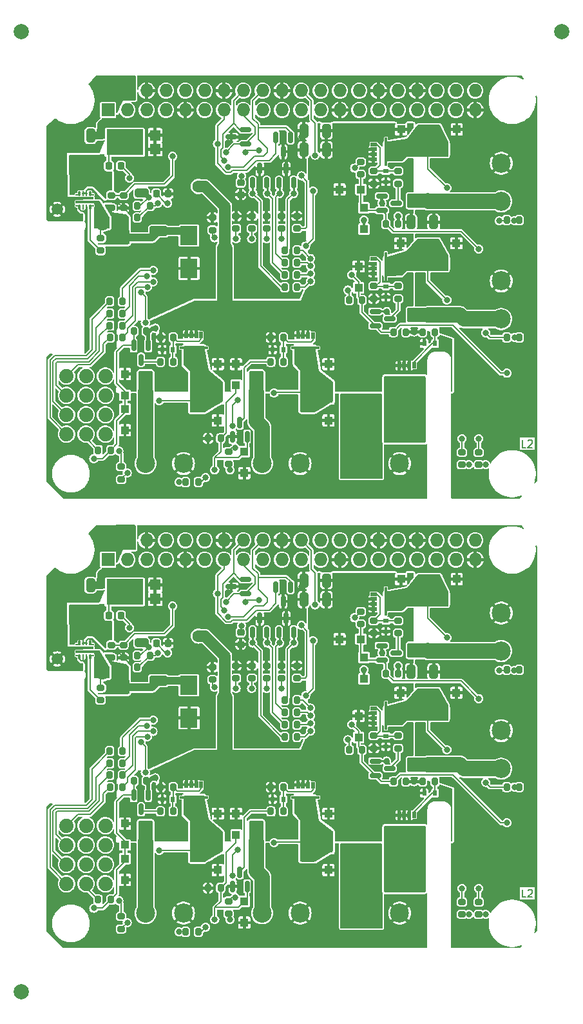
<source format=gbr>
%TF.GenerationSoftware,KiCad,Pcbnew,8.0.2+dfsg-1*%
%TF.CreationDate,2024-06-03T21:11:43+01:00*%
%TF.ProjectId,panel,70616e65-6c2e-46b6-9963-61645f706362,rev?*%
%TF.SameCoordinates,Original*%
%TF.FileFunction,Copper,L2,Bot*%
%TF.FilePolarity,Positive*%
%FSLAX46Y46*%
G04 Gerber Fmt 4.6, Leading zero omitted, Abs format (unit mm)*
G04 Created by KiCad (PCBNEW 8.0.2+dfsg-1) date 2024-06-03 21:11:43*
%MOMM*%
%LPD*%
G01*
G04 APERTURE LIST*
G04 Aperture macros list*
%AMRoundRect*
0 Rectangle with rounded corners*
0 $1 Rounding radius*
0 $2 $3 $4 $5 $6 $7 $8 $9 X,Y pos of 4 corners*
0 Add a 4 corners polygon primitive as box body*
4,1,4,$2,$3,$4,$5,$6,$7,$8,$9,$2,$3,0*
0 Add four circle primitives for the rounded corners*
1,1,$1+$1,$2,$3*
1,1,$1+$1,$4,$5*
1,1,$1+$1,$6,$7*
1,1,$1+$1,$8,$9*
0 Add four rect primitives between the rounded corners*
20,1,$1+$1,$2,$3,$4,$5,0*
20,1,$1+$1,$4,$5,$6,$7,0*
20,1,$1+$1,$6,$7,$8,$9,0*
20,1,$1+$1,$8,$9,$2,$3,0*%
%AMFreePoly0*
4,1,5,0.225000,-0.400000,-0.225000,-0.400000,-0.225000,0.400000,0.225000,0.400000,0.225000,-0.400000,0.225000,-0.400000,$1*%
%AMFreePoly1*
4,1,29,0.150000,1.240000,0.200000,1.240000,0.200000,-1.260000,0.150000,-1.260000,0.150000,-1.860000,-0.150000,-1.860000,-0.150000,-1.260000,-1.350000,-1.260000,-1.350000,-1.210000,-2.050000,-1.210000,-2.050000,-0.760000,-1.350000,-0.760000,-1.350000,-0.560000,-2.050000,-0.560000,-2.050000,-0.110000,-1.350000,-0.110000,-1.350000,0.090000,-2.050000,0.090000,-2.050000,0.540000,-1.350000,0.540000,
-1.350000,0.740000,-2.050000,0.740000,-2.050000,1.190000,-1.350000,1.190000,-1.350000,1.240000,-0.150000,1.240000,-0.150000,1.840000,0.150000,1.840000,0.150000,1.240000,0.150000,1.240000,$1*%
G04 Aperture macros list end*
%ADD10C,0.150000*%
%TA.AperFunction,NonConductor*%
%ADD11C,0.150000*%
%TD*%
%TA.AperFunction,ComponentPad*%
%ADD12C,2.500000*%
%TD*%
%TA.AperFunction,ComponentPad*%
%ADD13C,0.600000*%
%TD*%
%TA.AperFunction,SMDPad,CuDef*%
%ADD14R,3.100000X1.800000*%
%TD*%
%TA.AperFunction,ComponentPad*%
%ADD15C,1.879600*%
%TD*%
%TA.AperFunction,ComponentPad*%
%ADD16R,1.727200X1.727200*%
%TD*%
%TA.AperFunction,ComponentPad*%
%ADD17O,1.727200X1.727200*%
%TD*%
%TA.AperFunction,SMDPad,CuDef*%
%ADD18FreePoly0,270.000000*%
%TD*%
%TA.AperFunction,SMDPad,CuDef*%
%ADD19FreePoly1,180.000000*%
%TD*%
%TA.AperFunction,SMDPad,CuDef*%
%ADD20RoundRect,0.200000X-0.200000X-0.275000X0.200000X-0.275000X0.200000X0.275000X-0.200000X0.275000X0*%
%TD*%
%TA.AperFunction,SMDPad,CuDef*%
%ADD21RoundRect,0.200000X0.200000X0.275000X-0.200000X0.275000X-0.200000X-0.275000X0.200000X-0.275000X0*%
%TD*%
%TA.AperFunction,SMDPad,CuDef*%
%ADD22R,0.600000X0.700000*%
%TD*%
%TA.AperFunction,SMDPad,CuDef*%
%ADD23RoundRect,0.150000X0.150000X-0.587500X0.150000X0.587500X-0.150000X0.587500X-0.150000X-0.587500X0*%
%TD*%
%TA.AperFunction,SMDPad,CuDef*%
%ADD24RoundRect,0.200000X-0.275000X0.200000X-0.275000X-0.200000X0.275000X-0.200000X0.275000X0.200000X0*%
%TD*%
%TA.AperFunction,SMDPad,CuDef*%
%ADD25FreePoly0,180.000000*%
%TD*%
%TA.AperFunction,SMDPad,CuDef*%
%ADD26FreePoly1,90.000000*%
%TD*%
%TA.AperFunction,SMDPad,CuDef*%
%ADD27RoundRect,0.200000X0.275000X-0.200000X0.275000X0.200000X-0.275000X0.200000X-0.275000X-0.200000X0*%
%TD*%
%TA.AperFunction,SMDPad,CuDef*%
%ADD28R,1.100000X1.100000*%
%TD*%
%TA.AperFunction,SMDPad,CuDef*%
%ADD29RoundRect,0.250000X-0.325000X-0.650000X0.325000X-0.650000X0.325000X0.650000X-0.325000X0.650000X0*%
%TD*%
%TA.AperFunction,SMDPad,CuDef*%
%ADD30RoundRect,0.150000X0.587500X0.150000X-0.587500X0.150000X-0.587500X-0.150000X0.587500X-0.150000X0*%
%TD*%
%TA.AperFunction,SMDPad,CuDef*%
%ADD31RoundRect,0.225000X0.225000X0.250000X-0.225000X0.250000X-0.225000X-0.250000X0.225000X-0.250000X0*%
%TD*%
%TA.AperFunction,SMDPad,CuDef*%
%ADD32RoundRect,0.250000X-2.475000X0.712500X-2.475000X-0.712500X2.475000X-0.712500X2.475000X0.712500X0*%
%TD*%
%TA.AperFunction,SMDPad,CuDef*%
%ADD33R,2.300000X2.500000*%
%TD*%
%TA.AperFunction,SMDPad,CuDef*%
%ADD34C,1.500000*%
%TD*%
%TA.AperFunction,SMDPad,CuDef*%
%ADD35RoundRect,0.225000X-0.250000X0.225000X-0.250000X-0.225000X0.250000X-0.225000X0.250000X0.225000X0*%
%TD*%
%TA.AperFunction,SMDPad,CuDef*%
%ADD36R,4.860000X3.360000*%
%TD*%
%TA.AperFunction,SMDPad,CuDef*%
%ADD37R,1.400000X1.390000*%
%TD*%
%TA.AperFunction,SMDPad,CuDef*%
%ADD38RoundRect,0.050000X0.100000X-0.250000X0.100000X0.250000X-0.100000X0.250000X-0.100000X-0.250000X0*%
%TD*%
%TA.AperFunction,SMDPad,CuDef*%
%ADD39RoundRect,0.050000X0.275000X-0.075000X0.275000X0.075000X-0.275000X0.075000X-0.275000X-0.075000X0*%
%TD*%
%TA.AperFunction,SMDPad,CuDef*%
%ADD40RoundRect,0.050000X0.075000X-0.250000X0.075000X0.250000X-0.075000X0.250000X-0.075000X-0.250000X0*%
%TD*%
%TA.AperFunction,SMDPad,CuDef*%
%ADD41RoundRect,0.050000X1.150000X-0.100000X1.150000X0.100000X-1.150000X0.100000X-1.150000X-0.100000X0*%
%TD*%
%TA.AperFunction,ComponentPad*%
%ADD42C,1.600000*%
%TD*%
%TA.AperFunction,SMDPad,CuDef*%
%ADD43RoundRect,0.250000X-0.712500X-2.475000X0.712500X-2.475000X0.712500X2.475000X-0.712500X2.475000X0*%
%TD*%
%TA.AperFunction,SMDPad,CuDef*%
%ADD44RoundRect,0.150000X-0.150000X0.587500X-0.150000X-0.587500X0.150000X-0.587500X0.150000X0.587500X0*%
%TD*%
%TA.AperFunction,SMDPad,CuDef*%
%ADD45RoundRect,0.250000X-0.650000X0.325000X-0.650000X-0.325000X0.650000X-0.325000X0.650000X0.325000X0*%
%TD*%
%TA.AperFunction,SMDPad,CuDef*%
%ADD46RoundRect,0.150000X-0.587500X-0.150000X0.587500X-0.150000X0.587500X0.150000X-0.587500X0.150000X0*%
%TD*%
%TA.AperFunction,SMDPad,CuDef*%
%ADD47RoundRect,0.250000X-0.925000X0.412500X-0.925000X-0.412500X0.925000X-0.412500X0.925000X0.412500X0*%
%TD*%
%TA.AperFunction,SMDPad,CuDef*%
%ADD48RoundRect,0.250000X0.650000X-0.325000X0.650000X0.325000X-0.650000X0.325000X-0.650000X-0.325000X0*%
%TD*%
%TA.AperFunction,SMDPad,CuDef*%
%ADD49RoundRect,0.225000X-0.225000X-0.250000X0.225000X-0.250000X0.225000X0.250000X-0.225000X0.250000X0*%
%TD*%
%TA.AperFunction,SMDPad,CuDef*%
%ADD50RoundRect,0.250000X0.325000X0.650000X-0.325000X0.650000X-0.325000X-0.650000X0.325000X-0.650000X0*%
%TD*%
%TA.AperFunction,SMDPad,CuDef*%
%ADD51C,2.000000*%
%TD*%
%TA.AperFunction,SMDPad,CuDef*%
%ADD52RoundRect,0.250000X0.712500X2.475000X-0.712500X2.475000X-0.712500X-2.475000X0.712500X-2.475000X0*%
%TD*%
%TA.AperFunction,SMDPad,CuDef*%
%ADD53R,0.700000X0.600000*%
%TD*%
%TA.AperFunction,ViaPad*%
%ADD54C,0.800000*%
%TD*%
%TA.AperFunction,Conductor*%
%ADD55C,0.200000*%
%TD*%
%TA.AperFunction,Conductor*%
%ADD56C,1.000000*%
%TD*%
%TA.AperFunction,Conductor*%
%ADD57C,0.500000*%
%TD*%
%TA.AperFunction,Conductor*%
%ADD58C,0.250000*%
%TD*%
%TA.AperFunction,Conductor*%
%ADD59C,2.000000*%
%TD*%
%TA.AperFunction,Conductor*%
%ADD60C,1.500000*%
%TD*%
G04 APERTURE END LIST*
D10*
D11*
X179283333Y-77054819D02*
X178807143Y-77054819D01*
X178807143Y-77054819D02*
X178807143Y-76054819D01*
X179569048Y-76150057D02*
X179616667Y-76102438D01*
X179616667Y-76102438D02*
X179711905Y-76054819D01*
X179711905Y-76054819D02*
X179950000Y-76054819D01*
X179950000Y-76054819D02*
X180045238Y-76102438D01*
X180045238Y-76102438D02*
X180092857Y-76150057D01*
X180092857Y-76150057D02*
X180140476Y-76245295D01*
X180140476Y-76245295D02*
X180140476Y-76340533D01*
X180140476Y-76340533D02*
X180092857Y-76483390D01*
X180092857Y-76483390D02*
X179521429Y-77054819D01*
X179521429Y-77054819D02*
X180140476Y-77054819D01*
D10*
D11*
X179283333Y-136054819D02*
X178807143Y-136054819D01*
X178807143Y-136054819D02*
X178807143Y-135054819D01*
X179569048Y-135150057D02*
X179616667Y-135102438D01*
X179616667Y-135102438D02*
X179711905Y-135054819D01*
X179711905Y-135054819D02*
X179950000Y-135054819D01*
X179950000Y-135054819D02*
X180045238Y-135102438D01*
X180045238Y-135102438D02*
X180092857Y-135150057D01*
X180092857Y-135150057D02*
X180140476Y-135245295D01*
X180140476Y-135245295D02*
X180140476Y-135340533D01*
X180140476Y-135340533D02*
X180092857Y-135483390D01*
X180092857Y-135483390D02*
X179521429Y-136054819D01*
X179521429Y-136054819D02*
X180140476Y-136054819D01*
D12*
%TO.P,J8,1,Pin_1*%
%TO.N,Board_1-OUT4*%
X176050000Y-103750000D03*
%TO.P,J8,2,Pin_2*%
%TO.N,Board_1-GND*%
X176050000Y-98750000D03*
%TD*%
D13*
%TO.P,U1,9,GND*%
%TO.N,Board_1-GND*%
X129000000Y-100600000D03*
X130300000Y-100600000D03*
X131600000Y-100600000D03*
D14*
X130300000Y-99950000D03*
D13*
X130300000Y-99300000D03*
X131600000Y-99300000D03*
%TD*%
D12*
%TO.P,J7,1,Pin_1*%
%TO.N,Board_1-OUT3*%
X176050000Y-119200000D03*
%TO.P,J7,2,Pin_2*%
%TO.N,Board_1-GND*%
X176050000Y-114200000D03*
%TD*%
%TO.P,J5,1,Pin_1*%
%TO.N,Board_1-OUT2*%
X144625000Y-138150000D03*
%TO.P,J5,2,Pin_2*%
%TO.N,Board_1-GND*%
X149625000Y-138150000D03*
%TD*%
%TO.P,J3,1,Pin_1*%
%TO.N,Board_0-VIN*%
X157700000Y-79150000D03*
%TO.P,J3,2,Pin_2*%
%TO.N,Board_0-GND*%
X162700000Y-79150000D03*
%TD*%
%TO.P,J4,1,Pin_1*%
%TO.N,Board_1-OUT1*%
X129300000Y-138150000D03*
%TO.P,J4,2,Pin_2*%
%TO.N,Board_1-GND*%
X134300000Y-138150000D03*
%TD*%
%TO.P,J7,1,Pin_1*%
%TO.N,Board_0-OUT3*%
X176050000Y-60200000D03*
%TO.P,J7,2,Pin_2*%
%TO.N,Board_0-GND*%
X176050000Y-55200000D03*
%TD*%
D15*
%TO.P,J1,1,1*%
%TO.N,Board_1-PI4*%
X118920000Y-126670000D03*
%TO.P,J1,2,2*%
%TO.N,Board_1-PI3*%
X118920000Y-129210000D03*
%TO.P,J1,3,3*%
%TO.N,Board_1-PI2*%
X118920000Y-131750000D03*
%TO.P,J1,4,4*%
%TO.N,Board_1-PI1*%
X118920000Y-134290000D03*
%TD*%
%TO.P,J1,1,1*%
%TO.N,Board_0-PI4*%
X118920000Y-67670000D03*
%TO.P,J1,2,2*%
%TO.N,Board_0-PI3*%
X118920000Y-70210000D03*
%TO.P,J1,3,3*%
%TO.N,Board_0-PI2*%
X118920000Y-72750000D03*
%TO.P,J1,4,4*%
%TO.N,Board_0-PI1*%
X118920000Y-75290000D03*
%TD*%
D12*
%TO.P,J5,1,Pin_1*%
%TO.N,Board_0-OUT2*%
X144625000Y-79150000D03*
%TO.P,J5,2,Pin_2*%
%TO.N,Board_0-GND*%
X149625000Y-79150000D03*
%TD*%
D13*
%TO.P,U1,9,GND*%
%TO.N,Board_0-GND*%
X129000000Y-41600000D03*
X130300000Y-41600000D03*
X131600000Y-41600000D03*
D14*
X130300000Y-40950000D03*
D13*
X130300000Y-40300000D03*
X131600000Y-40300000D03*
%TD*%
D15*
%TO.P,J9,1,1*%
%TO.N,Board_0-+5V*%
X126140000Y-47590000D03*
%TO.P,J9,2,2*%
%TO.N,Board_0-/PI_5V0_P*%
X123600000Y-47590000D03*
%TD*%
D16*
%TO.P,J2,1,3.3V*%
%TO.N,Board_0-+3V3*%
X124370000Y-32770000D03*
D17*
%TO.P,J2,2,5V*%
%TO.N,Board_0-PI_5V0*%
X124370000Y-30230000D03*
%TO.P,J2,3,SDA*%
%TO.N,Board_0-I2C_SDA*%
X126910000Y-32770000D03*
%TO.P,J2,4,5V*%
%TO.N,Board_0-PI_5V0*%
X126910000Y-30230000D03*
%TO.P,J2,5,SCL*%
%TO.N,Board_0-I2C_SCL*%
X129450000Y-32770000D03*
%TO.P,J2,6,GND*%
%TO.N,Board_0-GND*%
X129450000Y-30230000D03*
%TO.P,J2,7,GP4*%
%TO.N,Board_0-unconnected-(J2-GP4-Pad7)*%
X131990000Y-32770000D03*
%TO.P,J2,8,TXO*%
%TO.N,Board_0-unconnected-(J2-TXO-Pad8)*%
X131990000Y-30230000D03*
%TO.P,J2,9,GND*%
%TO.N,Board_0-GND*%
X134530000Y-32770000D03*
%TO.P,J2,10,RXI*%
%TO.N,Board_0-unconnected-(J2-RXI-Pad10)*%
X134530000Y-30230000D03*
%TO.P,J2,11,GP17*%
%TO.N,Board_0-unconnected-(J2-GP17-Pad11)*%
X137070000Y-32770000D03*
%TO.P,J2,12,GP18#*%
%TO.N,Board_0-unconnected-(J2-GP18#-Pad12)*%
X137070000Y-30230000D03*
%TO.P,J2,13,GP27*%
%TO.N,Board_0-Net-(J2-GP27)*%
X139610000Y-32770000D03*
%TO.P,J2,14,GND*%
%TO.N,Board_0-GND*%
X139610000Y-30230000D03*
%TO.P,J2,15,GP22*%
%TO.N,Board_0-Net-(J2-GP22)*%
X142150000Y-32770000D03*
%TO.P,J2,16,GP23*%
%TO.N,Board_0-Net-(J2-GP23)*%
X142150000Y-30230000D03*
%TO.P,J2,17,3.3V*%
%TO.N,Board_0-unconnected-(J2-3.3V-Pad17)*%
X144690000Y-32770000D03*
%TO.P,J2,18,GP24*%
%TO.N,Board_0-Net-(J2-GP24)*%
X144690000Y-30230000D03*
%TO.P,J2,19,MOSI*%
%TO.N,Board_0-unconnected-(J2-MOSI-Pad19)*%
X147230000Y-32770000D03*
%TO.P,J2,20,GND*%
%TO.N,Board_0-GND*%
X147230000Y-30230000D03*
%TO.P,J2,21,MISO*%
%TO.N,Board_0-unconnected-(J2-MISO-Pad21)*%
X149770000Y-32770000D03*
%TO.P,J2,22,GP25*%
%TO.N,Board_0-OE*%
X149770000Y-30230000D03*
%TO.P,J2,23,SCLK*%
%TO.N,Board_0-unconnected-(J2-SCLK-Pad23)*%
X152310000Y-32770000D03*
%TO.P,J2,24,CE0*%
%TO.N,Board_0-unconnected-(J2-CE0-Pad24)*%
X152310000Y-30230000D03*
%TO.P,J2,25,GND*%
%TO.N,Board_0-GND*%
X154850000Y-32770000D03*
%TO.P,J2,26,CE1*%
%TO.N,Board_0-unconnected-(J2-CE1-Pad26)*%
X154850000Y-30230000D03*
%TO.P,J2,27,ID_SD*%
%TO.N,Board_0-unconnected-(J2-ID_SD-Pad27)*%
X157390000Y-32770000D03*
%TO.P,J2,28,ID_SC*%
%TO.N,Board_0-unconnected-(J2-ID_SC-Pad28)*%
X157390000Y-30230000D03*
%TO.P,J2,29,GP5*%
%TO.N,Board_0-unconnected-(J2-GP5-Pad29)*%
X159930000Y-32770000D03*
%TO.P,J2,30,GND*%
%TO.N,Board_0-GND*%
X159930000Y-30230000D03*
%TO.P,J2,31,GP6*%
%TO.N,Board_0-unconnected-(J2-GP6-Pad31)*%
X162470000Y-32770000D03*
%TO.P,J2,32,GP12*%
%TO.N,Board_0-unconnected-(J2-GP12-Pad32)*%
X162470000Y-30230000D03*
%TO.P,J2,33,GP13*%
%TO.N,Board_0-unconnected-(J2-GP13-Pad33)*%
X165010000Y-32770000D03*
%TO.P,J2,34,GND*%
%TO.N,Board_0-GND*%
X165010000Y-30230000D03*
%TO.P,J2,35,GP19*%
%TO.N,Board_0-unconnected-(J2-GP19-Pad35)*%
X167550000Y-32770000D03*
%TO.P,J2,36,GP16*%
%TO.N,Board_0-unconnected-(J2-GP16-Pad36)*%
X167550000Y-30230000D03*
%TO.P,J2,37,GP26*%
%TO.N,Board_0-unconnected-(J2-GP26-Pad37)*%
X170090000Y-32770000D03*
%TO.P,J2,38,GP20*%
%TO.N,Board_0-unconnected-(J2-GP20-Pad38)*%
X170090000Y-30230000D03*
%TO.P,J2,39,GND*%
%TO.N,Board_0-GND*%
X172630000Y-32770000D03*
%TO.P,J2,40,GP21*%
%TO.N,Board_0-unconnected-(J2-GP21-Pad40)*%
X172630000Y-30230000D03*
%TD*%
D15*
%TO.P,J9,1,1*%
%TO.N,Board_1-+5V*%
X126140000Y-106590000D03*
%TO.P,J9,2,2*%
%TO.N,Board_1-/PI_5V0_P*%
X123600000Y-106590000D03*
%TD*%
D12*
%TO.P,J4,1,Pin_1*%
%TO.N,Board_0-OUT1*%
X129300000Y-79150000D03*
%TO.P,J4,2,Pin_2*%
%TO.N,Board_0-GND*%
X134300000Y-79150000D03*
%TD*%
%TO.P,J3,1,Pin_1*%
%TO.N,Board_1-VIN*%
X157700000Y-138150000D03*
%TO.P,J3,2,Pin_2*%
%TO.N,Board_1-GND*%
X162700000Y-138150000D03*
%TD*%
D15*
%TO.P,J6,1,1*%
%TO.N,Board_1-INPUT1*%
X124020000Y-134290000D03*
%TO.P,J6,2,2*%
%TO.N,Board_1-MOSFET1*%
X121480000Y-134290000D03*
%TO.P,J6,3,3*%
%TO.N,Board_1-INPUT2*%
X124020000Y-131750000D03*
%TO.P,J6,4,4*%
%TO.N,Board_1-MOSFET2*%
X121480000Y-131750000D03*
%TO.P,J6,5,5*%
%TO.N,Board_1-INPUT3*%
X124020000Y-129210000D03*
%TO.P,J6,6,6*%
%TO.N,Board_1-MOSFET3*%
X121480000Y-129210000D03*
%TO.P,J6,7,7*%
%TO.N,Board_1-INPUT4*%
X124020000Y-126670000D03*
%TO.P,J6,8,8*%
%TO.N,Board_1-MOSFET4*%
X121480000Y-126670000D03*
%TD*%
D16*
%TO.P,J2,1,3.3V*%
%TO.N,Board_1-+3V3*%
X124370000Y-91770000D03*
D17*
%TO.P,J2,2,5V*%
%TO.N,Board_1-PI_5V0*%
X124370000Y-89230000D03*
%TO.P,J2,3,SDA*%
%TO.N,Board_1-I2C_SDA*%
X126910000Y-91770000D03*
%TO.P,J2,4,5V*%
%TO.N,Board_1-PI_5V0*%
X126910000Y-89230000D03*
%TO.P,J2,5,SCL*%
%TO.N,Board_1-I2C_SCL*%
X129450000Y-91770000D03*
%TO.P,J2,6,GND*%
%TO.N,Board_1-GND*%
X129450000Y-89230000D03*
%TO.P,J2,7,GP4*%
%TO.N,Board_1-unconnected-(J2-GP4-Pad7)*%
X131990000Y-91770000D03*
%TO.P,J2,8,TXO*%
%TO.N,Board_1-unconnected-(J2-TXO-Pad8)*%
X131990000Y-89230000D03*
%TO.P,J2,9,GND*%
%TO.N,Board_1-GND*%
X134530000Y-91770000D03*
%TO.P,J2,10,RXI*%
%TO.N,Board_1-unconnected-(J2-RXI-Pad10)*%
X134530000Y-89230000D03*
%TO.P,J2,11,GP17*%
%TO.N,Board_1-unconnected-(J2-GP17-Pad11)*%
X137070000Y-91770000D03*
%TO.P,J2,12,GP18#*%
%TO.N,Board_1-unconnected-(J2-GP18#-Pad12)*%
X137070000Y-89230000D03*
%TO.P,J2,13,GP27*%
%TO.N,Board_1-Net-(J2-GP27)*%
X139610000Y-91770000D03*
%TO.P,J2,14,GND*%
%TO.N,Board_1-GND*%
X139610000Y-89230000D03*
%TO.P,J2,15,GP22*%
%TO.N,Board_1-Net-(J2-GP22)*%
X142150000Y-91770000D03*
%TO.P,J2,16,GP23*%
%TO.N,Board_1-Net-(J2-GP23)*%
X142150000Y-89230000D03*
%TO.P,J2,17,3.3V*%
%TO.N,Board_1-unconnected-(J2-3.3V-Pad17)*%
X144690000Y-91770000D03*
%TO.P,J2,18,GP24*%
%TO.N,Board_1-Net-(J2-GP24)*%
X144690000Y-89230000D03*
%TO.P,J2,19,MOSI*%
%TO.N,Board_1-unconnected-(J2-MOSI-Pad19)*%
X147230000Y-91770000D03*
%TO.P,J2,20,GND*%
%TO.N,Board_1-GND*%
X147230000Y-89230000D03*
%TO.P,J2,21,MISO*%
%TO.N,Board_1-unconnected-(J2-MISO-Pad21)*%
X149770000Y-91770000D03*
%TO.P,J2,22,GP25*%
%TO.N,Board_1-OE*%
X149770000Y-89230000D03*
%TO.P,J2,23,SCLK*%
%TO.N,Board_1-unconnected-(J2-SCLK-Pad23)*%
X152310000Y-91770000D03*
%TO.P,J2,24,CE0*%
%TO.N,Board_1-unconnected-(J2-CE0-Pad24)*%
X152310000Y-89230000D03*
%TO.P,J2,25,GND*%
%TO.N,Board_1-GND*%
X154850000Y-91770000D03*
%TO.P,J2,26,CE1*%
%TO.N,Board_1-unconnected-(J2-CE1-Pad26)*%
X154850000Y-89230000D03*
%TO.P,J2,27,ID_SD*%
%TO.N,Board_1-unconnected-(J2-ID_SD-Pad27)*%
X157390000Y-91770000D03*
%TO.P,J2,28,ID_SC*%
%TO.N,Board_1-unconnected-(J2-ID_SC-Pad28)*%
X157390000Y-89230000D03*
%TO.P,J2,29,GP5*%
%TO.N,Board_1-unconnected-(J2-GP5-Pad29)*%
X159930000Y-91770000D03*
%TO.P,J2,30,GND*%
%TO.N,Board_1-GND*%
X159930000Y-89230000D03*
%TO.P,J2,31,GP6*%
%TO.N,Board_1-unconnected-(J2-GP6-Pad31)*%
X162470000Y-91770000D03*
%TO.P,J2,32,GP12*%
%TO.N,Board_1-unconnected-(J2-GP12-Pad32)*%
X162470000Y-89230000D03*
%TO.P,J2,33,GP13*%
%TO.N,Board_1-unconnected-(J2-GP13-Pad33)*%
X165010000Y-91770000D03*
%TO.P,J2,34,GND*%
%TO.N,Board_1-GND*%
X165010000Y-89230000D03*
%TO.P,J2,35,GP19*%
%TO.N,Board_1-unconnected-(J2-GP19-Pad35)*%
X167550000Y-91770000D03*
%TO.P,J2,36,GP16*%
%TO.N,Board_1-unconnected-(J2-GP16-Pad36)*%
X167550000Y-89230000D03*
%TO.P,J2,37,GP26*%
%TO.N,Board_1-unconnected-(J2-GP26-Pad37)*%
X170090000Y-91770000D03*
%TO.P,J2,38,GP20*%
%TO.N,Board_1-unconnected-(J2-GP20-Pad38)*%
X170090000Y-89230000D03*
%TO.P,J2,39,GND*%
%TO.N,Board_1-GND*%
X172630000Y-91770000D03*
%TO.P,J2,40,GP21*%
%TO.N,Board_1-unconnected-(J2-GP21-Pad40)*%
X172630000Y-89230000D03*
%TD*%
D15*
%TO.P,J6,1,1*%
%TO.N,Board_0-INPUT1*%
X124020000Y-75290000D03*
%TO.P,J6,2,2*%
%TO.N,Board_0-MOSFET1*%
X121480000Y-75290000D03*
%TO.P,J6,3,3*%
%TO.N,Board_0-INPUT2*%
X124020000Y-72750000D03*
%TO.P,J6,4,4*%
%TO.N,Board_0-MOSFET2*%
X121480000Y-72750000D03*
%TO.P,J6,5,5*%
%TO.N,Board_0-INPUT3*%
X124020000Y-70210000D03*
%TO.P,J6,6,6*%
%TO.N,Board_0-MOSFET3*%
X121480000Y-70210000D03*
%TO.P,J6,7,7*%
%TO.N,Board_0-INPUT4*%
X124020000Y-67670000D03*
%TO.P,J6,8,8*%
%TO.N,Board_0-MOSFET4*%
X121480000Y-67670000D03*
%TD*%
D12*
%TO.P,J8,1,Pin_1*%
%TO.N,Board_0-OUT4*%
X176050000Y-44750000D03*
%TO.P,J8,2,Pin_2*%
%TO.N,Board_0-GND*%
X176050000Y-39750000D03*
%TD*%
D18*
%TO.P,Q7,1,G*%
%TO.N,Board_1-/M4_G*%
X159250000Y-96275000D03*
D19*
%TO.P,Q7,2,D*%
%TO.N,Board_1-/M4_D*%
X160900000Y-97260000D03*
D18*
%TO.P,Q7,3,S*%
%TO.N,Board_1-VCC*%
X159250000Y-96925000D03*
X159250000Y-97575000D03*
X159250000Y-98225000D03*
%TD*%
D20*
%TO.P,R27,1,1*%
%TO.N,Board_1-Net-(U2-LED3)*%
X147575000Y-110200000D03*
%TO.P,R27,2,2*%
%TO.N,Board_1-INPUT4*%
X149225000Y-110200000D03*
%TD*%
D21*
%TO.P,R22,1,1*%
%TO.N,Board_1-GND*%
X162525000Y-106700000D03*
%TO.P,R22,2,2*%
%TO.N,Board_1-Net-(D26-A)*%
X160875000Y-106700000D03*
%TD*%
D22*
%TO.P,D6,1,K*%
%TO.N,Board_1-VCC*%
X165950000Y-122400000D03*
%TO.P,D6,2,A*%
%TO.N,Board_1-Net-(D6-A)*%
X167350000Y-122400000D03*
%TD*%
D23*
%TO.P,D33,1,K*%
%TO.N,Board_1-Net-(U2-LED1)*%
X145250000Y-101337500D03*
%TO.P,D33,2,K*%
%TO.N,Board_1-Net-(U2-LED0)*%
X143350000Y-101337500D03*
%TO.P,D33,3,A*%
%TO.N,Board_1-GND*%
X144300000Y-99462500D03*
%TD*%
D24*
%TO.P,R3,1,1*%
%TO.N,Board_1-/M3_G*%
X159300000Y-114875000D03*
%TO.P,R3,2,2*%
%TO.N,Board_1-VCC*%
X159300000Y-116525000D03*
%TD*%
%TO.P,R36,1,1*%
%TO.N,Board_0-GND*%
X141200000Y-46687500D03*
%TO.P,R36,2,2*%
%TO.N,Board_0-Net-(U2-A1)*%
X141200000Y-48337500D03*
%TD*%
D25*
%TO.P,Q2,1,G*%
%TO.N,Board_0-/M1_G*%
X136625000Y-62300000D03*
D26*
%TO.P,Q2,2,D*%
%TO.N,Board_0-/M1_D*%
X135640000Y-63950000D03*
D25*
%TO.P,Q2,3,S*%
%TO.N,Board_0-VCC*%
X135975000Y-62300000D03*
X135325000Y-62300000D03*
X134675000Y-62300000D03*
%TD*%
D27*
%TO.P,R7,1,1*%
%TO.N,Board_1-Net-(Q5-D)*%
X162500000Y-116525000D03*
%TO.P,R7,2,2*%
%TO.N,Board_1-/M3_G*%
X162500000Y-114875000D03*
%TD*%
D20*
%TO.P,R6,1,1*%
%TO.N,Board_0-Net-(Q4-D)*%
X131275000Y-65800000D03*
%TO.P,R6,2,2*%
%TO.N,Board_0-/M1_G*%
X132925000Y-65800000D03*
%TD*%
D28*
%TO.P,D10,1,K*%
%TO.N,Board_0-/M1_D*%
X138800000Y-70700000D03*
%TO.P,D10,2,A*%
%TO.N,Board_0-GND*%
X138800000Y-73500000D03*
%TD*%
D21*
%TO.P,R12,1,1*%
%TO.N,Board_0-GND*%
X163525000Y-61900000D03*
%TO.P,R12,2,2*%
%TO.N,Board_0-Net-(D13-A)*%
X161875000Y-61900000D03*
%TD*%
D22*
%TO.P,D2,1,K*%
%TO.N,Board_0-VCC*%
X131500000Y-64200000D03*
%TO.P,D2,2,A*%
%TO.N,Board_0-/M1_G*%
X132900000Y-64200000D03*
%TD*%
D28*
%TO.P,D28,1,K*%
%TO.N,Board_0-Net-(D26-A)*%
X158000000Y-45600000D03*
%TO.P,D28,2,A*%
%TO.N,Board_0-GND*%
X158000000Y-48400000D03*
%TD*%
D21*
%TO.P,R16,1,1*%
%TO.N,Board_0-Net-(D20-A)*%
X178425000Y-47200000D03*
%TO.P,R16,2,2*%
%TO.N,Board_0-/M4_D*%
X176775000Y-47200000D03*
%TD*%
%TO.P,R2,1,1*%
%TO.N,Board_1-/M1_G*%
X132925000Y-121600000D03*
%TO.P,R2,2,2*%
%TO.N,Board_1-VCC*%
X131275000Y-121600000D03*
%TD*%
D29*
%TO.P,C12,1*%
%TO.N,Board_0-VCC*%
X164225000Y-47500000D03*
%TO.P,C12,2*%
%TO.N,Board_0-GND*%
X167175000Y-47500000D03*
%TD*%
D28*
%TO.P,D22,1,K*%
%TO.N,Board_0-VCC*%
X162900000Y-35300000D03*
%TO.P,D22,2,A*%
%TO.N,Board_0-/M4_D*%
X165700000Y-35300000D03*
%TD*%
D24*
%TO.P,R36,1,1*%
%TO.N,Board_1-GND*%
X141200000Y-105687500D03*
%TO.P,R36,2,2*%
%TO.N,Board_1-Net-(U2-A1)*%
X141200000Y-107337500D03*
%TD*%
D30*
%TO.P,D35,1,K*%
%TO.N,Board_0-Net-(J2-GP23)*%
X142437500Y-35350000D03*
%TO.P,D35,2,K*%
%TO.N,Board_0-Net-(J2-GP22)*%
X142437500Y-37250000D03*
%TO.P,D35,3,A*%
%TO.N,Board_0-GND*%
X140562500Y-36300000D03*
%TD*%
D29*
%TO.P,C10,1*%
%TO.N,Board_1-PI_5V0*%
X119125000Y-95125000D03*
%TO.P,C10,2*%
%TO.N,Board_1-GND*%
X122075000Y-95125000D03*
%TD*%
D22*
%TO.P,D17,1,K*%
%TO.N,Board_0-VCC*%
X146000000Y-64200000D03*
%TO.P,D17,2,A*%
%TO.N,Board_0-/M2_G*%
X147400000Y-64200000D03*
%TD*%
D28*
%TO.P,D23,1,K*%
%TO.N,Board_0-/M2_D*%
X153350000Y-70700000D03*
%TO.P,D23,2,A*%
%TO.N,Board_0-GND*%
X153350000Y-73500000D03*
%TD*%
D21*
%TO.P,R12,1,1*%
%TO.N,Board_1-GND*%
X163525000Y-120900000D03*
%TO.P,R12,2,2*%
%TO.N,Board_1-Net-(D13-A)*%
X161875000Y-120900000D03*
%TD*%
D31*
%TO.P,C17,1*%
%TO.N,Board_1-/BOOT*%
X126075000Y-99100000D03*
%TO.P,C17,2*%
%TO.N,Board_1-/SW*%
X124525000Y-99100000D03*
%TD*%
D27*
%TO.P,R23,1,1*%
%TO.N,Board_0-Net-(D38-A)*%
X173100000Y-79325000D03*
%TO.P,R23,2,2*%
%TO.N,Board_0-VCC*%
X173100000Y-77675000D03*
%TD*%
D23*
%TO.P,Q8,1,G*%
%TO.N,Board_1-Net-(D25-A)*%
X142650000Y-134637500D03*
%TO.P,Q8,2,S*%
%TO.N,Board_1-GND*%
X140750000Y-134637500D03*
%TO.P,Q8,3,D*%
%TO.N,Board_1-Net-(Q8-D)*%
X141700000Y-132762500D03*
%TD*%
D32*
%TO.P,F3,1*%
%TO.N,Board_1-/M3_D*%
X166400000Y-111912500D03*
%TO.P,F3,2*%
%TO.N,Board_1-OUT3*%
X166400000Y-118687500D03*
%TD*%
D20*
%TO.P,R8,1,1*%
%TO.N,Board_0-GND*%
X165700000Y-61900000D03*
%TO.P,R8,2,2*%
%TO.N,Board_0-Net-(D6-A)*%
X167350000Y-61900000D03*
%TD*%
D28*
%TO.P,D25,1,K*%
%TO.N,Board_0-VCC*%
X141200000Y-66100000D03*
%TO.P,D25,2,A*%
%TO.N,Board_0-Net-(D25-A)*%
X141200000Y-68900000D03*
%TD*%
D33*
%TO.P,D7,1,A1*%
%TO.N,Board_1-VCC*%
X142600000Y-118150000D03*
%TO.P,D7,2,A2*%
%TO.N,Board_1-GND*%
X142600000Y-113850000D03*
%TD*%
D34*
%TO.P,TP1,1,1*%
%TO.N,Board_1-PI_5V0*%
X117700000Y-104800000D03*
%TD*%
D27*
%TO.P,R20,1,1*%
%TO.N,Board_1-Net-(D26-A)*%
X157600000Y-100225000D03*
%TO.P,R20,2,2*%
%TO.N,Board_1-MOSFET4*%
X157600000Y-98575000D03*
%TD*%
D28*
%TO.P,D28,1,K*%
%TO.N,Board_1-Net-(D26-A)*%
X158000000Y-104600000D03*
%TO.P,D28,2,A*%
%TO.N,Board_1-GND*%
X158000000Y-107400000D03*
%TD*%
D35*
%TO.P,C7,1*%
%TO.N,Board_1-+3V3*%
X141800000Y-101325000D03*
%TO.P,C7,2*%
%TO.N,Board_1-GND*%
X141800000Y-102875000D03*
%TD*%
D28*
%TO.P,D9,1,K*%
%TO.N,Board_0-VCC*%
X162800000Y-50250000D03*
%TO.P,D9,2,A*%
%TO.N,Board_0-/M3_D*%
X165600000Y-50250000D03*
%TD*%
%TO.P,D23,1,K*%
%TO.N,Board_1-/M2_D*%
X153350000Y-129700000D03*
%TO.P,D23,2,A*%
%TO.N,Board_1-GND*%
X153350000Y-132500000D03*
%TD*%
D23*
%TO.P,Q8,1,G*%
%TO.N,Board_0-Net-(D25-A)*%
X142650000Y-75637500D03*
%TO.P,Q8,2,S*%
%TO.N,Board_0-GND*%
X140750000Y-75637500D03*
%TO.P,Q8,3,D*%
%TO.N,Board_0-Net-(Q8-D)*%
X141700000Y-73762500D03*
%TD*%
D22*
%TO.P,D6,1,K*%
%TO.N,Board_0-VCC*%
X165950000Y-63400000D03*
%TO.P,D6,2,A*%
%TO.N,Board_0-Net-(D6-A)*%
X167350000Y-63400000D03*
%TD*%
D36*
%TO.P,D36,1,K*%
%TO.N,Board_0-/SW*%
X126580000Y-37000000D03*
D37*
%TO.P,D36,2,A*%
%TO.N,Board_0-GND*%
X130562000Y-36080000D03*
X130562000Y-37920000D03*
%TD*%
D38*
%TO.P,U3,1,EN*%
%TO.N,Board_1-Net-(U3-EN)*%
X122000000Y-104500000D03*
D39*
X122175000Y-104325000D03*
D40*
%TO.P,U3,2,OVLO*%
%TO.N,Board_1-GND*%
X121525000Y-104500000D03*
%TO.P,U3,3,PG*%
%TO.N,Board_1-unconnected-(U3-PG-Pad3)*%
X121075000Y-104500000D03*
D38*
%TO.P,U3,4,PGTH*%
%TO.N,Board_1-GND*%
X120600000Y-104500000D03*
D39*
X120425000Y-104325000D03*
D41*
%TO.P,U3,5,IN*%
%TO.N,Board_1-/PI_5V0_P*%
X121300000Y-103850000D03*
%TO.P,U3,6,OUT*%
%TO.N,Board_1-PI_5V0*%
X121300000Y-103350000D03*
D39*
%TO.P,U3,7,DVDT*%
%TO.N,Board_1-unconnected-(U3-DVDT-Pad7)*%
X120425000Y-102875000D03*
D38*
%TO.N,Board_1-unconnected-(U3-DVDT-Pad7)_0*%
X120600000Y-102700000D03*
D40*
%TO.P,U3,8,GND*%
%TO.N,Board_1-GND*%
X121075000Y-102700000D03*
%TO.P,U3,9,IMON*%
X121525000Y-102700000D03*
D39*
%TO.P,U3,10,DNC*%
%TO.N,Board_1-unconnected-(U3-DNC-Pad10)_0*%
X122175000Y-102875000D03*
D38*
%TO.N,Board_1-unconnected-(U3-DNC-Pad10)*%
X122000000Y-102700000D03*
%TD*%
D24*
%TO.P,R35,1,1*%
%TO.N,Board_0-GND*%
X143300000Y-46675000D03*
%TO.P,R35,2,2*%
%TO.N,Board_0-Net-(U2-A2)*%
X143300000Y-48325000D03*
%TD*%
D28*
%TO.P,D13,1,K*%
%TO.N,Board_1-VCC*%
X157300000Y-112300000D03*
%TO.P,D13,2,A*%
%TO.N,Board_1-Net-(D13-A)*%
X157300000Y-115100000D03*
%TD*%
D21*
%TO.P,R2,1,1*%
%TO.N,Board_0-/M1_G*%
X132925000Y-62600000D03*
%TO.P,R2,2,2*%
%TO.N,Board_0-VCC*%
X131275000Y-62600000D03*
%TD*%
D24*
%TO.P,R37,1,1*%
%TO.N,Board_1-GND*%
X138100000Y-105875000D03*
%TO.P,R37,2,2*%
%TO.N,Board_1-Net-(U2-A0)*%
X138100000Y-107525000D03*
%TD*%
D42*
%TO.P,C8,1*%
%TO.N,Board_0-VCC*%
X136250000Y-42800000D03*
%TO.P,C8,2*%
%TO.N,Board_0-GND*%
X136857769Y-39353173D03*
%TD*%
D28*
%TO.P,D26,1,K*%
%TO.N,Board_0-VCC*%
X154800000Y-43200000D03*
%TO.P,D26,2,A*%
%TO.N,Board_0-Net-(D26-A)*%
X157600000Y-43200000D03*
%TD*%
D43*
%TO.P,F1,1*%
%TO.N,Board_1-VIN*%
X156812500Y-132700000D03*
%TO.P,F1,2*%
%TO.N,Board_1-Net-(D1-K)*%
X163587500Y-132700000D03*
%TD*%
D44*
%TO.P,D34,1,K*%
%TO.N,Board_0-Net-(J2-GP27)*%
X146450000Y-36362500D03*
%TO.P,D34,2,K*%
%TO.N,Board_0-Net-(J2-GP24)*%
X148350000Y-36362500D03*
%TO.P,D34,3,A*%
%TO.N,Board_0-GND*%
X147400000Y-38237500D03*
%TD*%
D20*
%TO.P,R17,1,1*%
%TO.N,Board_0-Net-(Q8-D)*%
X145775000Y-65800000D03*
%TO.P,R17,2,2*%
%TO.N,Board_0-/M2_G*%
X147425000Y-65800000D03*
%TD*%
D28*
%TO.P,D26,1,K*%
%TO.N,Board_1-VCC*%
X154800000Y-102200000D03*
%TO.P,D26,2,A*%
%TO.N,Board_1-Net-(D26-A)*%
X157600000Y-102200000D03*
%TD*%
%TO.P,D21,1,K*%
%TO.N,Board_0-VCC*%
X153350000Y-66100000D03*
%TO.P,D21,2,A*%
%TO.N,Board_0-/M2_D*%
X153350000Y-68900000D03*
%TD*%
D21*
%TO.P,R19,1,1*%
%TO.N,Board_0-Net-(D25-A)*%
X136225000Y-81600000D03*
%TO.P,R19,2,2*%
%TO.N,Board_0-MOSFET2*%
X134575000Y-81600000D03*
%TD*%
D45*
%TO.P,C20,1*%
%TO.N,Board_1-+5V*%
X125400000Y-108725000D03*
%TO.P,C20,2*%
%TO.N,Board_1-GND*%
X125400000Y-111675000D03*
%TD*%
D27*
%TO.P,R45,1,1*%
%TO.N,Board_1-GND*%
X126400000Y-104625000D03*
%TO.P,R45,2,2*%
%TO.N,Board_1-/VSENSE*%
X126400000Y-102975000D03*
%TD*%
D21*
%TO.P,R10,1,1*%
%TO.N,Board_0-Net-(D13-A)*%
X157725000Y-57700000D03*
%TO.P,R10,2,2*%
%TO.N,Board_0-MOSFET3*%
X156075000Y-57700000D03*
%TD*%
D34*
%TO.P,TP1,1,1*%
%TO.N,Board_0-PI_5V0*%
X117700000Y-45800000D03*
%TD*%
D24*
%TO.P,R32,1,1*%
%TO.N,Board_0-GND*%
X149200000Y-46675000D03*
%TO.P,R32,2,2*%
%TO.N,Board_0-Net-(U2-A5)*%
X149200000Y-48325000D03*
%TD*%
D46*
%TO.P,Q9,1,G*%
%TO.N,Board_1-Net-(D26-A)*%
X160362500Y-104950000D03*
%TO.P,Q9,2,S*%
%TO.N,Board_1-GND*%
X160362500Y-103050000D03*
%TO.P,Q9,3,D*%
%TO.N,Board_1-Net-(Q9-D)*%
X162237500Y-104000000D03*
%TD*%
D27*
%TO.P,R18,1,1*%
%TO.N,Board_1-Net-(Q9-D)*%
X162500000Y-101425000D03*
%TO.P,R18,2,2*%
%TO.N,Board_1-/M4_G*%
X162500000Y-99775000D03*
%TD*%
D25*
%TO.P,Q6,1,G*%
%TO.N,Board_0-/M2_G*%
X151300000Y-62350000D03*
D26*
%TO.P,Q6,2,D*%
%TO.N,Board_0-/M2_D*%
X150315000Y-64000000D03*
D25*
%TO.P,Q6,3,S*%
%TO.N,Board_0-VCC*%
X150650000Y-62350000D03*
X150000000Y-62350000D03*
X149350000Y-62350000D03*
%TD*%
D28*
%TO.P,D13,1,K*%
%TO.N,Board_0-VCC*%
X157300000Y-53300000D03*
%TO.P,D13,2,A*%
%TO.N,Board_0-Net-(D13-A)*%
X157300000Y-56100000D03*
%TD*%
D24*
%TO.P,R32,1,1*%
%TO.N,Board_1-GND*%
X149200000Y-105675000D03*
%TO.P,R32,2,2*%
%TO.N,Board_1-Net-(U2-A5)*%
X149200000Y-107325000D03*
%TD*%
D47*
%TO.P,C13,1*%
%TO.N,Board_1-+5V*%
X131000000Y-107662500D03*
%TO.P,C13,2*%
%TO.N,Board_1-GND*%
X131000000Y-110737500D03*
%TD*%
D27*
%TO.P,R23,1,1*%
%TO.N,Board_1-Net-(D38-A)*%
X173100000Y-138325000D03*
%TO.P,R23,2,2*%
%TO.N,Board_1-VCC*%
X173100000Y-136675000D03*
%TD*%
D24*
%TO.P,R34,1,1*%
%TO.N,Board_1-GND*%
X145200000Y-105687500D03*
%TO.P,R34,2,2*%
%TO.N,Board_1-Net-(U2-A3)*%
X145200000Y-107337500D03*
%TD*%
D33*
%TO.P,D16,1,K*%
%TO.N,Board_1-+5V*%
X135000000Y-108250000D03*
%TO.P,D16,2,A*%
%TO.N,Board_1-GND*%
X135000000Y-112550000D03*
%TD*%
D21*
%TO.P,R11,1,1*%
%TO.N,Board_0-GND*%
X129425000Y-61800000D03*
%TO.P,R11,2,2*%
%TO.N,Board_0-Net-(D12-A)*%
X127775000Y-61800000D03*
%TD*%
D20*
%TO.P,R26,1,1*%
%TO.N,Board_1-Net-(U2-LED2)*%
X147575000Y-111800000D03*
%TO.P,R26,2,2*%
%TO.N,Board_1-INPUT3*%
X149225000Y-111800000D03*
%TD*%
%TO.P,R21,1,1*%
%TO.N,Board_0-GND*%
X137525000Y-75850000D03*
%TO.P,R21,2,2*%
%TO.N,Board_0-Net-(D25-A)*%
X139175000Y-75850000D03*
%TD*%
%TO.P,R25,1,1*%
%TO.N,Board_1-Net-(U2-LED1)*%
X147575000Y-113400000D03*
%TO.P,R25,2,2*%
%TO.N,Board_1-INPUT2*%
X149225000Y-113400000D03*
%TD*%
D18*
%TO.P,Q7,1,G*%
%TO.N,Board_0-/M4_G*%
X159250000Y-37275000D03*
D19*
%TO.P,Q7,2,D*%
%TO.N,Board_0-/M4_D*%
X160900000Y-38260000D03*
D18*
%TO.P,Q7,3,S*%
%TO.N,Board_0-VCC*%
X159250000Y-37925000D03*
X159250000Y-38575000D03*
X159250000Y-39225000D03*
%TD*%
D28*
%TO.P,D25,1,K*%
%TO.N,Board_1-VCC*%
X141200000Y-125100000D03*
%TO.P,D25,2,A*%
%TO.N,Board_1-Net-(D25-A)*%
X141200000Y-127900000D03*
%TD*%
D43*
%TO.P,F1,1*%
%TO.N,Board_0-VIN*%
X156812500Y-73700000D03*
%TO.P,F1,2*%
%TO.N,Board_0-Net-(D1-K)*%
X163587500Y-73700000D03*
%TD*%
D29*
%TO.P,C12,1*%
%TO.N,Board_1-VCC*%
X164225000Y-106500000D03*
%TO.P,C12,2*%
%TO.N,Board_1-GND*%
X167175000Y-106500000D03*
%TD*%
D27*
%TO.P,R15,1,1*%
%TO.N,Board_0-Net-(D19-A)*%
X140200000Y-79225000D03*
%TO.P,R15,2,2*%
%TO.N,Board_0-/M2_D*%
X140200000Y-77575000D03*
%TD*%
D32*
%TO.P,F5,1*%
%TO.N,Board_1-/M4_D*%
X166400000Y-96912500D03*
%TO.P,F5,2*%
%TO.N,Board_1-OUT4*%
X166400000Y-103687500D03*
%TD*%
D24*
%TO.P,R37,1,1*%
%TO.N,Board_0-GND*%
X138100000Y-46875000D03*
%TO.P,R37,2,2*%
%TO.N,Board_0-Net-(U2-A0)*%
X138100000Y-48525000D03*
%TD*%
D46*
%TO.P,Q5,1,G*%
%TO.N,Board_0-Net-(D13-A)*%
X159512500Y-61100000D03*
%TO.P,Q5,2,S*%
%TO.N,Board_0-GND*%
X159512500Y-59200000D03*
%TO.P,Q5,3,D*%
%TO.N,Board_0-Net-(Q5-D)*%
X161387500Y-60150000D03*
%TD*%
D48*
%TO.P,C19,1*%
%TO.N,Board_1-VCC*%
X128800000Y-102675000D03*
%TO.P,C19,2*%
%TO.N,Board_1-GND*%
X128800000Y-99725000D03*
%TD*%
D21*
%TO.P,R19,1,1*%
%TO.N,Board_1-Net-(D25-A)*%
X136225000Y-140600000D03*
%TO.P,R19,2,2*%
%TO.N,Board_1-MOSFET2*%
X134575000Y-140600000D03*
%TD*%
D47*
%TO.P,C13,1*%
%TO.N,Board_0-+5V*%
X131000000Y-48662500D03*
%TO.P,C13,2*%
%TO.N,Board_0-GND*%
X131000000Y-51737500D03*
%TD*%
D28*
%TO.P,D11,1,K*%
%TO.N,Board_0-/M3_D*%
X167350000Y-50250000D03*
%TO.P,D11,2,A*%
%TO.N,Board_0-GND*%
X170150000Y-50250000D03*
%TD*%
D24*
%TO.P,R42,1,1*%
%TO.N,Board_0-/VSENSE*%
X124850000Y-43975000D03*
%TO.P,R42,2,2*%
%TO.N,Board_0-+5V*%
X124850000Y-45625000D03*
%TD*%
D20*
%TO.P,R25,1,1*%
%TO.N,Board_0-Net-(U2-LED1)*%
X147575000Y-54400000D03*
%TO.P,R25,2,2*%
%TO.N,Board_0-INPUT2*%
X149225000Y-54400000D03*
%TD*%
D32*
%TO.P,F5,1*%
%TO.N,Board_0-/M4_D*%
X166400000Y-37912500D03*
%TO.P,F5,2*%
%TO.N,Board_0-OUT4*%
X166400000Y-44687500D03*
%TD*%
D35*
%TO.P,C7,1*%
%TO.N,Board_0-+3V3*%
X141800000Y-42325000D03*
%TO.P,C7,2*%
%TO.N,Board_0-GND*%
X141800000Y-43875000D03*
%TD*%
D49*
%TO.P,C24,1*%
%TO.N,Board_1-/SS*%
X130725000Y-102750000D03*
%TO.P,C24,2*%
%TO.N,Board_1-GND*%
X132275000Y-102750000D03*
%TD*%
D28*
%TO.P,D24,1,K*%
%TO.N,Board_0-/M4_D*%
X167400000Y-35300000D03*
%TO.P,D24,2,A*%
%TO.N,Board_0-GND*%
X170200000Y-35300000D03*
%TD*%
D36*
%TO.P,D36,1,K*%
%TO.N,Board_1-/SW*%
X126580000Y-96000000D03*
D37*
%TO.P,D36,2,A*%
%TO.N,Board_1-GND*%
X130562000Y-95080000D03*
X130562000Y-96920000D03*
%TD*%
D20*
%TO.P,R24,1,1*%
%TO.N,Board_0-Net-(U2-LED0)*%
X147575000Y-56000000D03*
%TO.P,R24,2,2*%
%TO.N,Board_0-INPUT1*%
X149225000Y-56000000D03*
%TD*%
D27*
%TO.P,R45,1,1*%
%TO.N,Board_0-GND*%
X126400000Y-45625000D03*
%TO.P,R45,2,2*%
%TO.N,Board_0-/VSENSE*%
X126400000Y-43975000D03*
%TD*%
D50*
%TO.P,C2,1*%
%TO.N,Board_0-VCC*%
X153075000Y-38000000D03*
%TO.P,C2,2*%
%TO.N,Board_0-GND*%
X150125000Y-38000000D03*
%TD*%
D28*
%TO.P,D14,1,K*%
%TO.N,Board_0-Net-(D12-A)*%
X126600000Y-72000000D03*
%TO.P,D14,2,A*%
%TO.N,Board_0-GND*%
X126600000Y-74800000D03*
%TD*%
D50*
%TO.P,C4,1*%
%TO.N,Board_1-VCC*%
X153075000Y-94500000D03*
%TO.P,C4,2*%
%TO.N,Board_1-GND*%
X150125000Y-94500000D03*
%TD*%
D21*
%TO.P,R5,1,1*%
%TO.N,Board_0-Net-(D5-A)*%
X178425000Y-62600000D03*
%TO.P,R5,2,2*%
%TO.N,Board_0-/M3_D*%
X176775000Y-62600000D03*
%TD*%
D24*
%TO.P,R14,1,1*%
%TO.N,Board_1-/M4_G*%
X159300000Y-99775000D03*
%TO.P,R14,2,2*%
%TO.N,Board_1-VCC*%
X159300000Y-101425000D03*
%TD*%
D28*
%TO.P,D12,1,K*%
%TO.N,Board_1-VCC*%
X126600000Y-126400000D03*
%TO.P,D12,2,A*%
%TO.N,Board_1-Net-(D12-A)*%
X126600000Y-129200000D03*
%TD*%
%TO.P,D12,1,K*%
%TO.N,Board_0-VCC*%
X126600000Y-67400000D03*
%TO.P,D12,2,A*%
%TO.N,Board_0-Net-(D12-A)*%
X126600000Y-70200000D03*
%TD*%
%TO.P,D10,1,K*%
%TO.N,Board_1-/M1_D*%
X138800000Y-129700000D03*
%TO.P,D10,2,A*%
%TO.N,Board_1-GND*%
X138800000Y-132500000D03*
%TD*%
D21*
%TO.P,R10,1,1*%
%TO.N,Board_1-Net-(D13-A)*%
X157725000Y-116700000D03*
%TO.P,R10,2,2*%
%TO.N,Board_1-MOSFET3*%
X156075000Y-116700000D03*
%TD*%
D31*
%TO.P,C17,1*%
%TO.N,Board_0-/BOOT*%
X126075000Y-40100000D03*
%TO.P,C17,2*%
%TO.N,Board_0-/SW*%
X124525000Y-40100000D03*
%TD*%
D21*
%TO.P,R31,1,1*%
%TO.N,Board_0-Net-(J2-GP24)*%
X126275000Y-62625000D03*
%TO.P,R31,2,2*%
%TO.N,Board_0-PI4*%
X124625000Y-62625000D03*
%TD*%
D28*
%TO.P,D27,1,K*%
%TO.N,Board_1-Net-(D25-A)*%
X142275000Y-136600000D03*
%TO.P,D27,2,A*%
%TO.N,Board_1-GND*%
X142275000Y-139400000D03*
%TD*%
D27*
%TO.P,R4,1,1*%
%TO.N,Board_0-Net-(D4-A)*%
X126100000Y-81225000D03*
%TO.P,R4,2,2*%
%TO.N,Board_0-/M1_D*%
X126100000Y-79575000D03*
%TD*%
%TO.P,R18,1,1*%
%TO.N,Board_0-Net-(Q9-D)*%
X162500000Y-42425000D03*
%TO.P,R18,2,2*%
%TO.N,Board_0-/M4_G*%
X162500000Y-40775000D03*
%TD*%
D21*
%TO.P,R22,1,1*%
%TO.N,Board_0-GND*%
X162525000Y-47700000D03*
%TO.P,R22,2,2*%
%TO.N,Board_0-Net-(D26-A)*%
X160875000Y-47700000D03*
%TD*%
D23*
%TO.P,D32,1,K*%
%TO.N,Board_0-Net-(U2-LED3)*%
X148750000Y-42337500D03*
%TO.P,D32,2,K*%
%TO.N,Board_0-Net-(U2-LED2)*%
X146850000Y-42337500D03*
%TO.P,D32,3,A*%
%TO.N,Board_0-GND*%
X147800000Y-40462500D03*
%TD*%
D20*
%TO.P,R8,1,1*%
%TO.N,Board_1-GND*%
X165700000Y-120900000D03*
%TO.P,R8,2,2*%
%TO.N,Board_1-Net-(D6-A)*%
X167350000Y-120900000D03*
%TD*%
D21*
%TO.P,R30,1,1*%
%TO.N,Board_0-Net-(J2-GP23)*%
X126250000Y-61050000D03*
%TO.P,R30,2,2*%
%TO.N,Board_0-PI3*%
X124600000Y-61050000D03*
%TD*%
D51*
%TO.P,KiKit_FID_B_1,*%
%TO.N,*%
X113000000Y-22500000D03*
%TD*%
D25*
%TO.P,Q1,1,G*%
%TO.N,Board_1-Net-(D6-A)*%
X164600000Y-125292500D03*
D26*
%TO.P,Q1,2,D*%
%TO.N,Board_1-Net-(D1-K)*%
X163615000Y-126942500D03*
D25*
%TO.P,Q1,3,S*%
%TO.N,Board_1-VCC*%
X163950000Y-125292500D03*
X163300000Y-125292500D03*
X162650000Y-125292500D03*
%TD*%
D52*
%TO.P,F2,1*%
%TO.N,Board_1-/M1_D*%
X136087500Y-128700000D03*
%TO.P,F2,2*%
%TO.N,Board_1-OUT1*%
X129312500Y-128700000D03*
%TD*%
D24*
%TO.P,R3,1,1*%
%TO.N,Board_0-/M3_G*%
X159300000Y-55875000D03*
%TO.P,R3,2,2*%
%TO.N,Board_0-VCC*%
X159300000Y-57525000D03*
%TD*%
D28*
%TO.P,D8,1,K*%
%TO.N,Board_1-VCC*%
X138800000Y-125100000D03*
%TO.P,D8,2,A*%
%TO.N,Board_1-/M1_D*%
X138800000Y-127900000D03*
%TD*%
D21*
%TO.P,R16,1,1*%
%TO.N,Board_1-Net-(D20-A)*%
X178425000Y-106200000D03*
%TO.P,R16,2,2*%
%TO.N,Board_1-/M4_D*%
X176775000Y-106200000D03*
%TD*%
D44*
%TO.P,Q4,1,G*%
%TO.N,Board_0-Net-(D12-A)*%
X127750000Y-63662500D03*
%TO.P,Q4,2,S*%
%TO.N,Board_0-GND*%
X129650000Y-63662500D03*
%TO.P,Q4,3,D*%
%TO.N,Board_0-Net-(Q4-D)*%
X128700000Y-65537500D03*
%TD*%
D28*
%TO.P,D11,1,K*%
%TO.N,Board_1-/M3_D*%
X167350000Y-109250000D03*
%TO.P,D11,2,A*%
%TO.N,Board_1-GND*%
X170150000Y-109250000D03*
%TD*%
D24*
%TO.P,R33,1,1*%
%TO.N,Board_0-GND*%
X147200000Y-46687500D03*
%TO.P,R33,2,2*%
%TO.N,Board_0-Net-(U2-A4)*%
X147200000Y-48337500D03*
%TD*%
D27*
%TO.P,R4,1,1*%
%TO.N,Board_1-Net-(D4-A)*%
X126100000Y-140225000D03*
%TO.P,R4,2,2*%
%TO.N,Board_1-/M1_D*%
X126100000Y-138575000D03*
%TD*%
D23*
%TO.P,D33,1,K*%
%TO.N,Board_0-Net-(U2-LED1)*%
X145250000Y-42337500D03*
%TO.P,D33,2,K*%
%TO.N,Board_0-Net-(U2-LED0)*%
X143350000Y-42337500D03*
%TO.P,D33,3,A*%
%TO.N,Board_0-GND*%
X144300000Y-40462500D03*
%TD*%
D21*
%TO.P,R5,1,1*%
%TO.N,Board_1-Net-(D5-A)*%
X178425000Y-121600000D03*
%TO.P,R5,2,2*%
%TO.N,Board_1-/M3_D*%
X176775000Y-121600000D03*
%TD*%
D52*
%TO.P,F4,1*%
%TO.N,Board_1-/M2_D*%
X150637500Y-128700000D03*
%TO.P,F4,2*%
%TO.N,Board_1-OUT2*%
X143862500Y-128700000D03*
%TD*%
D51*
%TO.P,KiKit_FID_B_3,*%
%TO.N,*%
X113000000Y-148500046D03*
%TD*%
D44*
%TO.P,D34,1,K*%
%TO.N,Board_1-Net-(J2-GP27)*%
X146450000Y-95362500D03*
%TO.P,D34,2,K*%
%TO.N,Board_1-Net-(J2-GP24)*%
X148350000Y-95362500D03*
%TO.P,D34,3,A*%
%TO.N,Board_1-GND*%
X147400000Y-97237500D03*
%TD*%
D21*
%TO.P,R13,1,1*%
%TO.N,Board_0-/M2_G*%
X147425000Y-62600000D03*
%TO.P,R13,2,2*%
%TO.N,Board_0-VCC*%
X145775000Y-62600000D03*
%TD*%
D52*
%TO.P,F4,1*%
%TO.N,Board_0-/M2_D*%
X150637500Y-69700000D03*
%TO.P,F4,2*%
%TO.N,Board_0-OUT2*%
X143862500Y-69700000D03*
%TD*%
D30*
%TO.P,D35,1,K*%
%TO.N,Board_1-Net-(J2-GP23)*%
X142437500Y-94350000D03*
%TO.P,D35,2,K*%
%TO.N,Board_1-Net-(J2-GP22)*%
X142437500Y-96250000D03*
%TO.P,D35,3,A*%
%TO.N,Board_1-GND*%
X140562500Y-95300000D03*
%TD*%
D24*
%TO.P,R42,1,1*%
%TO.N,Board_1-/VSENSE*%
X124850000Y-102975000D03*
%TO.P,R42,2,2*%
%TO.N,Board_1-+5V*%
X124850000Y-104625000D03*
%TD*%
D51*
%TO.P,KiKit_FID_B_2,*%
%TO.N,*%
X184000000Y-22500000D03*
%TD*%
D20*
%TO.P,R26,1,1*%
%TO.N,Board_0-Net-(U2-LED2)*%
X147575000Y-52800000D03*
%TO.P,R26,2,2*%
%TO.N,Board_0-INPUT3*%
X149225000Y-52800000D03*
%TD*%
D32*
%TO.P,F3,1*%
%TO.N,Board_0-/M3_D*%
X166400000Y-52912500D03*
%TO.P,F3,2*%
%TO.N,Board_0-OUT3*%
X166400000Y-59687500D03*
%TD*%
D27*
%TO.P,R20,1,1*%
%TO.N,Board_0-Net-(D26-A)*%
X157600000Y-41225000D03*
%TO.P,R20,2,2*%
%TO.N,Board_0-MOSFET4*%
X157600000Y-39575000D03*
%TD*%
D21*
%TO.P,R43,1,1*%
%TO.N,Board_1-GND*%
X129875000Y-105900000D03*
%TO.P,R43,2,2*%
%TO.N,Board_1-/EN*%
X128225000Y-105900000D03*
%TD*%
D27*
%TO.P,R1,1,1*%
%TO.N,Board_0-Net-(D1-A)*%
X170900000Y-79325000D03*
%TO.P,R1,2,2*%
%TO.N,Board_0-VIN*%
X170900000Y-77675000D03*
%TD*%
D28*
%TO.P,D8,1,K*%
%TO.N,Board_0-VCC*%
X138800000Y-66100000D03*
%TO.P,D8,2,A*%
%TO.N,Board_0-/M1_D*%
X138800000Y-68900000D03*
%TD*%
D27*
%TO.P,R46,1,1*%
%TO.N,Board_1-Net-(U3-EN)*%
X123400000Y-110225000D03*
%TO.P,R46,2,2*%
%TO.N,Board_1-/PI_5V0_P*%
X123400000Y-108575000D03*
%TD*%
D53*
%TO.P,D3,1,K*%
%TO.N,Board_1-VCC*%
X160900000Y-116300000D03*
%TO.P,D3,2,A*%
%TO.N,Board_1-/M3_G*%
X160900000Y-114900000D03*
%TD*%
D21*
%TO.P,R38,1,1*%
%TO.N,Board_1-Net-(J2-GP27)*%
X126250000Y-116875000D03*
%TO.P,R38,2,2*%
%TO.N,Board_1-PI1*%
X124600000Y-116875000D03*
%TD*%
D50*
%TO.P,C4,1*%
%TO.N,Board_0-VCC*%
X153075000Y-35500000D03*
%TO.P,C4,2*%
%TO.N,Board_0-GND*%
X150125000Y-35500000D03*
%TD*%
D38*
%TO.P,U3,1,EN*%
%TO.N,Board_0-Net-(U3-EN)*%
X122000000Y-45500000D03*
D39*
X122175000Y-45325000D03*
D40*
%TO.P,U3,2,OVLO*%
%TO.N,Board_0-GND*%
X121525000Y-45500000D03*
%TO.P,U3,3,PG*%
%TO.N,Board_0-unconnected-(U3-PG-Pad3)*%
X121075000Y-45500000D03*
D38*
%TO.P,U3,4,PGTH*%
%TO.N,Board_0-GND*%
X120600000Y-45500000D03*
D39*
X120425000Y-45325000D03*
D41*
%TO.P,U3,5,IN*%
%TO.N,Board_0-/PI_5V0_P*%
X121300000Y-44850000D03*
%TO.P,U3,6,OUT*%
%TO.N,Board_0-PI_5V0*%
X121300000Y-44350000D03*
D39*
%TO.P,U3,7,DVDT*%
%TO.N,Board_0-unconnected-(U3-DVDT-Pad7)*%
X120425000Y-43875000D03*
D38*
%TO.N,Board_0-unconnected-(U3-DVDT-Pad7)_0*%
X120600000Y-43700000D03*
D40*
%TO.P,U3,8,GND*%
%TO.N,Board_0-GND*%
X121075000Y-43700000D03*
%TO.P,U3,9,IMON*%
X121525000Y-43700000D03*
D39*
%TO.P,U3,10,DNC*%
%TO.N,Board_0-unconnected-(U3-DNC-Pad10)_0*%
X122175000Y-43875000D03*
D38*
%TO.N,Board_0-unconnected-(U3-DNC-Pad10)*%
X122000000Y-43700000D03*
%TD*%
D28*
%TO.P,D21,1,K*%
%TO.N,Board_1-VCC*%
X153350000Y-125100000D03*
%TO.P,D21,2,A*%
%TO.N,Board_1-/M2_D*%
X153350000Y-127900000D03*
%TD*%
D22*
%TO.P,D17,1,K*%
%TO.N,Board_1-VCC*%
X146000000Y-123200000D03*
%TO.P,D17,2,A*%
%TO.N,Board_1-/M2_G*%
X147400000Y-123200000D03*
%TD*%
D21*
%TO.P,R41,1,1*%
%TO.N,Board_0-/EN*%
X129875000Y-45350000D03*
%TO.P,R41,2,2*%
%TO.N,Board_0-VCC*%
X128225000Y-45350000D03*
%TD*%
D20*
%TO.P,R27,1,1*%
%TO.N,Board_0-Net-(U2-LED3)*%
X147575000Y-51200000D03*
%TO.P,R27,2,2*%
%TO.N,Board_0-INPUT4*%
X149225000Y-51200000D03*
%TD*%
D24*
%TO.P,R33,1,1*%
%TO.N,Board_1-GND*%
X147200000Y-105687500D03*
%TO.P,R33,2,2*%
%TO.N,Board_1-Net-(U2-A4)*%
X147200000Y-107337500D03*
%TD*%
D28*
%TO.P,D14,1,K*%
%TO.N,Board_1-Net-(D12-A)*%
X126600000Y-131000000D03*
%TO.P,D14,2,A*%
%TO.N,Board_1-GND*%
X126600000Y-133800000D03*
%TD*%
D27*
%TO.P,R1,1,1*%
%TO.N,Board_1-Net-(D1-A)*%
X170900000Y-138325000D03*
%TO.P,R1,2,2*%
%TO.N,Board_1-VIN*%
X170900000Y-136675000D03*
%TD*%
D21*
%TO.P,R9,1,1*%
%TO.N,Board_1-Net-(D12-A)*%
X124725000Y-136400000D03*
%TO.P,R9,2,2*%
%TO.N,Board_1-MOSFET1*%
X123075000Y-136400000D03*
%TD*%
D53*
%TO.P,D18,1,K*%
%TO.N,Board_1-VCC*%
X160900000Y-101200000D03*
%TO.P,D18,2,A*%
%TO.N,Board_1-/M4_G*%
X160900000Y-99800000D03*
%TD*%
%TO.P,D3,1,K*%
%TO.N,Board_0-VCC*%
X160900000Y-57300000D03*
%TO.P,D3,2,A*%
%TO.N,Board_0-/M3_G*%
X160900000Y-55900000D03*
%TD*%
D28*
%TO.P,D9,1,K*%
%TO.N,Board_1-VCC*%
X162800000Y-109250000D03*
%TO.P,D9,2,A*%
%TO.N,Board_1-/M3_D*%
X165600000Y-109250000D03*
%TD*%
D21*
%TO.P,R29,1,1*%
%TO.N,Board_0-Net-(J2-GP22)*%
X126250000Y-59475000D03*
%TO.P,R29,2,2*%
%TO.N,Board_0-PI2*%
X124600000Y-59475000D03*
%TD*%
D18*
%TO.P,Q3,1,G*%
%TO.N,Board_1-/M3_G*%
X159250000Y-111275000D03*
D19*
%TO.P,Q3,2,D*%
%TO.N,Board_1-/M3_D*%
X160900000Y-112260000D03*
D18*
%TO.P,Q3,3,S*%
%TO.N,Board_1-VCC*%
X159250000Y-111925000D03*
X159250000Y-112575000D03*
X159250000Y-113225000D03*
%TD*%
D21*
%TO.P,R43,1,1*%
%TO.N,Board_0-GND*%
X129875000Y-46900000D03*
%TO.P,R43,2,2*%
%TO.N,Board_0-/EN*%
X128225000Y-46900000D03*
%TD*%
D46*
%TO.P,Q5,1,G*%
%TO.N,Board_1-Net-(D13-A)*%
X159512500Y-120100000D03*
%TO.P,Q5,2,S*%
%TO.N,Board_1-GND*%
X159512500Y-118200000D03*
%TO.P,Q5,3,D*%
%TO.N,Board_1-Net-(Q5-D)*%
X161387500Y-119150000D03*
%TD*%
D20*
%TO.P,R17,1,1*%
%TO.N,Board_1-Net-(Q8-D)*%
X145775000Y-124800000D03*
%TO.P,R17,2,2*%
%TO.N,Board_1-/M2_G*%
X147425000Y-124800000D03*
%TD*%
D52*
%TO.P,F2,1*%
%TO.N,Board_0-/M1_D*%
X136087500Y-69700000D03*
%TO.P,F2,2*%
%TO.N,Board_0-OUT1*%
X129312500Y-69700000D03*
%TD*%
D25*
%TO.P,Q1,1,G*%
%TO.N,Board_0-Net-(D6-A)*%
X164600000Y-66292500D03*
D26*
%TO.P,Q1,2,D*%
%TO.N,Board_0-Net-(D1-K)*%
X163615000Y-67942500D03*
D25*
%TO.P,Q1,3,S*%
%TO.N,Board_0-VCC*%
X163950000Y-66292500D03*
X163300000Y-66292500D03*
X162650000Y-66292500D03*
%TD*%
D42*
%TO.P,C8,1*%
%TO.N,Board_1-VCC*%
X136250000Y-101800000D03*
%TO.P,C8,2*%
%TO.N,Board_1-GND*%
X136857769Y-98353173D03*
%TD*%
D21*
%TO.P,R13,1,1*%
%TO.N,Board_1-/M2_G*%
X147425000Y-121600000D03*
%TO.P,R13,2,2*%
%TO.N,Board_1-VCC*%
X145775000Y-121600000D03*
%TD*%
%TO.P,R41,1,1*%
%TO.N,Board_1-/EN*%
X129875000Y-104350000D03*
%TO.P,R41,2,2*%
%TO.N,Board_1-VCC*%
X128225000Y-104350000D03*
%TD*%
%TO.P,R31,1,1*%
%TO.N,Board_1-Net-(J2-GP24)*%
X126275000Y-121625000D03*
%TO.P,R31,2,2*%
%TO.N,Board_1-PI4*%
X124625000Y-121625000D03*
%TD*%
D27*
%TO.P,R15,1,1*%
%TO.N,Board_1-Net-(D19-A)*%
X140200000Y-138225000D03*
%TO.P,R15,2,2*%
%TO.N,Board_1-/M2_D*%
X140200000Y-136575000D03*
%TD*%
D44*
%TO.P,Q4,1,G*%
%TO.N,Board_1-Net-(D12-A)*%
X127750000Y-122662500D03*
%TO.P,Q4,2,S*%
%TO.N,Board_1-GND*%
X129650000Y-122662500D03*
%TO.P,Q4,3,D*%
%TO.N,Board_1-Net-(Q4-D)*%
X128700000Y-124537500D03*
%TD*%
D28*
%TO.P,D24,1,K*%
%TO.N,Board_1-/M4_D*%
X167400000Y-94300000D03*
%TO.P,D24,2,A*%
%TO.N,Board_1-GND*%
X170200000Y-94300000D03*
%TD*%
D24*
%TO.P,R34,1,1*%
%TO.N,Board_0-GND*%
X145200000Y-46687500D03*
%TO.P,R34,2,2*%
%TO.N,Board_0-Net-(U2-A3)*%
X145200000Y-48337500D03*
%TD*%
D48*
%TO.P,C19,1*%
%TO.N,Board_0-VCC*%
X128800000Y-43675000D03*
%TO.P,C19,2*%
%TO.N,Board_0-GND*%
X128800000Y-40725000D03*
%TD*%
D22*
%TO.P,D2,1,K*%
%TO.N,Board_1-VCC*%
X131500000Y-123200000D03*
%TO.P,D2,2,A*%
%TO.N,Board_1-/M1_G*%
X132900000Y-123200000D03*
%TD*%
D28*
%TO.P,D27,1,K*%
%TO.N,Board_0-Net-(D25-A)*%
X142275000Y-77600000D03*
%TO.P,D27,2,A*%
%TO.N,Board_0-GND*%
X142275000Y-80400000D03*
%TD*%
D35*
%TO.P,C9,1*%
%TO.N,Board_0-+5V*%
X127400000Y-49525000D03*
%TO.P,C9,2*%
%TO.N,Board_0-GND*%
X127400000Y-51075000D03*
%TD*%
D46*
%TO.P,Q9,1,G*%
%TO.N,Board_0-Net-(D26-A)*%
X160362500Y-45950000D03*
%TO.P,Q9,2,S*%
%TO.N,Board_0-GND*%
X160362500Y-44050000D03*
%TO.P,Q9,3,D*%
%TO.N,Board_0-Net-(Q9-D)*%
X162237500Y-45000000D03*
%TD*%
D20*
%TO.P,R21,1,1*%
%TO.N,Board_1-GND*%
X137525000Y-134850000D03*
%TO.P,R21,2,2*%
%TO.N,Board_1-Net-(D25-A)*%
X139175000Y-134850000D03*
%TD*%
D23*
%TO.P,D32,1,K*%
%TO.N,Board_1-Net-(U2-LED3)*%
X148750000Y-101337500D03*
%TO.P,D32,2,K*%
%TO.N,Board_1-Net-(U2-LED2)*%
X146850000Y-101337500D03*
%TO.P,D32,3,A*%
%TO.N,Board_1-GND*%
X147800000Y-99462500D03*
%TD*%
D21*
%TO.P,R11,1,1*%
%TO.N,Board_1-GND*%
X129425000Y-120800000D03*
%TO.P,R11,2,2*%
%TO.N,Board_1-Net-(D12-A)*%
X127775000Y-120800000D03*
%TD*%
D45*
%TO.P,C20,1*%
%TO.N,Board_0-+5V*%
X125400000Y-49725000D03*
%TO.P,C20,2*%
%TO.N,Board_0-GND*%
X125400000Y-52675000D03*
%TD*%
D28*
%TO.P,D22,1,K*%
%TO.N,Board_1-VCC*%
X162900000Y-94300000D03*
%TO.P,D22,2,A*%
%TO.N,Board_1-/M4_D*%
X165700000Y-94300000D03*
%TD*%
D50*
%TO.P,C2,1*%
%TO.N,Board_1-VCC*%
X153075000Y-97000000D03*
%TO.P,C2,2*%
%TO.N,Board_1-GND*%
X150125000Y-97000000D03*
%TD*%
D21*
%TO.P,R38,1,1*%
%TO.N,Board_0-Net-(J2-GP27)*%
X126250000Y-57875000D03*
%TO.P,R38,2,2*%
%TO.N,Board_0-PI1*%
X124600000Y-57875000D03*
%TD*%
D24*
%TO.P,R35,1,1*%
%TO.N,Board_1-GND*%
X143300000Y-105675000D03*
%TO.P,R35,2,2*%
%TO.N,Board_1-Net-(U2-A2)*%
X143300000Y-107325000D03*
%TD*%
D27*
%TO.P,R7,1,1*%
%TO.N,Board_0-Net-(Q5-D)*%
X162500000Y-57525000D03*
%TO.P,R7,2,2*%
%TO.N,Board_0-/M3_G*%
X162500000Y-55875000D03*
%TD*%
D35*
%TO.P,C9,1*%
%TO.N,Board_1-+5V*%
X127400000Y-108525000D03*
%TO.P,C9,2*%
%TO.N,Board_1-GND*%
X127400000Y-110075000D03*
%TD*%
D24*
%TO.P,R14,1,1*%
%TO.N,Board_0-/M4_G*%
X159300000Y-40775000D03*
%TO.P,R14,2,2*%
%TO.N,Board_0-VCC*%
X159300000Y-42425000D03*
%TD*%
D18*
%TO.P,Q3,1,G*%
%TO.N,Board_0-/M3_G*%
X159250000Y-52275000D03*
D19*
%TO.P,Q3,2,D*%
%TO.N,Board_0-/M3_D*%
X160900000Y-53260000D03*
D18*
%TO.P,Q3,3,S*%
%TO.N,Board_0-VCC*%
X159250000Y-52925000D03*
X159250000Y-53575000D03*
X159250000Y-54225000D03*
%TD*%
D53*
%TO.P,D18,1,K*%
%TO.N,Board_0-VCC*%
X160900000Y-42200000D03*
%TO.P,D18,2,A*%
%TO.N,Board_0-/M4_G*%
X160900000Y-40800000D03*
%TD*%
D29*
%TO.P,C10,1*%
%TO.N,Board_0-PI_5V0*%
X119125000Y-36125000D03*
%TO.P,C10,2*%
%TO.N,Board_0-GND*%
X122075000Y-36125000D03*
%TD*%
D27*
%TO.P,R46,1,1*%
%TO.N,Board_0-Net-(U3-EN)*%
X123400000Y-51225000D03*
%TO.P,R46,2,2*%
%TO.N,Board_0-/PI_5V0_P*%
X123400000Y-49575000D03*
%TD*%
D49*
%TO.P,C24,1*%
%TO.N,Board_0-/SS*%
X130725000Y-43750000D03*
%TO.P,C24,2*%
%TO.N,Board_0-GND*%
X132275000Y-43750000D03*
%TD*%
D25*
%TO.P,Q6,1,G*%
%TO.N,Board_1-/M2_G*%
X151300000Y-121350000D03*
D26*
%TO.P,Q6,2,D*%
%TO.N,Board_1-/M2_D*%
X150315000Y-123000000D03*
D25*
%TO.P,Q6,3,S*%
%TO.N,Board_1-VCC*%
X150650000Y-121350000D03*
X150000000Y-121350000D03*
X149350000Y-121350000D03*
%TD*%
D21*
%TO.P,R30,1,1*%
%TO.N,Board_1-Net-(J2-GP23)*%
X126250000Y-120050000D03*
%TO.P,R30,2,2*%
%TO.N,Board_1-PI3*%
X124600000Y-120050000D03*
%TD*%
D33*
%TO.P,D16,1,K*%
%TO.N,Board_0-+5V*%
X135000000Y-49250000D03*
%TO.P,D16,2,A*%
%TO.N,Board_0-GND*%
X135000000Y-53550000D03*
%TD*%
D20*
%TO.P,R6,1,1*%
%TO.N,Board_1-Net-(Q4-D)*%
X131275000Y-124800000D03*
%TO.P,R6,2,2*%
%TO.N,Board_1-/M1_G*%
X132925000Y-124800000D03*
%TD*%
%TO.P,R24,1,1*%
%TO.N,Board_1-Net-(U2-LED0)*%
X147575000Y-115000000D03*
%TO.P,R24,2,2*%
%TO.N,Board_1-INPUT1*%
X149225000Y-115000000D03*
%TD*%
D25*
%TO.P,Q2,1,G*%
%TO.N,Board_1-/M1_G*%
X136625000Y-121300000D03*
D26*
%TO.P,Q2,2,D*%
%TO.N,Board_1-/M1_D*%
X135640000Y-122950000D03*
D25*
%TO.P,Q2,3,S*%
%TO.N,Board_1-VCC*%
X135975000Y-121300000D03*
X135325000Y-121300000D03*
X134675000Y-121300000D03*
%TD*%
D21*
%TO.P,R9,1,1*%
%TO.N,Board_0-Net-(D12-A)*%
X124725000Y-77400000D03*
%TO.P,R9,2,2*%
%TO.N,Board_0-MOSFET1*%
X123075000Y-77400000D03*
%TD*%
%TO.P,R29,1,1*%
%TO.N,Board_1-Net-(J2-GP22)*%
X126250000Y-118475000D03*
%TO.P,R29,2,2*%
%TO.N,Board_1-PI2*%
X124600000Y-118475000D03*
%TD*%
D33*
%TO.P,D7,1,A1*%
%TO.N,Board_0-VCC*%
X142600000Y-59150000D03*
%TO.P,D7,2,A2*%
%TO.N,Board_0-GND*%
X142600000Y-54850000D03*
%TD*%
D54*
%TO.N,Board_0-+3V3*%
X129275000Y-60675000D03*
X141899500Y-41430012D03*
X128687620Y-56698500D03*
%TO.N,Board_0-+5V*%
X123200000Y-39500000D03*
X120800000Y-39500000D03*
X120800000Y-42000000D03*
X120800000Y-40800000D03*
X122000000Y-39500000D03*
X123200000Y-42000000D03*
X123200000Y-40800000D03*
X122000000Y-40800000D03*
X122000000Y-42000000D03*
%TO.N,Board_0-/BOOT*%
X127200000Y-41700000D03*
%TO.N,Board_0-/EN*%
X130925000Y-45000000D03*
%TO.N,Board_0-/M1_D*%
X131100000Y-70900000D03*
X125800000Y-77500000D03*
%TO.N,Board_0-/M2_D*%
X140700000Y-74250000D03*
X141100000Y-77100000D03*
X141400000Y-70800000D03*
X146200000Y-69900000D03*
%TO.N,Board_0-/M3_D*%
X168900000Y-57700000D03*
X174000000Y-62000000D03*
%TO.N,Board_0-/M4_D*%
X168900000Y-43000000D03*
X175800000Y-47300000D03*
%TO.N,Board_0-/SS*%
X132200000Y-45000002D03*
%TO.N,Board_0-/SW*%
X124950000Y-38000000D03*
X126200000Y-38000002D03*
X126200000Y-36800000D03*
X124950000Y-36799998D03*
X127400000Y-38000000D03*
%TO.N,Board_0-/VSENSE*%
X132850000Y-38850000D03*
%TO.N,Board_0-GND*%
X136600000Y-46350000D03*
X143750000Y-55200000D03*
X158000000Y-47200000D03*
X175000000Y-76600000D03*
X179600000Y-74300000D03*
X130600000Y-61400000D03*
X133780000Y-43500000D03*
X126900000Y-77150000D03*
X134170000Y-47160000D03*
X160400000Y-45000000D03*
X164600000Y-61900000D03*
X134100000Y-56000000D03*
X168900000Y-49900000D03*
X122800000Y-52200000D03*
X161000000Y-59200000D03*
X141700000Y-76300000D03*
X140155378Y-37055378D03*
X141700000Y-75200000D03*
X175900000Y-63900000D03*
X149800999Y-44010273D03*
X136500000Y-41152673D03*
X122000000Y-83100000D03*
X169000000Y-46800000D03*
X143750000Y-56400000D03*
X144300000Y-43000000D03*
X136523995Y-37553673D03*
X153350000Y-72300000D03*
X137300000Y-73500000D03*
X131200000Y-76300000D03*
X170600000Y-52100000D03*
X141300000Y-51900000D03*
X122100000Y-55900000D03*
X147800000Y-43000000D03*
X124600000Y-64700000D03*
X173900000Y-67000000D03*
X125300000Y-51100000D03*
X130100000Y-36000000D03*
X131600000Y-50000000D03*
X179800000Y-69800000D03*
X139000000Y-72200000D03*
X129000000Y-81800000D03*
X136800000Y-82800000D03*
X136300000Y-56000000D03*
X129000000Y-51600000D03*
X149800000Y-36300000D03*
X172000000Y-48200000D03*
X124950000Y-79800000D03*
X137700000Y-45700000D03*
X133780000Y-40900000D03*
X129150298Y-48425500D03*
X162500000Y-46700000D03*
%TO.N,Board_0-I2C_SCL*%
X142400000Y-38299999D03*
X144200000Y-38100000D03*
%TO.N,Board_0-INPUT1*%
X151000000Y-55250000D03*
%TO.N,Board_0-INPUT2*%
X151000000Y-54250000D03*
%TO.N,Board_0-INPUT3*%
X151000000Y-53250000D03*
%TO.N,Board_0-INPUT4*%
X151000000Y-52250497D03*
%TO.N,Board_0-MOSFET2*%
X133700000Y-81600000D03*
%TO.N,Board_0-MOSFET3*%
X155900000Y-56400000D03*
%TO.N,Board_0-MOSFET4*%
X150353430Y-50628910D03*
X151300000Y-43400000D03*
X156787500Y-40387500D03*
%TO.N,Board_0-Net-(D1-A)*%
X171800000Y-79300000D03*
%TO.N,Board_0-Net-(D1-K)*%
X165400000Y-70750000D03*
%TO.N,Board_0-Net-(D12-A)*%
X122500000Y-78500000D03*
%TO.N,Board_0-Net-(D13-A)*%
X176800000Y-67300000D03*
X156400000Y-54400000D03*
%TO.N,Board_0-Net-(D19-A)*%
X140400000Y-80000000D03*
%TO.N,Board_0-Net-(D20-A)*%
X177774500Y-47300000D03*
%TO.N,Board_0-Net-(D25-A)*%
X138400000Y-80000000D03*
X137200000Y-81000000D03*
%TO.N,Board_0-Net-(D26-A)*%
X173100000Y-51000000D03*
%TO.N,Board_0-Net-(D38-A)*%
X174000000Y-79300000D03*
%TO.N,Board_0-Net-(D4-A)*%
X126900000Y-80400000D03*
%TO.N,Board_0-Net-(D5-A)*%
X177800000Y-62600000D03*
%TO.N,Board_0-Net-(J2-GP22)*%
X129500000Y-54600000D03*
X139900000Y-38300000D03*
%TO.N,Board_0-Net-(J2-GP23)*%
X130283983Y-55299500D03*
X139650000Y-39400000D03*
%TO.N,Board_0-Net-(J2-GP24)*%
X129530746Y-55999000D03*
X140187155Y-40242893D03*
%TO.N,Board_0-Net-(J2-GP27)*%
X130300000Y-53800000D03*
X138749500Y-37196288D03*
%TO.N,Board_0-Net-(U2-A0)*%
X138350500Y-49521471D03*
%TO.N,Board_0-Net-(U2-A1)*%
X141201088Y-49668407D03*
%TO.N,Board_0-Net-(U2-A2)*%
X143242258Y-49673573D03*
%TO.N,Board_0-Net-(U2-A3)*%
X145205477Y-49682397D03*
%TO.N,Board_0-Net-(U2-A4)*%
X147205477Y-49682397D03*
%TO.N,Board_0-Net-(U2-A5)*%
X149800000Y-41400000D03*
%TO.N,Board_0-Net-(U2-LED0)*%
X143400000Y-43700000D03*
%TO.N,Board_0-Net-(U2-LED1)*%
X145300000Y-43700000D03*
%TO.N,Board_0-Net-(U2-LED2)*%
X146900000Y-43700000D03*
%TO.N,Board_0-Net-(U2-LED3)*%
X148800000Y-43700000D03*
%TO.N,Board_0-OE*%
X151600000Y-38700000D03*
%TO.N,Board_0-VCC*%
X160900000Y-48800000D03*
X129706936Y-44225500D03*
X155300000Y-64200000D03*
X173100000Y-75900000D03*
X164600000Y-63150000D03*
X160050000Y-51200000D03*
X140600000Y-64200000D03*
X138200000Y-64200000D03*
%TO.N,Board_0-VIN*%
X170900000Y-75900000D03*
X159950000Y-70600000D03*
%TO.N,Board_1-+3V3*%
X129275000Y-119675000D03*
X141899500Y-100430012D03*
X128687620Y-115698500D03*
%TO.N,Board_1-+5V*%
X120800000Y-99800000D03*
X122000000Y-98500000D03*
X123200000Y-99800000D03*
X122000000Y-101000000D03*
X122000000Y-99800000D03*
X123200000Y-101000000D03*
X120800000Y-101000000D03*
X120800000Y-98500000D03*
X123200000Y-98500000D03*
%TO.N,Board_1-/BOOT*%
X127200000Y-100700000D03*
%TO.N,Board_1-/EN*%
X130925000Y-104000000D03*
%TO.N,Board_1-/M1_D*%
X125800000Y-136500000D03*
X131100000Y-129900000D03*
%TO.N,Board_1-/M2_D*%
X140700000Y-133250000D03*
X141100000Y-136100000D03*
X141400000Y-129800000D03*
X146200000Y-128900000D03*
%TO.N,Board_1-/M3_D*%
X168900000Y-116700000D03*
X174000000Y-121000000D03*
%TO.N,Board_1-/M4_D*%
X175800000Y-106300000D03*
X168900000Y-102000000D03*
%TO.N,Board_1-/SS*%
X132200000Y-104000002D03*
%TO.N,Board_1-/SW*%
X124950000Y-95799998D03*
X126200000Y-95800000D03*
X124950000Y-97000000D03*
X127400000Y-97000000D03*
X126200000Y-97000002D03*
%TO.N,Board_1-/VSENSE*%
X132850000Y-97850000D03*
%TO.N,Board_1-GND*%
X136300000Y-115000000D03*
X172000000Y-107200000D03*
X122100000Y-114900000D03*
X164600000Y-120900000D03*
X153350000Y-131300000D03*
X161000000Y-118200000D03*
X143750000Y-114200000D03*
X130100000Y-95000000D03*
X141700000Y-135300000D03*
X122000000Y-142100000D03*
X134170000Y-106160000D03*
X133780000Y-102500000D03*
X129000000Y-110600000D03*
X136800000Y-141800000D03*
X170600000Y-111100000D03*
X147800000Y-102000000D03*
X136600000Y-105350000D03*
X131600000Y-109000000D03*
X173900000Y-126000000D03*
X129150298Y-107425500D03*
X143750000Y-115400000D03*
X136523995Y-96553673D03*
X158000000Y-106200000D03*
X137700000Y-104700000D03*
X134100000Y-115000000D03*
X168900000Y-108900000D03*
X140155378Y-96055378D03*
X125300000Y-110100000D03*
X160400000Y-104000000D03*
X131200000Y-135300000D03*
X136500000Y-100152673D03*
X129000000Y-140800000D03*
X126900000Y-136150000D03*
X122800000Y-111200000D03*
X149800000Y-95300000D03*
X144300000Y-102000000D03*
X124600000Y-123700000D03*
X141300000Y-110900000D03*
X130600000Y-120400000D03*
X179600000Y-133300000D03*
X124950000Y-138800000D03*
X175000000Y-135600000D03*
X141700000Y-134200000D03*
X149800999Y-103010273D03*
X137300000Y-132500000D03*
X175900000Y-122900000D03*
X139000000Y-131200000D03*
X179800000Y-128800000D03*
X169000000Y-105800000D03*
X162500000Y-105700000D03*
X133780000Y-99900000D03*
%TO.N,Board_1-I2C_SCL*%
X142400000Y-97299999D03*
X144200000Y-97100000D03*
%TO.N,Board_1-INPUT1*%
X151000000Y-114250000D03*
%TO.N,Board_1-INPUT2*%
X151000000Y-113250000D03*
%TO.N,Board_1-INPUT3*%
X151000000Y-112250000D03*
%TO.N,Board_1-INPUT4*%
X151000000Y-111250497D03*
%TO.N,Board_1-MOSFET2*%
X133700000Y-140600000D03*
%TO.N,Board_1-MOSFET3*%
X155900000Y-115400000D03*
%TO.N,Board_1-MOSFET4*%
X150353430Y-109628910D03*
X156787500Y-99387500D03*
X151300000Y-102400000D03*
%TO.N,Board_1-Net-(D1-A)*%
X171800000Y-138300000D03*
%TO.N,Board_1-Net-(D1-K)*%
X165400000Y-129750000D03*
%TO.N,Board_1-Net-(D12-A)*%
X122500000Y-137500000D03*
%TO.N,Board_1-Net-(D13-A)*%
X176800000Y-126300000D03*
X156400000Y-113400000D03*
%TO.N,Board_1-Net-(D19-A)*%
X140400000Y-139000000D03*
%TO.N,Board_1-Net-(D20-A)*%
X177774500Y-106300000D03*
%TO.N,Board_1-Net-(D25-A)*%
X138400000Y-139000000D03*
X137200000Y-140000000D03*
%TO.N,Board_1-Net-(D26-A)*%
X173100000Y-110000000D03*
%TO.N,Board_1-Net-(D38-A)*%
X174000000Y-138300000D03*
%TO.N,Board_1-Net-(D4-A)*%
X126900000Y-139400000D03*
%TO.N,Board_1-Net-(D5-A)*%
X177800000Y-121600000D03*
%TO.N,Board_1-Net-(J2-GP22)*%
X139900000Y-97300000D03*
X129500000Y-113600000D03*
%TO.N,Board_1-Net-(J2-GP23)*%
X130283983Y-114299500D03*
X139650000Y-98400000D03*
%TO.N,Board_1-Net-(J2-GP24)*%
X129530746Y-114999000D03*
X140187155Y-99242893D03*
%TO.N,Board_1-Net-(J2-GP27)*%
X130300000Y-112800000D03*
X138749500Y-96196288D03*
%TO.N,Board_1-Net-(U2-A0)*%
X138350500Y-108521471D03*
%TO.N,Board_1-Net-(U2-A1)*%
X141201088Y-108668407D03*
%TO.N,Board_1-Net-(U2-A2)*%
X143242258Y-108673573D03*
%TO.N,Board_1-Net-(U2-A3)*%
X145205477Y-108682397D03*
%TO.N,Board_1-Net-(U2-A4)*%
X147205477Y-108682397D03*
%TO.N,Board_1-Net-(U2-A5)*%
X149800000Y-100400000D03*
%TO.N,Board_1-Net-(U2-LED0)*%
X143400000Y-102700000D03*
%TO.N,Board_1-Net-(U2-LED1)*%
X145300000Y-102700000D03*
%TO.N,Board_1-Net-(U2-LED2)*%
X146900000Y-102700000D03*
%TO.N,Board_1-Net-(U2-LED3)*%
X148800000Y-102700000D03*
%TO.N,Board_1-OE*%
X151600000Y-97700000D03*
%TO.N,Board_1-VCC*%
X129706936Y-103225500D03*
X140600000Y-123200000D03*
X138200000Y-123200000D03*
X155300000Y-123200000D03*
X164600000Y-122150000D03*
X160900000Y-107800000D03*
X173100000Y-134900000D03*
X160050000Y-110200000D03*
%TO.N,Board_1-VIN*%
X170900000Y-134900000D03*
X159950000Y-129600000D03*
%TD*%
D55*
%TO.N,Board_0-+3V3*%
X129275000Y-60675000D02*
X129275000Y-57285880D01*
X141800000Y-41529512D02*
X141899500Y-41430012D01*
X129275000Y-57285880D02*
X128687620Y-56698500D01*
X141800000Y-42325000D02*
X141800000Y-41529512D01*
D56*
%TO.N,Board_0-+5V*%
X134412500Y-48662500D02*
X131000000Y-48662500D01*
X130137500Y-49525000D02*
X131000000Y-48662500D01*
X127400000Y-49525000D02*
X130137500Y-49525000D01*
D55*
%TO.N,Board_0-/BOOT*%
X127200000Y-41225000D02*
X127200000Y-41700000D01*
X126075000Y-40100000D02*
X127200000Y-41225000D01*
%TO.N,Board_0-/EN*%
X128325000Y-46900000D02*
X129875000Y-45350000D01*
X130575000Y-45350000D02*
X130925000Y-45000000D01*
X129875000Y-45350000D02*
X130575000Y-45350000D01*
%TO.N,Board_0-/M1_D*%
X126100000Y-79575000D02*
X126100000Y-77800000D01*
X126100000Y-77800000D02*
X125800000Y-77500000D01*
X131100000Y-70900000D02*
X137600000Y-70900000D01*
%TO.N,Board_0-/M1_G*%
X136625000Y-62775000D02*
X136300000Y-63100000D01*
X132925000Y-64300000D02*
X132925000Y-62700000D01*
X136300000Y-63100000D02*
X133425000Y-63100000D01*
X133425000Y-63100000D02*
X132925000Y-62600000D01*
X136625000Y-62550000D02*
X136625000Y-62775000D01*
X132900000Y-65900000D02*
X132900000Y-64325000D01*
%TO.N,Board_0-/M2_D*%
X141100000Y-77100000D02*
X140675000Y-77100000D01*
X140700000Y-71500000D02*
X141400000Y-70800000D01*
X146200000Y-69900000D02*
X146300000Y-69800000D01*
X140675000Y-77100000D02*
X140200000Y-77575000D01*
X146300000Y-69800000D02*
X150537500Y-69800000D01*
X140700000Y-74250000D02*
X140700000Y-71500000D01*
%TO.N,Board_0-/M2_G*%
X147425000Y-65800000D02*
X147425000Y-64225000D01*
X147425000Y-62600000D02*
X148025000Y-63200000D01*
X148025000Y-63200000D02*
X151100000Y-63200000D01*
X151325000Y-62975000D02*
X151325000Y-62350000D01*
X147425000Y-64175000D02*
X147425000Y-62600000D01*
X151100000Y-63200000D02*
X151325000Y-62975000D01*
%TO.N,Board_0-/M3_D*%
X166400000Y-55200000D02*
X168900000Y-57700000D01*
X174600000Y-62600000D02*
X174000000Y-62000000D01*
X176775000Y-62600000D02*
X174600000Y-62600000D01*
X166400000Y-52912500D02*
X166400000Y-55200000D01*
%TO.N,Board_0-/M3_G*%
X159250000Y-52275000D02*
X159675000Y-52275000D01*
X160900000Y-55900000D02*
X162475000Y-55900000D01*
X159325000Y-55900000D02*
X160900000Y-55900000D01*
X160100000Y-55300000D02*
X159525000Y-55875000D01*
X160100000Y-52700000D02*
X160100000Y-55300000D01*
X159675000Y-52275000D02*
X160100000Y-52700000D01*
%TO.N,Board_0-/M4_D*%
X166386400Y-37926100D02*
X166386400Y-40486400D01*
X175800000Y-47300000D02*
X176675000Y-47300000D01*
X166386400Y-40486400D02*
X168900000Y-43000000D01*
%TO.N,Board_0-/M4_G*%
X162475000Y-40800000D02*
X160900000Y-40800000D01*
X159250000Y-37275000D02*
X159675000Y-37275000D01*
X159675000Y-37275000D02*
X160100000Y-37700000D01*
X160900000Y-40800000D02*
X159325000Y-40800000D01*
X160100000Y-39975000D02*
X159300000Y-40775000D01*
X160100000Y-37700000D02*
X160100000Y-39975000D01*
%TO.N,Board_0-/PI_5V0_P*%
X123400000Y-49575000D02*
X123400000Y-47790000D01*
X123400000Y-47790000D02*
X123600000Y-47590000D01*
%TO.N,Board_0-/SS*%
X130725000Y-43750000D02*
X131975002Y-45000002D01*
X131975002Y-45000002D02*
X132200000Y-45000002D01*
%TO.N,Board_0-/SW*%
X124500000Y-39825000D02*
X124500000Y-37700000D01*
%TO.N,Board_0-/VSENSE*%
X131750000Y-42500000D02*
X132850000Y-41400000D01*
X126400000Y-43975000D02*
X124850000Y-43975000D01*
X127875000Y-42500000D02*
X131750000Y-42500000D01*
X132850000Y-41400000D02*
X132850000Y-38850000D01*
X126400000Y-43975000D02*
X127875000Y-42500000D01*
%TO.N,Board_0-GND*%
X123900000Y-44800000D02*
X122250000Y-43150000D01*
X128568393Y-48425500D02*
X129150298Y-48425500D01*
X159512500Y-59200000D02*
X161000000Y-59200000D01*
D56*
X123475000Y-36125000D02*
X123500000Y-36100000D01*
D55*
X120600000Y-45774264D02*
X120600000Y-45500000D01*
X121525000Y-45799264D02*
X121274264Y-46050000D01*
X126400000Y-45625000D02*
X125575000Y-44800000D01*
D56*
X122075000Y-36125000D02*
X123475000Y-36125000D01*
D55*
X160362500Y-44050000D02*
X160362500Y-44962500D01*
D56*
X123670000Y-34500000D02*
X128300000Y-34500000D01*
D57*
X129650000Y-63662500D02*
X129650000Y-61950000D01*
D55*
X120875736Y-46050000D02*
X120600000Y-45774264D01*
X121525000Y-45500000D02*
X121500000Y-45525000D01*
D57*
X130200000Y-61400000D02*
X130600000Y-61400000D01*
D55*
X127525000Y-46750000D02*
X127525000Y-47382107D01*
X162525000Y-46725000D02*
X162500000Y-46700000D01*
D56*
X123500000Y-34670000D02*
X123670000Y-34500000D01*
D57*
X129650000Y-61950000D02*
X130200000Y-61400000D01*
D55*
X121775736Y-43150000D02*
X121525000Y-43400736D01*
X162525000Y-47700000D02*
X162525000Y-46725000D01*
X158000000Y-47200000D02*
X158000000Y-48400000D01*
X121525000Y-43400736D02*
X121525000Y-43700000D01*
X121500000Y-45525000D02*
X121500000Y-51000000D01*
X126400000Y-45625000D02*
X127525000Y-46750000D01*
X127525000Y-47382107D02*
X128568393Y-48425500D01*
X163525000Y-61900000D02*
X164600000Y-61900000D01*
X160362500Y-44962500D02*
X160400000Y-45000000D01*
X121274264Y-46050000D02*
X120875736Y-46050000D01*
X122250000Y-43150000D02*
X121775736Y-43150000D01*
X165700000Y-61900000D02*
X164600000Y-61900000D01*
D57*
X129650000Y-63662500D02*
X129650000Y-62025000D01*
D56*
X123500000Y-36100000D02*
X123500000Y-34670000D01*
D55*
X121525000Y-45500000D02*
X121525000Y-45799264D01*
X125575000Y-44800000D02*
X123900000Y-44800000D01*
X121525000Y-43700000D02*
X121075000Y-43700000D01*
%TO.N,Board_0-I2C_SCL*%
X142599999Y-38100000D02*
X142400000Y-38299999D01*
X144200000Y-38100000D02*
X142599999Y-38100000D01*
%TO.N,Board_0-INPUT1*%
X149225000Y-56000000D02*
X150250000Y-56000000D01*
X150250000Y-56000000D02*
X151000000Y-55250000D01*
%TO.N,Board_0-INPUT2*%
X150850000Y-54400000D02*
X151000000Y-54250000D01*
X149225000Y-54400000D02*
X150850000Y-54400000D01*
%TO.N,Board_0-INPUT3*%
X149225000Y-52800000D02*
X150550000Y-52800000D01*
X150550000Y-52800000D02*
X151000000Y-53250000D01*
%TO.N,Board_0-INPUT4*%
X149225000Y-51200000D02*
X149949503Y-51200000D01*
X149949503Y-51200000D02*
X151000000Y-52250497D01*
%TO.N,Board_0-MOSFET1*%
X123075000Y-77400000D02*
X121480000Y-75805000D01*
%TO.N,Board_0-MOSFET2*%
X133700000Y-81600000D02*
X134575000Y-81600000D01*
%TO.N,Board_0-MOSFET3*%
X156075000Y-57700000D02*
X156075000Y-56575000D01*
X156075000Y-56575000D02*
X155900000Y-56400000D01*
%TO.N,Board_0-MOSFET4*%
X151300000Y-49682340D02*
X151300000Y-43400000D01*
X150353430Y-50628910D02*
X151300000Y-49682340D01*
X157600000Y-39575000D02*
X156787500Y-40387500D01*
%TO.N,Board_0-Net-(D1-A)*%
X171775000Y-79325000D02*
X170900000Y-79325000D01*
X171800000Y-79300000D02*
X171775000Y-79325000D01*
%TO.N,Board_0-Net-(D12-A)*%
X126600000Y-69700000D02*
X126600000Y-70200000D01*
X125500000Y-64500000D02*
X126337500Y-63662500D01*
X126337500Y-63662500D02*
X127750000Y-63662500D01*
X125500000Y-76625000D02*
X124725000Y-77400000D01*
X125500000Y-73500000D02*
X125500000Y-76625000D01*
X126600000Y-70200000D02*
X126600000Y-72000000D01*
X124725000Y-77400000D02*
X123625000Y-78500000D01*
X127775000Y-61800000D02*
X127775000Y-63637500D01*
X125500000Y-68600000D02*
X126600000Y-69700000D01*
X125500000Y-64500000D02*
X125500000Y-68600000D01*
X123625000Y-78500000D02*
X122500000Y-78500000D01*
X126600000Y-72400000D02*
X125500000Y-73500000D01*
%TO.N,Board_0-Net-(D13-A)*%
X157300000Y-57275000D02*
X157725000Y-57700000D01*
X162775000Y-61000000D02*
X161875000Y-61900000D01*
X169700000Y-61000000D02*
X162775000Y-61000000D01*
X176800000Y-67300000D02*
X176000000Y-67300000D01*
X160312500Y-61900000D02*
X159512500Y-61100000D01*
X157725000Y-59312500D02*
X157725000Y-57700000D01*
X159512500Y-61100000D02*
X157725000Y-59312500D01*
X157300000Y-56100000D02*
X157300000Y-57275000D01*
X157300000Y-55300000D02*
X156400000Y-54400000D01*
X157300000Y-56100000D02*
X157300000Y-55300000D01*
X176000000Y-67300000D02*
X169700000Y-61000000D01*
X161875000Y-61900000D02*
X160312500Y-61900000D01*
%TO.N,Board_0-Net-(D19-A)*%
X140400000Y-80000000D02*
X140400000Y-79275000D01*
%TO.N,Board_0-Net-(D25-A)*%
X142650000Y-75637500D02*
X142650000Y-77225000D01*
X141200000Y-69900000D02*
X141200000Y-68900000D01*
X136600000Y-81600000D02*
X137200000Y-81000000D01*
X141475000Y-78400000D02*
X138400000Y-78400000D01*
X139175000Y-75850000D02*
X139900000Y-75125000D01*
X136225000Y-81600000D02*
X136600000Y-81600000D01*
X138400000Y-80000000D02*
X138400000Y-78400000D01*
X142275000Y-77600000D02*
X141475000Y-78400000D01*
X139900000Y-71200000D02*
X141200000Y-69900000D01*
X138400000Y-78400000D02*
X139200000Y-77600000D01*
X139900000Y-75125000D02*
X139900000Y-71200000D01*
X139200000Y-75875000D02*
X139200000Y-77600000D01*
%TO.N,Board_0-Net-(D26-A)*%
X160875000Y-46462500D02*
X160875000Y-47700000D01*
X157850000Y-45950000D02*
X160362500Y-45950000D01*
X160362500Y-45950000D02*
X160875000Y-46462500D01*
X161875000Y-48700000D02*
X160875000Y-47700000D01*
X157600000Y-43200000D02*
X157600000Y-45700000D01*
X173100000Y-51000000D02*
X170800000Y-48700000D01*
X157600000Y-41125000D02*
X157600000Y-43200000D01*
X170800000Y-48700000D02*
X161875000Y-48700000D01*
%TO.N,Board_0-Net-(D38-A)*%
X174000000Y-79300000D02*
X173125000Y-79300000D01*
%TO.N,Board_0-Net-(D4-A)*%
X126200000Y-81100000D02*
X126900000Y-80400000D01*
%TO.N,Board_0-Net-(D5-A)*%
X177800000Y-62600000D02*
X178425000Y-62600000D01*
%TO.N,Board_0-Net-(D6-A)*%
X167350000Y-63400000D02*
X167350000Y-61900000D01*
X167350000Y-63400000D02*
X167025000Y-63400000D01*
X167025000Y-63400000D02*
X164600000Y-65825000D01*
X164600000Y-65825000D02*
X164600000Y-66292500D01*
%TO.N,Board_0-Net-(J2-GP22)*%
X128400000Y-54600000D02*
X129500000Y-54600000D01*
X143700000Y-35050000D02*
X142150000Y-33500000D01*
X127189118Y-55810882D02*
X128400000Y-54600000D01*
X140950000Y-37250000D02*
X139900000Y-38300000D01*
X142437500Y-37250000D02*
X140950000Y-37250000D01*
X127189118Y-58535882D02*
X127189118Y-55810882D01*
X142437500Y-37250000D02*
X143700000Y-35987500D01*
X126250000Y-59475000D02*
X127189118Y-58535882D01*
X143700000Y-35987500D02*
X143700000Y-35050000D01*
%TO.N,Board_0-Net-(J2-GP23)*%
X140868761Y-31511239D02*
X140868761Y-34531239D01*
X139449000Y-37761757D02*
X139200500Y-38010257D01*
X127588619Y-59711381D02*
X127588619Y-55976361D01*
X139200500Y-38950500D02*
X139650000Y-39400000D01*
X141687522Y-35350000D02*
X140868761Y-34531239D01*
X127588619Y-55976361D02*
X128265480Y-55299500D01*
X126250000Y-61050000D02*
X127588619Y-59711381D01*
X139449000Y-35951000D02*
X139449000Y-37761757D01*
X142437500Y-35350000D02*
X141687522Y-35350000D01*
X140868761Y-34531239D02*
X139449000Y-35951000D01*
X142150000Y-30230000D02*
X140868761Y-31511239D01*
X128265480Y-55299500D02*
X130283983Y-55299500D01*
X139200500Y-38010257D02*
X139200500Y-38950500D01*
%TO.N,Board_0-Net-(J2-GP24)*%
X143600000Y-38800000D02*
X142157107Y-40242893D01*
X144100000Y-34600000D02*
X144100000Y-35100000D01*
X147800000Y-35100000D02*
X144100000Y-35100000D01*
X143400000Y-33900000D02*
X144100000Y-34600000D01*
X126975000Y-61925000D02*
X126975000Y-61389980D01*
X128130960Y-55999000D02*
X129530746Y-55999000D01*
X127988120Y-56141840D02*
X128130960Y-55999000D01*
X148350000Y-36362500D02*
X148350000Y-35650000D01*
X126975000Y-61389980D02*
X127988120Y-60376860D01*
X127988120Y-60376860D02*
X127988120Y-56141840D01*
X126275000Y-62625000D02*
X126975000Y-61925000D01*
X145300000Y-37800000D02*
X145300000Y-38300000D01*
X148350000Y-35650000D02*
X147800000Y-35100000D01*
X144100000Y-35100000D02*
X144100000Y-36600000D01*
X144800000Y-38800000D02*
X143600000Y-38800000D01*
X144100000Y-36600000D02*
X145300000Y-37800000D01*
X142157107Y-40242893D02*
X140187155Y-40242893D01*
X143400000Y-31520000D02*
X143400000Y-33900000D01*
X144690000Y-30230000D02*
X143400000Y-31520000D01*
X145300000Y-38300000D02*
X144800000Y-38800000D01*
%TO.N,Board_0-Net-(J2-GP27)*%
X143900499Y-39399501D02*
X142600000Y-40700000D01*
X126250000Y-56150000D02*
X128600000Y-53800000D01*
X139897412Y-40942393D02*
X138749500Y-39794481D01*
X126250000Y-57875000D02*
X126250000Y-56150000D01*
X140719291Y-40700000D02*
X140476898Y-40942393D01*
X140476898Y-40942393D02*
X139897412Y-40942393D01*
X128600000Y-53800000D02*
X130300000Y-53800000D01*
X142600000Y-40700000D02*
X140719291Y-40700000D01*
X138749500Y-39794481D02*
X138749500Y-37196288D01*
X146450000Y-36362500D02*
X146450000Y-38514980D01*
X146450000Y-38514980D02*
X145565479Y-39399501D01*
X145565479Y-39399501D02*
X143900499Y-39399501D01*
X139610000Y-33991314D02*
X138749500Y-34851814D01*
X138749500Y-34851814D02*
X138749500Y-37196288D01*
X139610000Y-32770000D02*
X139610000Y-33991314D01*
%TO.N,Board_0-Net-(Q4-D)*%
X128962500Y-65800000D02*
X128700000Y-65537500D01*
X131275000Y-65800000D02*
X128962500Y-65800000D01*
%TO.N,Board_0-Net-(Q5-D)*%
X161387500Y-60150000D02*
X162500000Y-59037500D01*
X162500000Y-59037500D02*
X162500000Y-57525000D01*
%TO.N,Board_0-Net-(Q8-D)*%
X142300000Y-73162500D02*
X142300000Y-66587500D01*
X143087500Y-65800000D02*
X145775000Y-65800000D01*
X141700000Y-73762500D02*
X142300000Y-73162500D01*
X142300000Y-66587500D02*
X143087500Y-65800000D01*
%TO.N,Board_0-Net-(Q9-D)*%
X162500000Y-44737500D02*
X162237500Y-45000000D01*
X162500000Y-42425000D02*
X162500000Y-44737500D01*
%TO.N,Board_0-Net-(U2-A0)*%
X138100000Y-48525000D02*
X138100000Y-49270971D01*
X138100000Y-49270971D02*
X138350500Y-49521471D01*
%TO.N,Board_0-Net-(U2-A1)*%
X141200000Y-48337500D02*
X141200000Y-49667319D01*
X141200000Y-49667319D02*
X141201088Y-49668407D01*
%TO.N,Board_0-Net-(U2-A2)*%
X143242258Y-49673573D02*
X143242258Y-48382742D01*
%TO.N,Board_0-Net-(U2-A3)*%
X145200000Y-48337500D02*
X145200000Y-49676920D01*
X145200000Y-49676920D02*
X145205477Y-49682397D01*
%TO.N,Board_0-Net-(U2-A4)*%
X147200000Y-48337500D02*
X147200000Y-49676920D01*
X147200000Y-49676920D02*
X147205477Y-49682397D01*
%TO.N,Board_0-Net-(U2-A5)*%
X150500499Y-48099501D02*
X150500499Y-42100499D01*
X149200000Y-48325000D02*
X150275000Y-48325000D01*
X150500499Y-42100499D02*
X149800000Y-41400000D01*
X150275000Y-48325000D02*
X150500499Y-48099501D01*
%TO.N,Board_0-Net-(U2-LED0)*%
X144425000Y-44725000D02*
X143400000Y-43700000D01*
X147175000Y-56000000D02*
X144425000Y-53250000D01*
D58*
X143400000Y-43700000D02*
X143400000Y-42387500D01*
D55*
X147575000Y-56000000D02*
X147175000Y-56000000D01*
X144425000Y-53250000D02*
X144425000Y-44725000D01*
%TO.N,Board_0-Net-(U2-LED1)*%
X147575000Y-54400000D02*
X145975000Y-52800000D01*
D58*
X145300000Y-43700000D02*
X145300000Y-42387500D01*
D55*
X145975000Y-44375000D02*
X145300000Y-43700000D01*
X145975000Y-52800000D02*
X145975000Y-44375000D01*
%TO.N,Board_0-Net-(U2-LED2)*%
X146425000Y-44175000D02*
X146900000Y-43700000D01*
D58*
X146900000Y-42387500D02*
X146900000Y-43700000D01*
D55*
X147575000Y-52800000D02*
X146425000Y-51650000D01*
X146425000Y-51650000D02*
X146425000Y-44175000D01*
%TO.N,Board_0-Net-(U2-LED3)*%
X147975000Y-44525000D02*
X148800000Y-43700000D01*
X147575000Y-51200000D02*
X147975000Y-50800000D01*
D58*
X148800000Y-43700000D02*
X148800000Y-42387500D01*
D55*
X147975000Y-50800000D02*
X147975000Y-44525000D01*
%TO.N,Board_0-Net-(U3-EN)*%
X123400000Y-51225000D02*
X122000000Y-49825000D01*
X122000000Y-49825000D02*
X122000000Y-45500000D01*
%TO.N,Board_0-OE*%
X151600000Y-34500000D02*
X151100000Y-34000000D01*
X151100000Y-34000000D02*
X151100000Y-31560000D01*
X151100000Y-31560000D02*
X149770000Y-30230000D01*
X151600000Y-38700000D02*
X151600000Y-34500000D01*
D59*
%TO.N,Board_0-OUT1*%
X129300000Y-74405000D02*
X129300000Y-79405000D01*
X129312500Y-74392500D02*
X129300000Y-74405000D01*
X129312500Y-69700000D02*
X129312500Y-74392500D01*
%TO.N,Board_0-OUT2*%
X144625000Y-74405000D02*
X143862500Y-73642500D01*
X144625000Y-74405000D02*
X144625000Y-79405000D01*
X143862500Y-73642500D02*
X143862500Y-69700000D01*
%TO.N,Board_0-OUT3*%
X171105000Y-60200000D02*
X170592500Y-59687500D01*
X170592500Y-59687500D02*
X166400000Y-59687500D01*
X176105000Y-60200000D02*
X171105000Y-60200000D01*
%TO.N,Board_0-OUT4*%
X166400000Y-44687500D02*
X166462500Y-44750000D01*
X166462500Y-44750000D02*
X176105000Y-44750000D01*
D55*
%TO.N,Board_0-PI1*%
X116750000Y-65620040D02*
X117370040Y-65000000D01*
X124600000Y-57875000D02*
X122250000Y-60225000D01*
X122250000Y-64250000D02*
X122250000Y-60225000D01*
X118920000Y-75290000D02*
X116750000Y-73120000D01*
X121500000Y-65000000D02*
X122250000Y-64250000D01*
X116750000Y-73120000D02*
X116750000Y-65620040D01*
X117370040Y-65000000D02*
X121500000Y-65000000D01*
%TO.N,Board_0-PI2*%
X117149501Y-70979501D02*
X117149501Y-65785519D01*
X122750000Y-64314980D02*
X122750000Y-61325000D01*
X118920000Y-72750000D02*
X117149501Y-70979501D01*
X117535519Y-65399501D02*
X121665479Y-65399501D01*
X124600000Y-59475000D02*
X122750000Y-61325000D01*
X117149501Y-65785519D02*
X117535519Y-65399501D01*
X121665479Y-65399501D02*
X122750000Y-64314980D01*
%TO.N,Board_0-PI3*%
X121830958Y-65799002D02*
X123250000Y-64379960D01*
X124600000Y-61050000D02*
X123250000Y-62400000D01*
X117549002Y-65950998D02*
X117700998Y-65799002D01*
X123250000Y-64379960D02*
X123250000Y-62400000D01*
X117700998Y-65799002D02*
X121830958Y-65799002D01*
X117549002Y-68839002D02*
X117549002Y-65950998D01*
X118920000Y-70210000D02*
X117549002Y-68839002D01*
%TO.N,Board_0-PI4*%
X118920000Y-67670000D02*
X120391497Y-66198503D01*
X123750000Y-63500000D02*
X124625000Y-62625000D01*
X122051497Y-66198503D02*
X123750000Y-64500000D01*
X123750000Y-64500000D02*
X123750000Y-63500000D01*
X120391497Y-66198503D02*
X122051497Y-66198503D01*
%TO.N,Board_0-VCC*%
X173100000Y-77675000D02*
X173100000Y-75900000D01*
D60*
X137100000Y-42800000D02*
X136250000Y-42800000D01*
D55*
X128582436Y-45350000D02*
X129706936Y-44225500D01*
X128225000Y-45350000D02*
X128582436Y-45350000D01*
D60*
X139700000Y-45400000D02*
X137100000Y-42800000D01*
D59*
X139700000Y-50900000D02*
X139700000Y-58025000D01*
D57*
X129200000Y-43718564D02*
X129706936Y-44225500D01*
D60*
X139700000Y-50800000D02*
X139700000Y-45400000D01*
D55*
%TO.N,Board_0-VIN*%
X170900000Y-77675000D02*
X170900000Y-75900000D01*
%TO.N,Board_1-+3V3*%
X129275000Y-116285880D02*
X128687620Y-115698500D01*
X141800000Y-100529512D02*
X141899500Y-100430012D01*
X129275000Y-119675000D02*
X129275000Y-116285880D01*
X141800000Y-101325000D02*
X141800000Y-100529512D01*
D56*
%TO.N,Board_1-+5V*%
X130137500Y-108525000D02*
X131000000Y-107662500D01*
X134412500Y-107662500D02*
X131000000Y-107662500D01*
X127400000Y-108525000D02*
X130137500Y-108525000D01*
D55*
%TO.N,Board_1-/BOOT*%
X127200000Y-100225000D02*
X127200000Y-100700000D01*
X126075000Y-99100000D02*
X127200000Y-100225000D01*
%TO.N,Board_1-/EN*%
X130575000Y-104350000D02*
X130925000Y-104000000D01*
X129875000Y-104350000D02*
X130575000Y-104350000D01*
X128325000Y-105900000D02*
X129875000Y-104350000D01*
%TO.N,Board_1-/M1_D*%
X126100000Y-136800000D02*
X125800000Y-136500000D01*
X131100000Y-129900000D02*
X137600000Y-129900000D01*
X126100000Y-138575000D02*
X126100000Y-136800000D01*
%TO.N,Board_1-/M1_G*%
X136300000Y-122100000D02*
X133425000Y-122100000D01*
X136625000Y-121550000D02*
X136625000Y-121775000D01*
X136625000Y-121775000D02*
X136300000Y-122100000D01*
X132900000Y-124900000D02*
X132900000Y-123325000D01*
X133425000Y-122100000D02*
X132925000Y-121600000D01*
X132925000Y-123300000D02*
X132925000Y-121700000D01*
%TO.N,Board_1-/M2_D*%
X146200000Y-128900000D02*
X146300000Y-128800000D01*
X140700000Y-130500000D02*
X141400000Y-129800000D01*
X140700000Y-133250000D02*
X140700000Y-130500000D01*
X146300000Y-128800000D02*
X150537500Y-128800000D01*
X140675000Y-136100000D02*
X140200000Y-136575000D01*
X141100000Y-136100000D02*
X140675000Y-136100000D01*
%TO.N,Board_1-/M2_G*%
X151100000Y-122200000D02*
X151325000Y-121975000D01*
X147425000Y-123175000D02*
X147425000Y-121600000D01*
X151325000Y-121975000D02*
X151325000Y-121350000D01*
X147425000Y-121600000D02*
X148025000Y-122200000D01*
X147425000Y-124800000D02*
X147425000Y-123225000D01*
X148025000Y-122200000D02*
X151100000Y-122200000D01*
%TO.N,Board_1-/M3_D*%
X166400000Y-114200000D02*
X168900000Y-116700000D01*
X176775000Y-121600000D02*
X174600000Y-121600000D01*
X174600000Y-121600000D02*
X174000000Y-121000000D01*
X166400000Y-111912500D02*
X166400000Y-114200000D01*
%TO.N,Board_1-/M3_G*%
X160100000Y-114300000D02*
X159525000Y-114875000D01*
X159325000Y-114900000D02*
X160900000Y-114900000D01*
X160900000Y-114900000D02*
X162475000Y-114900000D01*
X159250000Y-111275000D02*
X159675000Y-111275000D01*
X160100000Y-111700000D02*
X160100000Y-114300000D01*
X159675000Y-111275000D02*
X160100000Y-111700000D01*
%TO.N,Board_1-/M4_D*%
X175800000Y-106300000D02*
X176675000Y-106300000D01*
X166386400Y-96926100D02*
X166386400Y-99486400D01*
X166386400Y-99486400D02*
X168900000Y-102000000D01*
%TO.N,Board_1-/M4_G*%
X160900000Y-99800000D02*
X159325000Y-99800000D01*
X160100000Y-96700000D02*
X160100000Y-98975000D01*
X159675000Y-96275000D02*
X160100000Y-96700000D01*
X162475000Y-99800000D02*
X160900000Y-99800000D01*
X160100000Y-98975000D02*
X159300000Y-99775000D01*
X159250000Y-96275000D02*
X159675000Y-96275000D01*
%TO.N,Board_1-/PI_5V0_P*%
X123400000Y-106790000D02*
X123600000Y-106590000D01*
X123400000Y-108575000D02*
X123400000Y-106790000D01*
%TO.N,Board_1-/SS*%
X131975002Y-104000002D02*
X132200000Y-104000002D01*
X130725000Y-102750000D02*
X131975002Y-104000002D01*
%TO.N,Board_1-/SW*%
X124500000Y-98825000D02*
X124500000Y-96700000D01*
%TO.N,Board_1-/VSENSE*%
X132850000Y-100400000D02*
X132850000Y-97850000D01*
X131750000Y-101500000D02*
X132850000Y-100400000D01*
X126400000Y-102975000D02*
X127875000Y-101500000D01*
X126400000Y-102975000D02*
X124850000Y-102975000D01*
X127875000Y-101500000D02*
X131750000Y-101500000D01*
%TO.N,Board_1-GND*%
X121525000Y-104500000D02*
X121500000Y-104525000D01*
D57*
X129650000Y-122662500D02*
X129650000Y-120950000D01*
X130200000Y-120400000D02*
X130600000Y-120400000D01*
D55*
X121274264Y-105050000D02*
X120875736Y-105050000D01*
X121525000Y-104799264D02*
X121274264Y-105050000D01*
X126400000Y-104625000D02*
X127525000Y-105750000D01*
X125575000Y-103800000D02*
X123900000Y-103800000D01*
X160362500Y-103962500D02*
X160400000Y-104000000D01*
X160362500Y-103050000D02*
X160362500Y-103962500D01*
X162525000Y-106700000D02*
X162525000Y-105725000D01*
X120600000Y-104774264D02*
X120600000Y-104500000D01*
X121525000Y-102700000D02*
X121075000Y-102700000D01*
X122250000Y-102150000D02*
X121775736Y-102150000D01*
X127525000Y-105750000D02*
X127525000Y-106382107D01*
X121775736Y-102150000D02*
X121525000Y-102400736D01*
D56*
X123475000Y-95125000D02*
X123500000Y-95100000D01*
D55*
X162525000Y-105725000D02*
X162500000Y-105700000D01*
D56*
X122075000Y-95125000D02*
X123475000Y-95125000D01*
X123500000Y-95100000D02*
X123500000Y-93670000D01*
D55*
X163525000Y-120900000D02*
X164600000Y-120900000D01*
X123900000Y-103800000D02*
X122250000Y-102150000D01*
X121525000Y-102400736D02*
X121525000Y-102700000D01*
X127525000Y-106382107D02*
X128568393Y-107425500D01*
D57*
X129650000Y-120950000D02*
X130200000Y-120400000D01*
D55*
X121525000Y-104500000D02*
X121525000Y-104799264D01*
D56*
X123500000Y-93670000D02*
X123670000Y-93500000D01*
D55*
X128568393Y-107425500D02*
X129150298Y-107425500D01*
X126400000Y-104625000D02*
X125575000Y-103800000D01*
X158000000Y-106200000D02*
X158000000Y-107400000D01*
X159512500Y-118200000D02*
X161000000Y-118200000D01*
X120875736Y-105050000D02*
X120600000Y-104774264D01*
X165700000Y-120900000D02*
X164600000Y-120900000D01*
D57*
X129650000Y-122662500D02*
X129650000Y-121025000D01*
D56*
X123670000Y-93500000D02*
X128300000Y-93500000D01*
D55*
X121500000Y-104525000D02*
X121500000Y-110000000D01*
%TO.N,Board_1-I2C_SCL*%
X144200000Y-97100000D02*
X142599999Y-97100000D01*
X142599999Y-97100000D02*
X142400000Y-97299999D01*
%TO.N,Board_1-INPUT1*%
X150250000Y-115000000D02*
X151000000Y-114250000D01*
X149225000Y-115000000D02*
X150250000Y-115000000D01*
%TO.N,Board_1-INPUT2*%
X149225000Y-113400000D02*
X150850000Y-113400000D01*
X150850000Y-113400000D02*
X151000000Y-113250000D01*
%TO.N,Board_1-INPUT3*%
X149225000Y-111800000D02*
X150550000Y-111800000D01*
X150550000Y-111800000D02*
X151000000Y-112250000D01*
%TO.N,Board_1-INPUT4*%
X149949503Y-110200000D02*
X151000000Y-111250497D01*
X149225000Y-110200000D02*
X149949503Y-110200000D01*
%TO.N,Board_1-MOSFET1*%
X123075000Y-136400000D02*
X121480000Y-134805000D01*
%TO.N,Board_1-MOSFET2*%
X133700000Y-140600000D02*
X134575000Y-140600000D01*
%TO.N,Board_1-MOSFET3*%
X156075000Y-116700000D02*
X156075000Y-115575000D01*
X156075000Y-115575000D02*
X155900000Y-115400000D01*
%TO.N,Board_1-MOSFET4*%
X151300000Y-108682340D02*
X151300000Y-102400000D01*
X157600000Y-98575000D02*
X156787500Y-99387500D01*
X150353430Y-109628910D02*
X151300000Y-108682340D01*
%TO.N,Board_1-Net-(D1-A)*%
X171800000Y-138300000D02*
X171775000Y-138325000D01*
X171775000Y-138325000D02*
X170900000Y-138325000D01*
%TO.N,Board_1-Net-(D12-A)*%
X126600000Y-129200000D02*
X126600000Y-131000000D01*
X125500000Y-127600000D02*
X126600000Y-128700000D01*
X125500000Y-132500000D02*
X125500000Y-135625000D01*
X124725000Y-136400000D02*
X123625000Y-137500000D01*
X123625000Y-137500000D02*
X122500000Y-137500000D01*
X125500000Y-123500000D02*
X125500000Y-127600000D01*
X127775000Y-120800000D02*
X127775000Y-122637500D01*
X126600000Y-131400000D02*
X125500000Y-132500000D01*
X126337500Y-122662500D02*
X127750000Y-122662500D01*
X126600000Y-128700000D02*
X126600000Y-129200000D01*
X125500000Y-123500000D02*
X126337500Y-122662500D01*
X125500000Y-135625000D02*
X124725000Y-136400000D01*
%TO.N,Board_1-Net-(D13-A)*%
X157300000Y-116275000D02*
X157725000Y-116700000D01*
X159512500Y-120100000D02*
X157725000Y-118312500D01*
X157725000Y-118312500D02*
X157725000Y-116700000D01*
X162775000Y-120000000D02*
X161875000Y-120900000D01*
X169700000Y-120000000D02*
X162775000Y-120000000D01*
X160312500Y-120900000D02*
X159512500Y-120100000D01*
X157300000Y-115100000D02*
X157300000Y-116275000D01*
X176000000Y-126300000D02*
X169700000Y-120000000D01*
X157300000Y-115100000D02*
X157300000Y-114300000D01*
X161875000Y-120900000D02*
X160312500Y-120900000D01*
X176800000Y-126300000D02*
X176000000Y-126300000D01*
X157300000Y-114300000D02*
X156400000Y-113400000D01*
%TO.N,Board_1-Net-(D19-A)*%
X140400000Y-139000000D02*
X140400000Y-138275000D01*
%TO.N,Board_1-Net-(D25-A)*%
X136225000Y-140600000D02*
X136600000Y-140600000D01*
X141200000Y-128900000D02*
X141200000Y-127900000D01*
X141475000Y-137400000D02*
X138400000Y-137400000D01*
X139175000Y-134850000D02*
X139900000Y-134125000D01*
X139900000Y-130200000D02*
X141200000Y-128900000D01*
X139200000Y-134875000D02*
X139200000Y-136600000D01*
X139900000Y-134125000D02*
X139900000Y-130200000D01*
X142275000Y-136600000D02*
X141475000Y-137400000D01*
X136600000Y-140600000D02*
X137200000Y-140000000D01*
X138400000Y-139000000D02*
X138400000Y-137400000D01*
X138400000Y-137400000D02*
X139200000Y-136600000D01*
X142650000Y-134637500D02*
X142650000Y-136225000D01*
%TO.N,Board_1-Net-(D26-A)*%
X161875000Y-107700000D02*
X160875000Y-106700000D01*
X160875000Y-105462500D02*
X160875000Y-106700000D01*
X160362500Y-104950000D02*
X160875000Y-105462500D01*
X170800000Y-107700000D02*
X161875000Y-107700000D01*
X173100000Y-110000000D02*
X170800000Y-107700000D01*
X157600000Y-102200000D02*
X157600000Y-104700000D01*
X157850000Y-104950000D02*
X160362500Y-104950000D01*
X157600000Y-100125000D02*
X157600000Y-102200000D01*
%TO.N,Board_1-Net-(D38-A)*%
X174000000Y-138300000D02*
X173125000Y-138300000D01*
%TO.N,Board_1-Net-(D4-A)*%
X126200000Y-140100000D02*
X126900000Y-139400000D01*
%TO.N,Board_1-Net-(D5-A)*%
X177800000Y-121600000D02*
X178425000Y-121600000D01*
%TO.N,Board_1-Net-(D6-A)*%
X164600000Y-124825000D02*
X164600000Y-125292500D01*
X167350000Y-122400000D02*
X167350000Y-120900000D01*
X167350000Y-122400000D02*
X167025000Y-122400000D01*
X167025000Y-122400000D02*
X164600000Y-124825000D01*
%TO.N,Board_1-Net-(J2-GP22)*%
X142437500Y-96250000D02*
X143700000Y-94987500D01*
X143700000Y-94987500D02*
X143700000Y-94050000D01*
X143700000Y-94050000D02*
X142150000Y-92500000D01*
X142437500Y-96250000D02*
X140950000Y-96250000D01*
X128400000Y-113600000D02*
X129500000Y-113600000D01*
X127189118Y-114810882D02*
X128400000Y-113600000D01*
X140950000Y-96250000D02*
X139900000Y-97300000D01*
X127189118Y-117535882D02*
X127189118Y-114810882D01*
X126250000Y-118475000D02*
X127189118Y-117535882D01*
%TO.N,Board_1-Net-(J2-GP23)*%
X142150000Y-89230000D02*
X140868761Y-90511239D01*
X128265480Y-114299500D02*
X130283983Y-114299500D01*
X139200500Y-97950500D02*
X139650000Y-98400000D01*
X139449000Y-94951000D02*
X139449000Y-96761757D01*
X127588619Y-114976361D02*
X128265480Y-114299500D01*
X139449000Y-96761757D02*
X139200500Y-97010257D01*
X142437500Y-94350000D02*
X141687522Y-94350000D01*
X141687522Y-94350000D02*
X140868761Y-93531239D01*
X127588619Y-118711381D02*
X127588619Y-114976361D01*
X140868761Y-90511239D02*
X140868761Y-93531239D01*
X126250000Y-120050000D02*
X127588619Y-118711381D01*
X140868761Y-93531239D02*
X139449000Y-94951000D01*
X139200500Y-97010257D02*
X139200500Y-97950500D01*
%TO.N,Board_1-Net-(J2-GP24)*%
X144100000Y-93600000D02*
X144100000Y-94100000D01*
X126975000Y-120389980D02*
X127988120Y-119376860D01*
X147800000Y-94100000D02*
X144100000Y-94100000D01*
X145300000Y-97300000D02*
X144800000Y-97800000D01*
X144690000Y-89230000D02*
X143400000Y-90520000D01*
X143400000Y-92900000D02*
X144100000Y-93600000D01*
X143600000Y-97800000D02*
X142157107Y-99242893D01*
X142157107Y-99242893D02*
X140187155Y-99242893D01*
X148350000Y-94650000D02*
X147800000Y-94100000D01*
X144800000Y-97800000D02*
X143600000Y-97800000D01*
X143400000Y-90520000D02*
X143400000Y-92900000D01*
X126275000Y-121625000D02*
X126975000Y-120925000D01*
X128130960Y-114999000D02*
X129530746Y-114999000D01*
X148350000Y-95362500D02*
X148350000Y-94650000D01*
X144100000Y-94100000D02*
X144100000Y-95600000D01*
X145300000Y-96800000D02*
X145300000Y-97300000D01*
X127988120Y-119376860D02*
X127988120Y-115141840D01*
X127988120Y-115141840D02*
X128130960Y-114999000D01*
X126975000Y-120925000D02*
X126975000Y-120389980D01*
X144100000Y-95600000D02*
X145300000Y-96800000D01*
%TO.N,Board_1-Net-(J2-GP27)*%
X138749500Y-98794481D02*
X138749500Y-96196288D01*
X138749500Y-93851814D02*
X138749500Y-96196288D01*
X139610000Y-91770000D02*
X139610000Y-92991314D01*
X146450000Y-97514980D02*
X145565479Y-98399501D01*
X128600000Y-112800000D02*
X130300000Y-112800000D01*
X126250000Y-115150000D02*
X128600000Y-112800000D01*
X142600000Y-99700000D02*
X140719291Y-99700000D01*
X146450000Y-95362500D02*
X146450000Y-97514980D01*
X139897412Y-99942393D02*
X138749500Y-98794481D01*
X140719291Y-99700000D02*
X140476898Y-99942393D01*
X126250000Y-116875000D02*
X126250000Y-115150000D01*
X145565479Y-98399501D02*
X143900499Y-98399501D01*
X139610000Y-92991314D02*
X138749500Y-93851814D01*
X140476898Y-99942393D02*
X139897412Y-99942393D01*
X143900499Y-98399501D02*
X142600000Y-99700000D01*
%TO.N,Board_1-Net-(Q4-D)*%
X131275000Y-124800000D02*
X128962500Y-124800000D01*
X128962500Y-124800000D02*
X128700000Y-124537500D01*
%TO.N,Board_1-Net-(Q5-D)*%
X162500000Y-118037500D02*
X162500000Y-116525000D01*
X161387500Y-119150000D02*
X162500000Y-118037500D01*
%TO.N,Board_1-Net-(Q8-D)*%
X143087500Y-124800000D02*
X145775000Y-124800000D01*
X142300000Y-132162500D02*
X142300000Y-125587500D01*
X141700000Y-132762500D02*
X142300000Y-132162500D01*
X142300000Y-125587500D02*
X143087500Y-124800000D01*
%TO.N,Board_1-Net-(Q9-D)*%
X162500000Y-103737500D02*
X162237500Y-104000000D01*
X162500000Y-101425000D02*
X162500000Y-103737500D01*
%TO.N,Board_1-Net-(U2-A0)*%
X138100000Y-108270971D02*
X138350500Y-108521471D01*
X138100000Y-107525000D02*
X138100000Y-108270971D01*
%TO.N,Board_1-Net-(U2-A1)*%
X141200000Y-108667319D02*
X141201088Y-108668407D01*
X141200000Y-107337500D02*
X141200000Y-108667319D01*
%TO.N,Board_1-Net-(U2-A2)*%
X143242258Y-108673573D02*
X143242258Y-107382742D01*
%TO.N,Board_1-Net-(U2-A3)*%
X145200000Y-107337500D02*
X145200000Y-108676920D01*
X145200000Y-108676920D02*
X145205477Y-108682397D01*
%TO.N,Board_1-Net-(U2-A4)*%
X147200000Y-107337500D02*
X147200000Y-108676920D01*
X147200000Y-108676920D02*
X147205477Y-108682397D01*
%TO.N,Board_1-Net-(U2-A5)*%
X150500499Y-107099501D02*
X150500499Y-101100499D01*
X150275000Y-107325000D02*
X150500499Y-107099501D01*
X149200000Y-107325000D02*
X150275000Y-107325000D01*
X150500499Y-101100499D02*
X149800000Y-100400000D01*
%TO.N,Board_1-Net-(U2-LED0)*%
X147575000Y-115000000D02*
X147175000Y-115000000D01*
X144425000Y-103725000D02*
X143400000Y-102700000D01*
X144425000Y-112250000D02*
X144425000Y-103725000D01*
D58*
X143400000Y-102700000D02*
X143400000Y-101387500D01*
D55*
X147175000Y-115000000D02*
X144425000Y-112250000D01*
%TO.N,Board_1-Net-(U2-LED1)*%
X145975000Y-111800000D02*
X145975000Y-103375000D01*
X147575000Y-113400000D02*
X145975000Y-111800000D01*
D58*
X145300000Y-102700000D02*
X145300000Y-101387500D01*
D55*
X145975000Y-103375000D02*
X145300000Y-102700000D01*
D58*
%TO.N,Board_1-Net-(U2-LED2)*%
X146900000Y-101387500D02*
X146900000Y-102700000D01*
D55*
X147575000Y-111800000D02*
X146425000Y-110650000D01*
X146425000Y-103175000D02*
X146900000Y-102700000D01*
X146425000Y-110650000D02*
X146425000Y-103175000D01*
%TO.N,Board_1-Net-(U2-LED3)*%
X147975000Y-103525000D02*
X148800000Y-102700000D01*
X147575000Y-110200000D02*
X147975000Y-109800000D01*
D58*
X148800000Y-102700000D02*
X148800000Y-101387500D01*
D55*
X147975000Y-109800000D02*
X147975000Y-103525000D01*
%TO.N,Board_1-Net-(U3-EN)*%
X122000000Y-108825000D02*
X122000000Y-104500000D01*
X123400000Y-110225000D02*
X122000000Y-108825000D01*
%TO.N,Board_1-OE*%
X151100000Y-93000000D02*
X151100000Y-90560000D01*
X151600000Y-97700000D02*
X151600000Y-93500000D01*
X151600000Y-93500000D02*
X151100000Y-93000000D01*
X151100000Y-90560000D02*
X149770000Y-89230000D01*
D59*
%TO.N,Board_1-OUT1*%
X129312500Y-128700000D02*
X129312500Y-133392500D01*
X129300000Y-133405000D02*
X129300000Y-138405000D01*
X129312500Y-133392500D02*
X129300000Y-133405000D01*
%TO.N,Board_1-OUT2*%
X143862500Y-132642500D02*
X143862500Y-128700000D01*
X144625000Y-133405000D02*
X143862500Y-132642500D01*
X144625000Y-133405000D02*
X144625000Y-138405000D01*
%TO.N,Board_1-OUT3*%
X170592500Y-118687500D02*
X166400000Y-118687500D01*
X171105000Y-119200000D02*
X170592500Y-118687500D01*
X176105000Y-119200000D02*
X171105000Y-119200000D01*
%TO.N,Board_1-OUT4*%
X166400000Y-103687500D02*
X166462500Y-103750000D01*
X166462500Y-103750000D02*
X176105000Y-103750000D01*
D55*
%TO.N,Board_1-PI1*%
X116750000Y-124620040D02*
X117370040Y-124000000D01*
X122250000Y-123250000D02*
X122250000Y-119225000D01*
X121500000Y-124000000D02*
X122250000Y-123250000D01*
X124600000Y-116875000D02*
X122250000Y-119225000D01*
X117370040Y-124000000D02*
X121500000Y-124000000D01*
X116750000Y-132120000D02*
X116750000Y-124620040D01*
X118920000Y-134290000D02*
X116750000Y-132120000D01*
%TO.N,Board_1-PI2*%
X117149501Y-129979501D02*
X117149501Y-124785519D01*
X122750000Y-123314980D02*
X122750000Y-120325000D01*
X117149501Y-124785519D02*
X117535519Y-124399501D01*
X124600000Y-118475000D02*
X122750000Y-120325000D01*
X117535519Y-124399501D02*
X121665479Y-124399501D01*
X118920000Y-131750000D02*
X117149501Y-129979501D01*
X121665479Y-124399501D02*
X122750000Y-123314980D01*
%TO.N,Board_1-PI3*%
X117549002Y-124950998D02*
X117700998Y-124799002D01*
X121830958Y-124799002D02*
X123250000Y-123379960D01*
X117549002Y-127839002D02*
X117549002Y-124950998D01*
X123250000Y-123379960D02*
X123250000Y-121400000D01*
X124600000Y-120050000D02*
X123250000Y-121400000D01*
X118920000Y-129210000D02*
X117549002Y-127839002D01*
X117700998Y-124799002D02*
X121830958Y-124799002D01*
%TO.N,Board_1-PI4*%
X120391497Y-125198503D02*
X122051497Y-125198503D01*
X123750000Y-122500000D02*
X124625000Y-121625000D01*
X123750000Y-123500000D02*
X123750000Y-122500000D01*
X122051497Y-125198503D02*
X123750000Y-123500000D01*
X118920000Y-126670000D02*
X120391497Y-125198503D01*
%TO.N,Board_1-VCC*%
X173100000Y-136675000D02*
X173100000Y-134900000D01*
X128225000Y-104350000D02*
X128582436Y-104350000D01*
D60*
X137100000Y-101800000D02*
X136250000Y-101800000D01*
D57*
X129200000Y-102718564D02*
X129706936Y-103225500D01*
D55*
X128582436Y-104350000D02*
X129706936Y-103225500D01*
D59*
X139700000Y-109900000D02*
X139700000Y-117025000D01*
D60*
X139700000Y-104400000D02*
X137100000Y-101800000D01*
X139700000Y-109800000D02*
X139700000Y-104400000D01*
D55*
%TO.N,Board_1-VIN*%
X170900000Y-136675000D02*
X170900000Y-134900000D01*
%TD*%
%TA.AperFunction,Conductor*%
%TO.N,Board_1-GND*%
G36*
X140921086Y-94008535D02*
G01*
X141496375Y-94583824D01*
X141510530Y-94603650D01*
X141560801Y-94706482D01*
X141560802Y-94706483D01*
X141643517Y-94789198D01*
X141748607Y-94840573D01*
X141816740Y-94850500D01*
X141816746Y-94850500D01*
X143058254Y-94850500D01*
X143058260Y-94850500D01*
X143126393Y-94840573D01*
X143231483Y-94789198D01*
X143273174Y-94747507D01*
X143325500Y-94725833D01*
X143377826Y-94747507D01*
X143399500Y-94799833D01*
X143399500Y-94832377D01*
X143377826Y-94884703D01*
X142534703Y-95727826D01*
X142482377Y-95749500D01*
X141816735Y-95749500D01*
X141748606Y-95759427D01*
X141748605Y-95759427D01*
X141643517Y-95810801D01*
X141560802Y-95893516D01*
X141560802Y-95893517D01*
X141553721Y-95908000D01*
X141511270Y-95945490D01*
X141487241Y-95949500D01*
X141358985Y-95949500D01*
X141306659Y-95927826D01*
X141284985Y-95875500D01*
X141306659Y-95823174D01*
X141325389Y-95809566D01*
X141388046Y-95777639D01*
X141477639Y-95688046D01*
X141535164Y-95575149D01*
X141535164Y-95575148D01*
X141547067Y-95500000D01*
X140762500Y-95500000D01*
X140762500Y-95849999D01*
X140765650Y-95849999D01*
X140817976Y-95871673D01*
X140839650Y-95923999D01*
X140817976Y-95976325D01*
X140802650Y-95988085D01*
X140773933Y-96004665D01*
X140765488Y-96009540D01*
X140085490Y-96689537D01*
X140033164Y-96711211D01*
X140023510Y-96710578D01*
X139900000Y-96694318D01*
X139899999Y-96694318D01*
X139833158Y-96703117D01*
X139778451Y-96688458D01*
X139750133Y-96639408D01*
X139749500Y-96629750D01*
X139749500Y-95904411D01*
X139771174Y-95852085D01*
X139823500Y-95830411D01*
X139846367Y-95834033D01*
X139849850Y-95835164D01*
X139943518Y-95849999D01*
X140362500Y-95849999D01*
X140362500Y-95100000D01*
X140762500Y-95100000D01*
X141547066Y-95100000D01*
X141547065Y-95099999D01*
X141535165Y-95024853D01*
X141535163Y-95024847D01*
X141477639Y-94911953D01*
X141388046Y-94822360D01*
X141275149Y-94764835D01*
X141181482Y-94750000D01*
X140762500Y-94750000D01*
X140762500Y-95100000D01*
X140362500Y-95100000D01*
X140362500Y-94750000D01*
X140253622Y-94750000D01*
X140201296Y-94728326D01*
X140179622Y-94676000D01*
X140201295Y-94623675D01*
X140816437Y-94008533D01*
X140868760Y-93986861D01*
X140921086Y-94008535D01*
G37*
%TD.AperFunction*%
%TA.AperFunction,Conductor*%
G36*
X178764644Y-87271674D02*
G01*
X178772155Y-87280464D01*
X179036755Y-87644288D01*
X179050002Y-87699353D01*
X179020433Y-87747659D01*
X178965367Y-87760906D01*
X178944801Y-87754484D01*
X178688378Y-87630997D01*
X178359688Y-87515984D01*
X178359683Y-87515982D01*
X178359681Y-87515982D01*
X178020171Y-87438491D01*
X178020174Y-87438491D01*
X177871863Y-87421780D01*
X177674120Y-87399500D01*
X177325880Y-87399500D01*
X177128136Y-87421780D01*
X176979826Y-87438491D01*
X176640323Y-87515981D01*
X176640311Y-87515984D01*
X176311621Y-87630997D01*
X175997871Y-87782091D01*
X175703002Y-87967370D01*
X175430733Y-88184497D01*
X175184497Y-88430733D01*
X174967370Y-88703002D01*
X174782091Y-88997871D01*
X174630997Y-89311621D01*
X174515984Y-89640311D01*
X174515981Y-89640323D01*
X174438491Y-89979826D01*
X174437787Y-89986073D01*
X174399500Y-90325880D01*
X174399500Y-90674120D01*
X174411672Y-90782144D01*
X174438491Y-91020173D01*
X174474050Y-91175967D01*
X174501588Y-91296619D01*
X174515981Y-91359676D01*
X174515984Y-91359688D01*
X174630997Y-91688378D01*
X174782091Y-92002128D01*
X174782093Y-92002132D01*
X174782094Y-92002133D01*
X174967370Y-92296997D01*
X175184494Y-92569263D01*
X175430737Y-92815506D01*
X175703003Y-93032630D01*
X175997867Y-93217906D01*
X175997870Y-93217907D01*
X175997871Y-93217908D01*
X176206512Y-93318384D01*
X176311621Y-93369002D01*
X176640319Y-93484018D01*
X176979829Y-93561509D01*
X177325880Y-93600500D01*
X177325884Y-93600500D01*
X177674116Y-93600500D01*
X177674120Y-93600500D01*
X178020171Y-93561509D01*
X178359681Y-93484018D01*
X178688379Y-93369002D01*
X179002133Y-93217906D01*
X179296997Y-93032630D01*
X179569263Y-92815506D01*
X179815506Y-92569263D01*
X180032630Y-92296997D01*
X180217906Y-92002133D01*
X180369002Y-91688379D01*
X180484018Y-91359681D01*
X180561509Y-91020171D01*
X180600500Y-90674120D01*
X180600500Y-90325880D01*
X180561509Y-89979829D01*
X180561503Y-89979806D01*
X180561402Y-89979203D01*
X180561426Y-89979097D01*
X180561276Y-89977765D01*
X180561742Y-89977712D01*
X180574002Y-89923985D01*
X180621956Y-89893849D01*
X180677174Y-89906449D01*
X180694202Y-89923278D01*
X180735846Y-89980538D01*
X180750000Y-90024063D01*
X180750000Y-140469347D01*
X180728326Y-140521673D01*
X180494578Y-140755421D01*
X180442252Y-140777095D01*
X180389926Y-140755421D01*
X180368252Y-140703095D01*
X180372405Y-140678654D01*
X180405500Y-140584074D01*
X180484018Y-140359681D01*
X180561509Y-140020171D01*
X180600500Y-139674120D01*
X180600500Y-139325880D01*
X180561509Y-138979829D01*
X180484018Y-138640319D01*
X180369002Y-138311621D01*
X180291169Y-138149999D01*
X180217908Y-137997871D01*
X180217907Y-137997870D01*
X180217906Y-137997867D01*
X180032630Y-137703003D01*
X179815506Y-137430737D01*
X179569263Y-137184494D01*
X179296997Y-136967370D01*
X179002133Y-136782094D01*
X179002132Y-136782093D01*
X179002128Y-136782091D01*
X178688378Y-136630997D01*
X178359688Y-136515984D01*
X178359683Y-136515982D01*
X178359681Y-136515982D01*
X178020171Y-136438491D01*
X178020174Y-136438491D01*
X177871863Y-136421780D01*
X177674120Y-136399500D01*
X177325880Y-136399500D01*
X177128136Y-136421780D01*
X176979826Y-136438491D01*
X176640323Y-136515981D01*
X176640311Y-136515984D01*
X176311621Y-136630997D01*
X175997871Y-136782091D01*
X175703002Y-136967370D01*
X175430733Y-137184497D01*
X175184497Y-137430733D01*
X174967370Y-137703002D01*
X174782089Y-137997875D01*
X174715540Y-138136064D01*
X174673309Y-138173804D01*
X174616761Y-138170627D01*
X174580502Y-138132275D01*
X174524536Y-137997159D01*
X174514127Y-137983594D01*
X174428284Y-137871720D01*
X174428279Y-137871715D01*
X174302841Y-137775464D01*
X174156761Y-137714955D01*
X174000000Y-137694318D01*
X173843239Y-137714955D01*
X173843238Y-137714955D01*
X173697157Y-137775464D01*
X173697156Y-137775465D01*
X173683925Y-137785618D01*
X173629217Y-137800276D01*
X173605284Y-137792844D01*
X173500304Y-137739354D01*
X173500302Y-137739353D01*
X173500301Y-137739353D01*
X173406519Y-137724500D01*
X172793480Y-137724500D01*
X172699695Y-137739353D01*
X172699693Y-137739354D01*
X172586657Y-137796950D01*
X172496948Y-137886659D01*
X172447558Y-137983594D01*
X172404491Y-138020377D01*
X172348029Y-138015933D01*
X172322916Y-137995047D01*
X172228284Y-137871720D01*
X172228279Y-137871715D01*
X172102841Y-137775464D01*
X171956761Y-137714955D01*
X171800000Y-137694318D01*
X171643239Y-137714955D01*
X171643238Y-137714955D01*
X171497157Y-137775464D01*
X171497156Y-137775465D01*
X171483925Y-137785618D01*
X171429217Y-137800276D01*
X171405284Y-137792844D01*
X171300304Y-137739354D01*
X171300302Y-137739353D01*
X171300301Y-137739353D01*
X171206519Y-137724500D01*
X170593480Y-137724500D01*
X170499695Y-137739353D01*
X170499693Y-137739354D01*
X170386657Y-137796950D01*
X170296951Y-137886656D01*
X170239353Y-137999698D01*
X170224500Y-138093480D01*
X170224500Y-138556519D01*
X170239353Y-138650304D01*
X170239354Y-138650306D01*
X170279084Y-138728279D01*
X170296950Y-138763342D01*
X170386658Y-138853050D01*
X170499696Y-138910646D01*
X170593481Y-138925500D01*
X171206518Y-138925499D01*
X171206519Y-138925499D01*
X171300304Y-138910646D01*
X171300306Y-138910645D01*
X171320601Y-138900304D01*
X171413342Y-138853050D01*
X171423089Y-138843302D01*
X171475413Y-138821627D01*
X171503735Y-138827260D01*
X171542312Y-138843239D01*
X171643238Y-138885044D01*
X171800000Y-138905682D01*
X171956762Y-138885044D01*
X172102841Y-138824536D01*
X172228282Y-138728282D01*
X172308741Y-138623424D01*
X172357790Y-138595106D01*
X172412497Y-138609765D01*
X172437828Y-138645607D01*
X172439355Y-138650307D01*
X172449267Y-138669760D01*
X172496950Y-138763342D01*
X172586658Y-138853050D01*
X172699696Y-138910646D01*
X172793481Y-138925500D01*
X173406518Y-138925499D01*
X173406519Y-138925499D01*
X173500304Y-138910646D01*
X173500306Y-138910645D01*
X173520601Y-138900304D01*
X173613342Y-138853050D01*
X173623089Y-138843302D01*
X173675413Y-138821627D01*
X173703735Y-138827260D01*
X173742312Y-138843239D01*
X173843238Y-138885044D01*
X174000000Y-138905682D01*
X174156762Y-138885044D01*
X174302841Y-138824536D01*
X174347386Y-138790355D01*
X174402091Y-138775697D01*
X174451141Y-138804015D01*
X174465800Y-138858722D01*
X174464578Y-138865530D01*
X174438492Y-138979824D01*
X174438491Y-138979825D01*
X174438491Y-138979829D01*
X174399500Y-139325880D01*
X174399500Y-139674120D01*
X174412180Y-139786656D01*
X174438491Y-140020173D01*
X174476431Y-140186399D01*
X174515027Y-140355499D01*
X174515981Y-140359676D01*
X174515984Y-140359688D01*
X174630997Y-140688378D01*
X174782091Y-141002128D01*
X174782093Y-141002132D01*
X174782094Y-141002133D01*
X174967370Y-141296997D01*
X175184494Y-141569263D01*
X175430737Y-141815506D01*
X175703003Y-142032630D01*
X175997867Y-142217906D01*
X176311621Y-142369002D01*
X176640319Y-142484018D01*
X176979829Y-142561509D01*
X177325880Y-142600500D01*
X177325884Y-142600500D01*
X177674116Y-142600500D01*
X177674120Y-142600500D01*
X178020171Y-142561509D01*
X178359681Y-142484018D01*
X178678654Y-142372405D01*
X178735202Y-142375580D01*
X178772942Y-142417811D01*
X178769767Y-142474359D01*
X178755421Y-142494578D01*
X178521674Y-142728326D01*
X178469348Y-142750000D01*
X169563860Y-142750000D01*
X169511534Y-142728326D01*
X169496459Y-142706547D01*
X169493974Y-142701064D01*
X169492828Y-142698397D01*
X169489950Y-142691321D01*
X169489442Y-142690039D01*
X169479437Y-142663978D01*
X169478844Y-142662372D01*
X169475398Y-142652643D01*
X169474218Y-142649009D01*
X169471317Y-142639218D01*
X169470807Y-142637414D01*
X169463609Y-142610558D01*
X169463266Y-142609220D01*
X169461426Y-142601777D01*
X169460789Y-142598970D01*
X169459222Y-142591357D01*
X169458976Y-142590097D01*
X169458028Y-142584985D01*
X169457792Y-142583634D01*
X169457233Y-142580251D01*
X169456542Y-142576071D01*
X169456126Y-142573200D01*
X169455175Y-142565595D01*
X169455009Y-142564154D01*
X169454782Y-142561999D01*
X169451739Y-142533072D01*
X169451611Y-142531728D01*
X169450950Y-142523984D01*
X169450767Y-142521187D01*
X169450416Y-142513533D01*
X169450364Y-142512086D01*
X169450135Y-142503379D01*
X169450118Y-142502526D01*
X169449955Y-142490294D01*
X169449950Y-142489609D01*
X169448804Y-136443480D01*
X170224500Y-136443480D01*
X170224500Y-136906519D01*
X170239353Y-137000304D01*
X170239354Y-137000306D01*
X170282531Y-137085044D01*
X170296950Y-137113342D01*
X170386658Y-137203050D01*
X170499696Y-137260646D01*
X170593481Y-137275500D01*
X171206518Y-137275499D01*
X171206519Y-137275499D01*
X171300304Y-137260646D01*
X171300306Y-137260645D01*
X171302419Y-137259568D01*
X171413342Y-137203050D01*
X171503050Y-137113342D01*
X171560646Y-137000304D01*
X171575500Y-136906519D01*
X171575499Y-136443482D01*
X171575499Y-136443480D01*
X172424500Y-136443480D01*
X172424500Y-136906519D01*
X172439353Y-137000304D01*
X172439354Y-137000306D01*
X172482531Y-137085044D01*
X172496950Y-137113342D01*
X172586658Y-137203050D01*
X172699696Y-137260646D01*
X172793481Y-137275500D01*
X173406518Y-137275499D01*
X173406519Y-137275499D01*
X173500304Y-137260646D01*
X173500306Y-137260645D01*
X173502419Y-137259568D01*
X173613342Y-137203050D01*
X173703050Y-137113342D01*
X173760646Y-137000304D01*
X173775500Y-136906519D01*
X173775499Y-136443482D01*
X173760646Y-136349696D01*
X173760646Y-136349695D01*
X173760645Y-136349693D01*
X173753321Y-136335319D01*
X178526643Y-136335319D01*
X180421832Y-136335319D01*
X180421832Y-134773463D01*
X178526643Y-134773463D01*
X178526643Y-136335319D01*
X173753321Y-136335319D01*
X173703049Y-136236657D01*
X173613343Y-136146951D01*
X173613342Y-136146950D01*
X173500304Y-136089354D01*
X173500302Y-136089353D01*
X173500301Y-136089353D01*
X173462923Y-136083433D01*
X173414632Y-136053839D01*
X173400500Y-136010344D01*
X173400500Y-135462825D01*
X173422174Y-135410499D01*
X173429452Y-135404117D01*
X173499784Y-135350149D01*
X173528282Y-135328282D01*
X173624536Y-135202841D01*
X173685044Y-135056762D01*
X173705682Y-134900000D01*
X173685044Y-134743238D01*
X173624536Y-134597159D01*
X173583347Y-134543480D01*
X173528284Y-134471720D01*
X173528279Y-134471715D01*
X173402841Y-134375464D01*
X173256761Y-134314955D01*
X173100000Y-134294318D01*
X172943239Y-134314955D01*
X172943238Y-134314955D01*
X172797158Y-134375464D01*
X172671720Y-134471715D01*
X172671715Y-134471720D01*
X172575464Y-134597158D01*
X172514955Y-134743238D01*
X172514955Y-134743239D01*
X172494318Y-134900000D01*
X172514955Y-135056760D01*
X172514955Y-135056761D01*
X172575464Y-135202841D01*
X172671715Y-135328279D01*
X172671720Y-135328284D01*
X172770548Y-135404117D01*
X172798867Y-135453166D01*
X172799500Y-135462825D01*
X172799500Y-136010345D01*
X172777826Y-136062671D01*
X172737075Y-136083434D01*
X172699695Y-136089353D01*
X172699693Y-136089354D01*
X172586657Y-136146950D01*
X172496951Y-136236656D01*
X172439353Y-136349698D01*
X172424500Y-136443480D01*
X171575499Y-136443480D01*
X171560646Y-136349696D01*
X171560646Y-136349695D01*
X171560645Y-136349693D01*
X171503049Y-136236657D01*
X171413343Y-136146951D01*
X171413342Y-136146950D01*
X171300304Y-136089354D01*
X171300302Y-136089353D01*
X171300301Y-136089353D01*
X171262923Y-136083433D01*
X171214632Y-136053839D01*
X171200500Y-136010344D01*
X171200500Y-135462825D01*
X171222174Y-135410499D01*
X171229452Y-135404117D01*
X171299784Y-135350149D01*
X171328282Y-135328282D01*
X171424536Y-135202841D01*
X171485044Y-135056762D01*
X171505682Y-134900000D01*
X171485044Y-134743238D01*
X171424536Y-134597159D01*
X171383347Y-134543480D01*
X171328284Y-134471720D01*
X171328279Y-134471715D01*
X171202841Y-134375464D01*
X171056761Y-134314955D01*
X170900000Y-134294318D01*
X170743239Y-134314955D01*
X170743238Y-134314955D01*
X170597158Y-134375464D01*
X170471720Y-134471715D01*
X170471715Y-134471720D01*
X170375464Y-134597158D01*
X170314955Y-134743238D01*
X170314955Y-134743239D01*
X170294318Y-134900000D01*
X170314955Y-135056760D01*
X170314955Y-135056761D01*
X170375464Y-135202841D01*
X170471715Y-135328279D01*
X170471720Y-135328284D01*
X170570548Y-135404117D01*
X170598867Y-135453166D01*
X170599500Y-135462825D01*
X170599500Y-136010345D01*
X170577826Y-136062671D01*
X170537075Y-136083434D01*
X170499695Y-136089353D01*
X170499693Y-136089354D01*
X170386657Y-136146950D01*
X170296951Y-136236656D01*
X170239353Y-136349698D01*
X170224500Y-136443480D01*
X169448804Y-136443480D01*
X169447399Y-129029512D01*
X169469063Y-128977184D01*
X169521385Y-128955500D01*
X169575998Y-128955500D01*
X169576000Y-128955500D01*
X169654641Y-128939857D01*
X169706967Y-128918183D01*
X169765261Y-128881555D01*
X169818183Y-128806967D01*
X169839857Y-128754641D01*
X169855500Y-128676000D01*
X169855500Y-121854394D01*
X169849552Y-121805310D01*
X169841109Y-121770985D01*
X169828671Y-121735106D01*
X169792284Y-121687304D01*
X169773275Y-121662332D01*
X169729805Y-121626032D01*
X169729803Y-121626031D01*
X169659418Y-121587633D01*
X169659408Y-121587629D01*
X168072596Y-121091453D01*
X168013532Y-121082602D01*
X167964996Y-121053412D01*
X167950499Y-121009419D01*
X167950499Y-120593480D01*
X167935646Y-120499695D01*
X167935645Y-120499694D01*
X167927729Y-120484159D01*
X167888972Y-120408095D01*
X167884529Y-120351633D01*
X167921311Y-120308566D01*
X167954907Y-120300500D01*
X169544877Y-120300500D01*
X169597203Y-120322174D01*
X175759540Y-126484511D01*
X175815489Y-126540460D01*
X175884011Y-126580021D01*
X175884012Y-126580021D01*
X175884014Y-126580022D01*
X175922224Y-126590260D01*
X175960435Y-126600499D01*
X175960436Y-126600500D01*
X175960438Y-126600500D01*
X176237175Y-126600500D01*
X176289501Y-126622174D01*
X176295883Y-126629452D01*
X176371715Y-126728279D01*
X176371720Y-126728284D01*
X176406050Y-126754626D01*
X176497159Y-126824536D01*
X176643238Y-126885044D01*
X176800000Y-126905682D01*
X176956762Y-126885044D01*
X177102841Y-126824536D01*
X177228282Y-126728282D01*
X177324536Y-126602841D01*
X177385044Y-126456762D01*
X177405682Y-126300000D01*
X177385044Y-126143238D01*
X177324536Y-125997159D01*
X177228282Y-125871718D01*
X177228279Y-125871715D01*
X177102841Y-125775464D01*
X176956761Y-125714955D01*
X176800000Y-125694318D01*
X176643239Y-125714955D01*
X176643238Y-125714955D01*
X176497158Y-125775464D01*
X176371720Y-125871715D01*
X176371715Y-125871720D01*
X176295883Y-125970548D01*
X176246834Y-125998867D01*
X176237175Y-125999500D01*
X176155123Y-125999500D01*
X176102797Y-125977826D01*
X170553213Y-120428242D01*
X170531539Y-120375916D01*
X170553213Y-120323590D01*
X170605539Y-120301916D01*
X170639134Y-120309982D01*
X170644168Y-120312547D01*
X170644174Y-120312549D01*
X170644173Y-120312549D01*
X170823871Y-120370937D01*
X170823877Y-120370938D01*
X170823882Y-120370940D01*
X170923123Y-120386658D01*
X171010518Y-120400500D01*
X171010519Y-120400500D01*
X173576857Y-120400500D01*
X173629183Y-120422174D01*
X173650857Y-120474500D01*
X173629183Y-120526826D01*
X173621905Y-120533208D01*
X173571720Y-120571715D01*
X173571715Y-120571720D01*
X173475464Y-120697158D01*
X173414955Y-120843238D01*
X173414955Y-120843239D01*
X173394318Y-121000000D01*
X173414955Y-121156760D01*
X173414955Y-121156761D01*
X173475464Y-121302841D01*
X173571715Y-121428279D01*
X173571720Y-121428284D01*
X173654396Y-121491723D01*
X173697159Y-121524536D01*
X173843238Y-121585044D01*
X174000000Y-121605682D01*
X174123507Y-121589422D01*
X174178214Y-121604081D01*
X174185492Y-121610463D01*
X174359540Y-121784511D01*
X174415489Y-121840460D01*
X174484011Y-121880021D01*
X174484012Y-121880021D01*
X174484014Y-121880022D01*
X174522224Y-121890260D01*
X174560435Y-121900499D01*
X174560436Y-121900500D01*
X174560438Y-121900500D01*
X174639562Y-121900500D01*
X176110345Y-121900500D01*
X176162671Y-121922174D01*
X176183434Y-121962925D01*
X176189353Y-122000304D01*
X176189354Y-122000306D01*
X176243763Y-122107087D01*
X176246950Y-122113342D01*
X176336658Y-122203050D01*
X176449696Y-122260646D01*
X176543481Y-122275500D01*
X177006518Y-122275499D01*
X177006519Y-122275499D01*
X177100304Y-122260646D01*
X177100306Y-122260645D01*
X177102475Y-122259540D01*
X177213342Y-122203050D01*
X177303050Y-122113342D01*
X177313115Y-122093587D01*
X177356183Y-122056805D01*
X177412645Y-122061248D01*
X177424098Y-122068475D01*
X177459808Y-122095876D01*
X177497159Y-122124536D01*
X177643238Y-122185044D01*
X177800000Y-122205682D01*
X177931821Y-122188327D01*
X177981227Y-122200876D01*
X177981468Y-122200405D01*
X177983551Y-122201466D01*
X177984978Y-122201829D01*
X177986656Y-122203048D01*
X177986658Y-122203050D01*
X178099696Y-122260646D01*
X178193481Y-122275500D01*
X178656518Y-122275499D01*
X178656519Y-122275499D01*
X178750304Y-122260646D01*
X178750306Y-122260645D01*
X178752475Y-122259540D01*
X178863342Y-122203050D01*
X178953050Y-122113342D01*
X179010646Y-122000304D01*
X179025500Y-121906519D01*
X179025499Y-121293482D01*
X179024129Y-121284833D01*
X179010646Y-121199695D01*
X179010645Y-121199693D01*
X178975402Y-121130527D01*
X178953050Y-121086658D01*
X178863342Y-120996950D01*
X178750304Y-120939354D01*
X178750302Y-120939353D01*
X178750301Y-120939353D01*
X178656519Y-120924500D01*
X178193480Y-120924500D01*
X178099695Y-120939353D01*
X178099691Y-120939355D01*
X177986659Y-120996948D01*
X177984968Y-120998177D01*
X177983532Y-120998541D01*
X177981469Y-120999593D01*
X177981230Y-120999125D01*
X177931819Y-121011672D01*
X177800000Y-120994318D01*
X177643239Y-121014955D01*
X177643238Y-121014955D01*
X177497883Y-121075164D01*
X177497159Y-121075464D01*
X177465183Y-121100000D01*
X177424097Y-121131526D01*
X177369389Y-121146184D01*
X177320340Y-121117865D01*
X177313117Y-121106416D01*
X177303050Y-121086658D01*
X177213342Y-120996950D01*
X177100304Y-120939354D01*
X177100302Y-120939353D01*
X177100301Y-120939353D01*
X177006519Y-120924500D01*
X176543480Y-120924500D01*
X176449695Y-120939353D01*
X176449693Y-120939354D01*
X176336657Y-120996950D01*
X176246951Y-121086656D01*
X176189353Y-121199698D01*
X176183434Y-121237075D01*
X176153842Y-121285367D01*
X176110345Y-121299500D01*
X174755123Y-121299500D01*
X174702797Y-121277826D01*
X174610463Y-121185492D01*
X174588789Y-121133166D01*
X174589422Y-121123507D01*
X174593642Y-121091453D01*
X174605682Y-121000000D01*
X174585044Y-120843238D01*
X174524536Y-120697159D01*
X174469247Y-120625105D01*
X174428284Y-120571720D01*
X174428279Y-120571715D01*
X174378095Y-120533208D01*
X174349776Y-120484159D01*
X174364435Y-120429452D01*
X174413484Y-120401133D01*
X174423143Y-120400500D01*
X175205438Y-120400500D01*
X175250889Y-120416103D01*
X175253931Y-120418471D01*
X175454329Y-120526921D01*
X175465344Y-120532882D01*
X175692703Y-120610934D01*
X175929808Y-120650500D01*
X176170192Y-120650500D01*
X176407297Y-120610934D01*
X176634656Y-120532882D01*
X176846067Y-120418472D01*
X177035764Y-120270825D01*
X177198571Y-120093969D01*
X177330049Y-119892728D01*
X177426610Y-119672591D01*
X177485620Y-119439563D01*
X177485620Y-119439559D01*
X177485621Y-119439557D01*
X177485621Y-119439556D01*
X177505471Y-119200003D01*
X177505471Y-119199996D01*
X177485621Y-118960443D01*
X177485621Y-118960442D01*
X177464062Y-118875306D01*
X177426610Y-118727409D01*
X177330049Y-118507272D01*
X177198571Y-118306031D01*
X177035764Y-118129175D01*
X176869800Y-118000000D01*
X176846071Y-117981531D01*
X176846070Y-117981530D01*
X176846067Y-117981528D01*
X176751517Y-117930360D01*
X176634655Y-117867117D01*
X176407295Y-117789065D01*
X176170194Y-117749500D01*
X176170192Y-117749500D01*
X175929808Y-117749500D01*
X175929805Y-117749500D01*
X175692704Y-117789065D01*
X175465344Y-117867117D01*
X175253931Y-117981528D01*
X175250889Y-117983897D01*
X175205438Y-117999500D01*
X171632916Y-117999500D01*
X171580590Y-117977826D01*
X171374579Y-117771815D01*
X171374574Y-117771810D01*
X171374571Y-117771807D01*
X171374569Y-117771806D01*
X171221699Y-117660739D01*
X171053324Y-117574949D01*
X170873628Y-117516562D01*
X170873615Y-117516559D01*
X170686982Y-117487000D01*
X170686981Y-117487000D01*
X166305519Y-117487000D01*
X166305518Y-117487000D01*
X166118884Y-117516559D01*
X166118879Y-117516560D01*
X166110104Y-117519411D01*
X166105590Y-117520878D01*
X166082725Y-117524500D01*
X164789212Y-117524500D01*
X164736886Y-117502826D01*
X164715212Y-117450500D01*
X164715212Y-117450362D01*
X164715285Y-117411411D01*
X164723147Y-113180020D01*
X164723147Y-113179500D01*
X164744821Y-113127174D01*
X164797147Y-113105500D01*
X166025500Y-113105500D01*
X166077826Y-113127174D01*
X166099500Y-113179500D01*
X166099500Y-114239564D01*
X166119977Y-114315985D01*
X166119979Y-114315990D01*
X166146039Y-114361127D01*
X166146040Y-114361129D01*
X166146043Y-114361133D01*
X166159540Y-114384511D01*
X166159541Y-114384512D01*
X168289536Y-116514507D01*
X168311210Y-116566833D01*
X168310577Y-116576491D01*
X168294318Y-116699999D01*
X168314955Y-116856760D01*
X168314955Y-116856761D01*
X168375464Y-117002841D01*
X168471715Y-117128279D01*
X168471720Y-117128284D01*
X168541097Y-117181518D01*
X168597159Y-117224536D01*
X168743238Y-117285044D01*
X168900000Y-117305682D01*
X169056762Y-117285044D01*
X169202841Y-117224536D01*
X169328282Y-117128282D01*
X169424536Y-117002841D01*
X169485044Y-116856762D01*
X169505682Y-116700000D01*
X169485044Y-116543238D01*
X169424536Y-116397159D01*
X169356861Y-116308963D01*
X169328284Y-116271720D01*
X169328279Y-116271715D01*
X169202841Y-116175464D01*
X169056761Y-116114955D01*
X168912153Y-116095918D01*
X168900000Y-116094318D01*
X168899999Y-116094318D01*
X168776491Y-116110577D01*
X168721784Y-116095918D01*
X168714507Y-116089536D01*
X166824967Y-114199996D01*
X174544859Y-114199996D01*
X174544859Y-114200003D01*
X174565385Y-114447731D01*
X174626414Y-114688726D01*
X174726264Y-114916361D01*
X174854505Y-115112650D01*
X175469668Y-114497486D01*
X175473978Y-114507890D01*
X175545112Y-114614351D01*
X175635649Y-114704888D01*
X175742110Y-114776022D01*
X175752511Y-114780330D01*
X175140181Y-115392661D01*
X175226764Y-115460052D01*
X175445390Y-115578367D01*
X175680513Y-115659084D01*
X175925703Y-115699999D01*
X175925706Y-115700000D01*
X176174294Y-115700000D01*
X176174296Y-115699999D01*
X176419486Y-115659084D01*
X176654609Y-115578367D01*
X176873232Y-115460054D01*
X176959817Y-115392660D01*
X176347487Y-114780330D01*
X176357890Y-114776022D01*
X176464351Y-114704888D01*
X176554888Y-114614351D01*
X176626022Y-114507890D01*
X176630330Y-114497487D01*
X177245494Y-115112651D01*
X177373733Y-114916366D01*
X177473585Y-114688726D01*
X177534614Y-114447731D01*
X177555141Y-114200003D01*
X177555141Y-114199996D01*
X177534614Y-113952268D01*
X177473585Y-113711273D01*
X177373733Y-113483633D01*
X177245493Y-113287347D01*
X176630330Y-113902511D01*
X176626022Y-113892110D01*
X176554888Y-113785649D01*
X176464351Y-113695112D01*
X176357890Y-113623978D01*
X176347486Y-113619668D01*
X176959818Y-113007338D01*
X176959817Y-113007337D01*
X176873235Y-112939947D01*
X176654609Y-112821632D01*
X176419486Y-112740915D01*
X176174296Y-112700000D01*
X175925703Y-112700000D01*
X175680513Y-112740915D01*
X175445390Y-112821632D01*
X175226773Y-112939942D01*
X175226763Y-112939948D01*
X175140180Y-113007337D01*
X175752512Y-113619669D01*
X175742110Y-113623978D01*
X175635649Y-113695112D01*
X175545112Y-113785649D01*
X175473978Y-113892110D01*
X175469669Y-113902512D01*
X174854505Y-113287348D01*
X174854504Y-113287348D01*
X174726269Y-113483628D01*
X174726268Y-113483629D01*
X174626414Y-113711273D01*
X174565385Y-113952268D01*
X174544859Y-114199996D01*
X166824967Y-114199996D01*
X166722174Y-114097203D01*
X166700500Y-114044877D01*
X166700500Y-113179500D01*
X166722174Y-113127174D01*
X166774500Y-113105500D01*
X168974001Y-113105500D01*
X168977865Y-113105084D01*
X169017681Y-113100804D01*
X169070023Y-113089418D01*
X169080203Y-113086930D01*
X169160916Y-113043921D01*
X169214572Y-112997428D01*
X169232527Y-112979835D01*
X169277174Y-112900017D01*
X169297176Y-112831896D01*
X169305500Y-112774000D01*
X169305500Y-112771271D01*
X169309653Y-112746830D01*
X169312269Y-112739354D01*
X169322646Y-112709699D01*
X169325500Y-112679266D01*
X169325500Y-111145734D01*
X169322646Y-111115301D01*
X169309652Y-111078168D01*
X169305500Y-111053728D01*
X169305500Y-110932127D01*
X169304337Y-110922869D01*
X169299128Y-110881353D01*
X169283743Y-110821018D01*
X169265023Y-110773390D01*
X169253928Y-110753050D01*
X168747513Y-109824622D01*
X169350000Y-109824622D01*
X169364505Y-109897545D01*
X169419759Y-109980239D01*
X169419760Y-109980240D01*
X169502454Y-110035494D01*
X169575378Y-110050000D01*
X169950000Y-110050000D01*
X170350000Y-110050000D01*
X170724622Y-110050000D01*
X170797545Y-110035494D01*
X170880239Y-109980240D01*
X170880240Y-109980239D01*
X170935494Y-109897545D01*
X170950000Y-109824622D01*
X170950000Y-109450000D01*
X170350000Y-109450000D01*
X170350000Y-110050000D01*
X169950000Y-110050000D01*
X169950000Y-109450000D01*
X169350000Y-109450000D01*
X169350000Y-109824622D01*
X168747513Y-109824622D01*
X168120652Y-108675377D01*
X169350000Y-108675377D01*
X169350000Y-109050000D01*
X169950000Y-109050000D01*
X170350000Y-109050000D01*
X170950000Y-109050000D01*
X170950000Y-108675377D01*
X170935494Y-108602454D01*
X170880240Y-108519760D01*
X170880239Y-108519759D01*
X170797545Y-108464505D01*
X170724622Y-108450000D01*
X170350000Y-108450000D01*
X170350000Y-109050000D01*
X169950000Y-109050000D01*
X169950000Y-108450000D01*
X169575378Y-108450000D01*
X169502454Y-108464505D01*
X169419760Y-108519759D01*
X169419759Y-108519760D01*
X169364505Y-108602454D01*
X169350000Y-108675377D01*
X168120652Y-108675377D01*
X168116225Y-108667261D01*
X168100337Y-108645211D01*
X168092852Y-108628008D01*
X168091657Y-108628504D01*
X168088867Y-108621769D01*
X168075961Y-108602454D01*
X168044552Y-108555448D01*
X168008742Y-108531520D01*
X167978232Y-108511133D01*
X167978233Y-108511133D01*
X167948989Y-108505316D01*
X167919748Y-108499500D01*
X167919746Y-108499500D01*
X167865272Y-108499500D01*
X167854742Y-108498747D01*
X167850979Y-108498206D01*
X167825206Y-108494500D01*
X167825202Y-108494500D01*
X165057175Y-108494500D01*
X165057167Y-108494500D01*
X165028418Y-108496522D01*
X164993504Y-108501456D01*
X164911998Y-108531519D01*
X164852087Y-108569612D01*
X164849969Y-108571183D01*
X164848915Y-108569761D01*
X164799790Y-108585559D01*
X164749404Y-108559693D01*
X164731820Y-108511668D01*
X164732633Y-108075020D01*
X164732633Y-108074500D01*
X164754307Y-108022174D01*
X164806633Y-108000500D01*
X170644877Y-108000500D01*
X170697203Y-108022174D01*
X172489536Y-109814507D01*
X172511210Y-109866833D01*
X172510577Y-109876491D01*
X172495744Y-109989167D01*
X172494318Y-110000000D01*
X172497446Y-110023765D01*
X172514955Y-110156760D01*
X172514955Y-110156761D01*
X172575464Y-110302841D01*
X172671715Y-110428279D01*
X172671720Y-110428284D01*
X172708516Y-110456518D01*
X172797159Y-110524536D01*
X172943238Y-110585044D01*
X173100000Y-110605682D01*
X173256762Y-110585044D01*
X173402841Y-110524536D01*
X173528282Y-110428282D01*
X173624536Y-110302841D01*
X173685044Y-110156762D01*
X173705682Y-110000000D01*
X173685044Y-109843238D01*
X173624536Y-109697159D01*
X173572167Y-109628910D01*
X173528284Y-109571720D01*
X173528279Y-109571715D01*
X173402841Y-109475464D01*
X173256761Y-109414955D01*
X173112153Y-109395918D01*
X173100000Y-109394318D01*
X173099999Y-109394318D01*
X172976491Y-109410577D01*
X172921784Y-109395918D01*
X172914507Y-109389536D01*
X170984511Y-107459540D01*
X170976773Y-107455072D01*
X170976773Y-107455071D01*
X170915987Y-107419978D01*
X170915988Y-107419978D01*
X170839564Y-107399500D01*
X170839562Y-107399500D01*
X168047169Y-107399500D01*
X167994843Y-107377826D01*
X167973169Y-107325500D01*
X167977835Y-107299640D01*
X167993596Y-107257380D01*
X167993597Y-107257375D01*
X168000000Y-107197828D01*
X168000000Y-106700000D01*
X166350000Y-106700000D01*
X166350000Y-107197828D01*
X166356402Y-107257375D01*
X166356403Y-107257380D01*
X166372165Y-107299640D01*
X166370144Y-107356241D01*
X166328691Y-107394834D01*
X166302831Y-107399500D01*
X165044273Y-107399500D01*
X164991947Y-107377826D01*
X164970273Y-107325500D01*
X164974426Y-107301059D01*
X164989711Y-107257375D01*
X164997646Y-107234699D01*
X165000500Y-107204266D01*
X165000500Y-105802171D01*
X166350000Y-105802171D01*
X166350000Y-106300000D01*
X166975000Y-106300000D01*
X167375000Y-106300000D01*
X168000000Y-106300000D01*
X175194318Y-106300000D01*
X175214955Y-106456760D01*
X175214955Y-106456761D01*
X175275464Y-106602841D01*
X175371715Y-106728279D01*
X175371720Y-106728284D01*
X175451705Y-106789658D01*
X175497159Y-106824536D01*
X175643238Y-106885044D01*
X175800000Y-106905682D01*
X175956762Y-106885044D01*
X176102841Y-106824536D01*
X176195814Y-106753195D01*
X176250518Y-106738537D01*
X176293186Y-106759578D01*
X176336658Y-106803050D01*
X176449696Y-106860646D01*
X176543481Y-106875500D01*
X177006518Y-106875499D01*
X177006519Y-106875499D01*
X177100304Y-106860646D01*
X177100306Y-106860645D01*
X177102419Y-106859568D01*
X177213342Y-106803050D01*
X177267450Y-106748942D01*
X177319775Y-106727267D01*
X177364824Y-106742559D01*
X177471659Y-106824536D01*
X177617738Y-106885044D01*
X177774500Y-106905682D01*
X177931262Y-106885044D01*
X178019063Y-106848675D01*
X178075699Y-106848675D01*
X178080963Y-106851101D01*
X178099696Y-106860646D01*
X178193481Y-106875500D01*
X178656518Y-106875499D01*
X178656519Y-106875499D01*
X178750304Y-106860646D01*
X178750306Y-106860645D01*
X178752419Y-106859568D01*
X178863342Y-106803050D01*
X178953050Y-106713342D01*
X179010646Y-106600304D01*
X179025500Y-106506519D01*
X179025499Y-105893482D01*
X179024979Y-105890201D01*
X179010646Y-105799695D01*
X179010645Y-105799693D01*
X178980770Y-105741061D01*
X178953050Y-105686658D01*
X178863342Y-105596950D01*
X178750304Y-105539354D01*
X178750302Y-105539353D01*
X178750301Y-105539353D01*
X178656519Y-105524500D01*
X178193480Y-105524500D01*
X178099695Y-105539353D01*
X178099693Y-105539354D01*
X177986657Y-105596950D01*
X177901741Y-105681867D01*
X177849415Y-105703541D01*
X177839757Y-105702908D01*
X177774501Y-105694318D01*
X177774500Y-105694318D01*
X177753863Y-105697034D01*
X177617739Y-105714955D01*
X177617738Y-105714955D01*
X177471657Y-105775464D01*
X177471653Y-105775467D01*
X177453558Y-105789351D01*
X177398850Y-105804007D01*
X177349803Y-105775686D01*
X177342579Y-105764237D01*
X177326250Y-105732191D01*
X177303050Y-105686658D01*
X177213342Y-105596950D01*
X177100304Y-105539354D01*
X177100302Y-105539353D01*
X177100301Y-105539353D01*
X177006519Y-105524500D01*
X176543480Y-105524500D01*
X176449695Y-105539353D01*
X176449693Y-105539354D01*
X176336657Y-105596950D01*
X176246950Y-105686657D01*
X176214307Y-105750723D01*
X176171240Y-105787505D01*
X176114777Y-105783061D01*
X176103329Y-105775838D01*
X176102841Y-105775464D01*
X176038792Y-105748934D01*
X175956761Y-105714955D01*
X175800000Y-105694318D01*
X175643239Y-105714955D01*
X175643238Y-105714955D01*
X175497158Y-105775464D01*
X175371720Y-105871715D01*
X175371715Y-105871720D01*
X175275464Y-105997158D01*
X175214955Y-106143238D01*
X175214955Y-106143239D01*
X175194318Y-106300000D01*
X168000000Y-106300000D01*
X168000000Y-105802171D01*
X167993597Y-105742624D01*
X167993596Y-105742619D01*
X167943354Y-105607912D01*
X167943353Y-105607911D01*
X167857188Y-105492811D01*
X167742088Y-105406646D01*
X167742087Y-105406645D01*
X167607380Y-105356403D01*
X167607375Y-105356402D01*
X167547829Y-105350000D01*
X167375000Y-105350000D01*
X167375000Y-106300000D01*
X166975000Y-106300000D01*
X166975000Y-105350000D01*
X166802171Y-105350000D01*
X166742624Y-105356402D01*
X166742619Y-105356403D01*
X166607912Y-105406645D01*
X166607911Y-105406646D01*
X166492811Y-105492811D01*
X166406646Y-105607911D01*
X166406645Y-105607912D01*
X166356403Y-105742619D01*
X166356402Y-105742624D01*
X166350000Y-105802171D01*
X165000500Y-105802171D01*
X165000500Y-105795734D01*
X164997646Y-105765301D01*
X164971416Y-105690341D01*
X164952793Y-105637118D01*
X164952792Y-105637116D01*
X164872153Y-105527853D01*
X164872146Y-105527846D01*
X164762883Y-105447207D01*
X164757977Y-105444614D01*
X164759560Y-105441618D01*
X164725465Y-105411187D01*
X164721444Y-105358717D01*
X164721328Y-105358694D01*
X164721411Y-105358280D01*
X164721345Y-105357417D01*
X164722041Y-105355135D01*
X164722044Y-105355130D01*
X164737833Y-105276519D01*
X164738486Y-104925019D01*
X164738486Y-104924500D01*
X164760160Y-104872174D01*
X164812486Y-104850500D01*
X165960258Y-104850500D01*
X165993853Y-104858565D01*
X166001668Y-104862547D01*
X166001673Y-104862549D01*
X166181371Y-104920937D01*
X166181377Y-104920938D01*
X166181382Y-104920940D01*
X166305806Y-104940646D01*
X166368018Y-104950500D01*
X166368019Y-104950500D01*
X175205438Y-104950500D01*
X175250889Y-104966103D01*
X175253931Y-104968471D01*
X175386757Y-105040353D01*
X175465344Y-105082882D01*
X175692703Y-105160934D01*
X175929808Y-105200500D01*
X176170192Y-105200500D01*
X176407297Y-105160934D01*
X176634656Y-105082882D01*
X176846067Y-104968472D01*
X177035764Y-104820825D01*
X177198571Y-104643969D01*
X177330049Y-104442728D01*
X177426610Y-104222591D01*
X177485620Y-103989563D01*
X177485620Y-103989559D01*
X177485621Y-103989557D01*
X177485621Y-103989556D01*
X177505471Y-103750003D01*
X177505471Y-103749996D01*
X177485621Y-103510443D01*
X177485621Y-103510442D01*
X177479289Y-103485438D01*
X177426610Y-103277409D01*
X177330049Y-103057272D01*
X177198571Y-102856031D01*
X177035764Y-102679175D01*
X176869800Y-102550000D01*
X176846071Y-102531531D01*
X176846070Y-102531530D01*
X176846067Y-102531528D01*
X176752354Y-102480813D01*
X176634655Y-102417117D01*
X176407295Y-102339065D01*
X176170194Y-102299500D01*
X176170192Y-102299500D01*
X175929808Y-102299500D01*
X175929805Y-102299500D01*
X175692704Y-102339065D01*
X175465344Y-102417117D01*
X175253931Y-102531528D01*
X175250889Y-102533897D01*
X175205438Y-102549500D01*
X169385326Y-102549500D01*
X169333000Y-102527826D01*
X169311326Y-102475500D01*
X169326618Y-102430452D01*
X169394875Y-102341496D01*
X169424536Y-102302841D01*
X169485044Y-102156762D01*
X169505682Y-102000000D01*
X169485044Y-101843238D01*
X169424536Y-101697159D01*
X169392451Y-101655345D01*
X169328284Y-101571720D01*
X169328279Y-101571715D01*
X169202841Y-101475464D01*
X169056761Y-101414955D01*
X168912153Y-101395918D01*
X168900000Y-101394318D01*
X168899999Y-101394318D01*
X168776491Y-101410577D01*
X168721784Y-101395918D01*
X168714507Y-101389536D01*
X166708574Y-99383603D01*
X166686900Y-99331277D01*
X166686900Y-98749996D01*
X174544859Y-98749996D01*
X174544859Y-98750003D01*
X174565385Y-98997731D01*
X174626414Y-99238726D01*
X174726264Y-99466361D01*
X174854505Y-99662650D01*
X175469668Y-99047486D01*
X175473978Y-99057890D01*
X175545112Y-99164351D01*
X175635649Y-99254888D01*
X175742110Y-99326022D01*
X175752511Y-99330330D01*
X175140181Y-99942661D01*
X175226764Y-100010052D01*
X175445390Y-100128367D01*
X175680513Y-100209084D01*
X175925703Y-100249999D01*
X175925706Y-100250000D01*
X176174294Y-100250000D01*
X176174296Y-100249999D01*
X176419486Y-100209084D01*
X176654609Y-100128367D01*
X176873232Y-100010054D01*
X176959817Y-99942660D01*
X176347487Y-99330330D01*
X176357890Y-99326022D01*
X176464351Y-99254888D01*
X176554888Y-99164351D01*
X176626022Y-99057890D01*
X176630330Y-99047487D01*
X177245494Y-99662651D01*
X177373733Y-99466366D01*
X177473585Y-99238726D01*
X177534614Y-98997731D01*
X177555141Y-98750003D01*
X177555141Y-98749996D01*
X177534614Y-98502268D01*
X177473585Y-98261273D01*
X177373733Y-98033633D01*
X177245493Y-97837347D01*
X176630330Y-98452511D01*
X176626022Y-98442110D01*
X176554888Y-98335649D01*
X176464351Y-98245112D01*
X176357890Y-98173978D01*
X176347486Y-98169668D01*
X176959818Y-97557338D01*
X176959817Y-97557337D01*
X176873235Y-97489947D01*
X176654609Y-97371632D01*
X176419486Y-97290915D01*
X176174296Y-97250000D01*
X175925703Y-97250000D01*
X175680513Y-97290915D01*
X175445390Y-97371632D01*
X175226773Y-97489942D01*
X175226763Y-97489948D01*
X175140180Y-97557337D01*
X175752512Y-98169669D01*
X175742110Y-98173978D01*
X175635649Y-98245112D01*
X175545112Y-98335649D01*
X175473978Y-98442110D01*
X175469669Y-98452512D01*
X174854505Y-97837348D01*
X174854504Y-97837348D01*
X174726269Y-98033628D01*
X174726268Y-98033629D01*
X174626414Y-98261273D01*
X174565385Y-98502268D01*
X174544859Y-98749996D01*
X166686900Y-98749996D01*
X166686900Y-98179500D01*
X166708574Y-98127174D01*
X166760900Y-98105500D01*
X168974001Y-98105500D01*
X168977865Y-98105084D01*
X169017681Y-98100804D01*
X169070023Y-98089418D01*
X169080203Y-98086930D01*
X169160916Y-98043921D01*
X169214572Y-97997428D01*
X169232527Y-97979835D01*
X169277174Y-97900017D01*
X169297176Y-97831896D01*
X169305500Y-97774000D01*
X169305500Y-97771271D01*
X169309653Y-97746830D01*
X169322646Y-97709699D01*
X169325500Y-97679266D01*
X169325500Y-96145734D01*
X169322646Y-96115301D01*
X169309652Y-96078168D01*
X169305500Y-96053728D01*
X169305500Y-96028579D01*
X169305499Y-96028572D01*
X169300411Y-95983136D01*
X169300410Y-95983132D01*
X169300409Y-95983122D01*
X169288078Y-95928759D01*
X169273058Y-95885553D01*
X168789569Y-94874622D01*
X169400000Y-94874622D01*
X169414505Y-94947545D01*
X169469759Y-95030239D01*
X169469760Y-95030240D01*
X169552454Y-95085494D01*
X169625378Y-95100000D01*
X170000000Y-95100000D01*
X170400000Y-95100000D01*
X170774622Y-95100000D01*
X170847545Y-95085494D01*
X170930239Y-95030240D01*
X170930240Y-95030239D01*
X170985494Y-94947545D01*
X171000000Y-94874622D01*
X171000000Y-94500000D01*
X170400000Y-94500000D01*
X170400000Y-95100000D01*
X170000000Y-95100000D01*
X170000000Y-94500000D01*
X169400000Y-94500000D01*
X169400000Y-94874622D01*
X168789569Y-94874622D01*
X168239930Y-93725377D01*
X169400000Y-93725377D01*
X169400000Y-94100000D01*
X170000000Y-94100000D01*
X170400000Y-94100000D01*
X171000000Y-94100000D01*
X171000000Y-93725377D01*
X170985494Y-93652454D01*
X170930240Y-93569760D01*
X170930239Y-93569759D01*
X170847545Y-93514505D01*
X170774622Y-93500000D01*
X170400000Y-93500000D01*
X170400000Y-94100000D01*
X170000000Y-94100000D01*
X170000000Y-93500000D01*
X169625378Y-93500000D01*
X169552454Y-93514505D01*
X169469760Y-93569759D01*
X169469759Y-93569760D01*
X169414505Y-93652454D01*
X169400000Y-93725377D01*
X168239930Y-93725377D01*
X168219650Y-93682973D01*
X168188371Y-93635694D01*
X168188369Y-93635692D01*
X168188368Y-93635690D01*
X168188366Y-93635688D01*
X168145575Y-93587179D01*
X168142823Y-93584059D01*
X168126427Y-93567473D01*
X168126426Y-93567472D01*
X168046610Y-93522826D01*
X168018270Y-93514505D01*
X167978488Y-93502824D01*
X167978482Y-93502823D01*
X167978483Y-93502823D01*
X167920596Y-93494500D01*
X167920592Y-93494500D01*
X165161625Y-93494500D01*
X165161618Y-93494500D01*
X165127008Y-93497436D01*
X165085281Y-93504567D01*
X165085158Y-93504589D01*
X165084411Y-93504719D01*
X165083923Y-93504804D01*
X165083915Y-93504807D01*
X164999681Y-93540397D01*
X164942075Y-93581885D01*
X164942063Y-93581894D01*
X164899957Y-93622475D01*
X164899950Y-93622483D01*
X164891962Y-93632753D01*
X164842727Y-93660747D01*
X164788118Y-93645727D01*
X164760124Y-93596492D01*
X164759553Y-93587187D01*
X164759595Y-93564900D01*
X164759595Y-93564332D01*
X164759593Y-93564326D01*
X164759593Y-93564318D01*
X164743902Y-93485571D01*
X164743256Y-93484015D01*
X164727982Y-93447207D01*
X164722195Y-93433260D01*
X164722194Y-93433258D01*
X164722193Y-93433256D01*
X164685528Y-93374987D01*
X164677081Y-93369002D01*
X164619793Y-93328409D01*
X164610906Y-93322112D01*
X164558567Y-93300472D01*
X164558562Y-93300471D01*
X164558559Y-93300470D01*
X164479916Y-93284880D01*
X163715788Y-93285371D01*
X163673470Y-93291670D01*
X163656203Y-93294240D01*
X163656202Y-93294240D01*
X163656197Y-93294241D01*
X163615144Y-93306709D01*
X163570448Y-93326343D01*
X163570447Y-93326344D01*
X163503993Y-93389172D01*
X163472523Y-93436270D01*
X163441446Y-93505724D01*
X163400290Y-93544634D01*
X163373900Y-93549500D01*
X162420222Y-93549500D01*
X162367896Y-93527826D01*
X162348827Y-93490946D01*
X162348287Y-93491103D01*
X162347500Y-93488380D01*
X162347277Y-93487948D01*
X162347134Y-93487114D01*
X162347133Y-93487110D01*
X162347132Y-93487109D01*
X162347132Y-93487105D01*
X162325424Y-93434794D01*
X162288760Y-93376528D01*
X162251321Y-93350000D01*
X162214139Y-93323653D01*
X162161800Y-93302013D01*
X162161797Y-93302012D01*
X162083149Y-93286420D01*
X162083148Y-93286420D01*
X162077891Y-93286423D01*
X153907421Y-93291670D01*
X153856660Y-93298071D01*
X153833764Y-93303924D01*
X153821245Y-93307124D01*
X153821243Y-93307124D01*
X153821238Y-93307126D01*
X153783909Y-93320626D01*
X153712123Y-93377282D01*
X153712115Y-93377290D01*
X153679112Y-93418249D01*
X153629404Y-93445395D01*
X153597051Y-93441666D01*
X153484706Y-93402355D01*
X153484700Y-93402354D01*
X153484699Y-93402354D01*
X153454266Y-93399500D01*
X152695734Y-93399500D01*
X152665301Y-93402354D01*
X152665298Y-93402354D01*
X152665297Y-93402355D01*
X152552313Y-93441889D01*
X152495765Y-93438712D01*
X152465241Y-93411452D01*
X152447246Y-93382853D01*
X152439384Y-93377282D01*
X152372624Y-93329975D01*
X152320289Y-93308336D01*
X152320287Y-93308335D01*
X152320285Y-93308334D01*
X152320281Y-93308333D01*
X152241633Y-93292741D01*
X152241632Y-93292741D01*
X152241460Y-93292741D01*
X151974325Y-93292912D01*
X151974316Y-93292913D01*
X151895751Y-93308579D01*
X151892271Y-93309637D01*
X151891738Y-93307883D01*
X151840782Y-93307862D01*
X151816804Y-93291833D01*
X151422174Y-92897203D01*
X151400500Y-92844877D01*
X151400500Y-92545937D01*
X151422174Y-92493611D01*
X151474500Y-92471937D01*
X151526826Y-92493611D01*
X151531693Y-92498981D01*
X151553927Y-92526073D01*
X151715957Y-92659048D01*
X151814709Y-92711832D01*
X151900811Y-92757855D01*
X151900813Y-92757855D01*
X151900816Y-92757857D01*
X152101400Y-92818704D01*
X152310000Y-92839249D01*
X152518600Y-92818704D01*
X152719184Y-92757857D01*
X152904043Y-92659048D01*
X153066073Y-92526073D01*
X153199048Y-92364043D01*
X153297857Y-92179184D01*
X153358704Y-91978600D01*
X153379249Y-91770000D01*
X153359551Y-91570000D01*
X153750161Y-91570000D01*
X154378882Y-91570000D01*
X154376619Y-91573919D01*
X154342000Y-91703120D01*
X154342000Y-91836880D01*
X154376619Y-91966081D01*
X154378882Y-91970000D01*
X153750161Y-91970000D01*
X153750671Y-91975501D01*
X153750671Y-91975503D01*
X153807148Y-92173996D01*
X153807150Y-92174001D01*
X153899142Y-92358747D01*
X153899144Y-92358750D01*
X154023512Y-92523441D01*
X154023513Y-92523442D01*
X154176030Y-92662478D01*
X154351494Y-92771121D01*
X154351504Y-92771126D01*
X154543940Y-92845677D01*
X154650000Y-92865502D01*
X154650000Y-92241118D01*
X154653919Y-92243381D01*
X154783120Y-92278000D01*
X154916880Y-92278000D01*
X155046081Y-92243381D01*
X155050000Y-92241118D01*
X155050000Y-92865502D01*
X155156059Y-92845677D01*
X155348495Y-92771126D01*
X155348505Y-92771121D01*
X155523969Y-92662478D01*
X155523970Y-92662478D01*
X155676486Y-92523442D01*
X155676487Y-92523441D01*
X155800855Y-92358750D01*
X155800857Y-92358747D01*
X155892849Y-92174001D01*
X155892851Y-92173996D01*
X155949328Y-91975503D01*
X155949328Y-91975501D01*
X155949839Y-91970000D01*
X155321118Y-91970000D01*
X155323381Y-91966081D01*
X155358000Y-91836880D01*
X155358000Y-91770000D01*
X156320751Y-91770000D01*
X156341296Y-91978601D01*
X156402144Y-92179188D01*
X156440500Y-92250945D01*
X156500952Y-92364043D01*
X156633927Y-92526073D01*
X156795957Y-92659048D01*
X156894709Y-92711832D01*
X156980811Y-92757855D01*
X156980813Y-92757855D01*
X156980816Y-92757857D01*
X157181400Y-92818704D01*
X157390000Y-92839249D01*
X157598600Y-92818704D01*
X157799184Y-92757857D01*
X157984043Y-92659048D01*
X158146073Y-92526073D01*
X158279048Y-92364043D01*
X158377857Y-92179184D01*
X158438704Y-91978600D01*
X158459249Y-91770000D01*
X158860751Y-91770000D01*
X158881296Y-91978601D01*
X158942144Y-92179188D01*
X158980500Y-92250945D01*
X159040952Y-92364043D01*
X159173927Y-92526073D01*
X159335957Y-92659048D01*
X159434709Y-92711832D01*
X159520811Y-92757855D01*
X159520813Y-92757855D01*
X159520816Y-92757857D01*
X159721400Y-92818704D01*
X159930000Y-92839249D01*
X160138600Y-92818704D01*
X160339184Y-92757857D01*
X160524043Y-92659048D01*
X160686073Y-92526073D01*
X160819048Y-92364043D01*
X160917857Y-92179184D01*
X160978704Y-91978600D01*
X160999249Y-91770000D01*
X161400751Y-91770000D01*
X161421296Y-91978601D01*
X161482144Y-92179188D01*
X161520500Y-92250945D01*
X161580952Y-92364043D01*
X161713927Y-92526073D01*
X161875957Y-92659048D01*
X161974709Y-92711832D01*
X162060811Y-92757855D01*
X162060813Y-92757855D01*
X162060816Y-92757857D01*
X162261400Y-92818704D01*
X162470000Y-92839249D01*
X162678600Y-92818704D01*
X162879184Y-92757857D01*
X163064043Y-92659048D01*
X163226073Y-92526073D01*
X163359048Y-92364043D01*
X163457857Y-92179184D01*
X163518704Y-91978600D01*
X163539249Y-91770000D01*
X163940751Y-91770000D01*
X163961296Y-91978601D01*
X164022144Y-92179188D01*
X164060500Y-92250945D01*
X164120952Y-92364043D01*
X164253927Y-92526073D01*
X164415957Y-92659048D01*
X164514709Y-92711832D01*
X164600811Y-92757855D01*
X164600813Y-92757855D01*
X164600816Y-92757857D01*
X164801400Y-92818704D01*
X165010000Y-92839249D01*
X165218600Y-92818704D01*
X165419184Y-92757857D01*
X165604043Y-92659048D01*
X165766073Y-92526073D01*
X165899048Y-92364043D01*
X165997857Y-92179184D01*
X166058704Y-91978600D01*
X166079249Y-91770000D01*
X166480751Y-91770000D01*
X166501296Y-91978601D01*
X166562144Y-92179188D01*
X166600500Y-92250945D01*
X166660952Y-92364043D01*
X166793927Y-92526073D01*
X166955957Y-92659048D01*
X167054709Y-92711832D01*
X167140811Y-92757855D01*
X167140813Y-92757855D01*
X167140816Y-92757857D01*
X167341400Y-92818704D01*
X167550000Y-92839249D01*
X167758600Y-92818704D01*
X167959184Y-92757857D01*
X168144043Y-92659048D01*
X168306073Y-92526073D01*
X168439048Y-92364043D01*
X168537857Y-92179184D01*
X168598704Y-91978600D01*
X168619249Y-91770000D01*
X169020751Y-91770000D01*
X169041296Y-91978601D01*
X169102144Y-92179188D01*
X169140500Y-92250945D01*
X169200952Y-92364043D01*
X169333927Y-92526073D01*
X169495957Y-92659048D01*
X169594709Y-92711832D01*
X169680811Y-92757855D01*
X169680813Y-92757855D01*
X169680816Y-92757857D01*
X169881400Y-92818704D01*
X170090000Y-92839249D01*
X170298600Y-92818704D01*
X170499184Y-92757857D01*
X170684043Y-92659048D01*
X170846073Y-92526073D01*
X170979048Y-92364043D01*
X171077857Y-92179184D01*
X171138704Y-91978600D01*
X171159249Y-91770000D01*
X171139551Y-91570000D01*
X171530161Y-91570000D01*
X172158882Y-91570000D01*
X172156619Y-91573919D01*
X172122000Y-91703120D01*
X172122000Y-91836880D01*
X172156619Y-91966081D01*
X172158882Y-91970000D01*
X171530161Y-91970000D01*
X171530671Y-91975501D01*
X171530671Y-91975503D01*
X171587148Y-92173996D01*
X171587150Y-92174001D01*
X171679142Y-92358747D01*
X171679144Y-92358750D01*
X171803512Y-92523441D01*
X171803513Y-92523442D01*
X171956030Y-92662478D01*
X172131494Y-92771121D01*
X172131504Y-92771126D01*
X172323940Y-92845677D01*
X172430000Y-92865502D01*
X172430000Y-92241118D01*
X172433919Y-92243381D01*
X172563120Y-92278000D01*
X172696880Y-92278000D01*
X172826081Y-92243381D01*
X172830000Y-92241118D01*
X172830000Y-92865502D01*
X172936059Y-92845677D01*
X173128495Y-92771126D01*
X173128505Y-92771121D01*
X173303969Y-92662478D01*
X173303970Y-92662478D01*
X173456486Y-92523442D01*
X173456487Y-92523441D01*
X173580855Y-92358750D01*
X173580857Y-92358747D01*
X173672849Y-92174001D01*
X173672851Y-92173996D01*
X173729328Y-91975503D01*
X173729328Y-91975501D01*
X173729839Y-91970000D01*
X173101118Y-91970000D01*
X173103381Y-91966081D01*
X173138000Y-91836880D01*
X173138000Y-91703120D01*
X173103381Y-91573919D01*
X173101118Y-91570000D01*
X173729838Y-91570000D01*
X173729328Y-91564498D01*
X173729328Y-91564496D01*
X173672851Y-91366003D01*
X173672849Y-91365998D01*
X173580857Y-91181252D01*
X173580855Y-91181249D01*
X173456487Y-91016558D01*
X173456486Y-91016557D01*
X173303969Y-90877521D01*
X173128505Y-90768878D01*
X173128495Y-90768873D01*
X172936059Y-90694322D01*
X172830000Y-90674496D01*
X172830000Y-91298881D01*
X172826081Y-91296619D01*
X172696880Y-91262000D01*
X172563120Y-91262000D01*
X172433919Y-91296619D01*
X172430000Y-91298881D01*
X172430000Y-90674496D01*
X172323940Y-90694322D01*
X172131504Y-90768873D01*
X172131494Y-90768878D01*
X171956030Y-90877521D01*
X171956029Y-90877521D01*
X171803513Y-91016557D01*
X171803512Y-91016558D01*
X171679144Y-91181249D01*
X171679142Y-91181252D01*
X171587150Y-91365998D01*
X171587148Y-91366003D01*
X171530671Y-91564496D01*
X171530671Y-91564498D01*
X171530161Y-91570000D01*
X171139551Y-91570000D01*
X171138704Y-91561400D01*
X171077857Y-91360816D01*
X171077855Y-91360813D01*
X171077855Y-91360811D01*
X171025039Y-91262000D01*
X170979048Y-91175957D01*
X170846073Y-91013927D01*
X170684043Y-90880952D01*
X170611107Y-90841967D01*
X170499188Y-90782144D01*
X170298601Y-90721296D01*
X170090000Y-90700751D01*
X169881398Y-90721296D01*
X169680811Y-90782144D01*
X169559875Y-90846787D01*
X169495957Y-90880952D01*
X169495953Y-90880954D01*
X169495950Y-90880957D01*
X169333927Y-91013927D01*
X169200957Y-91175950D01*
X169200954Y-91175953D01*
X169200952Y-91175957D01*
X169198122Y-91181252D01*
X169102144Y-91360811D01*
X169041296Y-91561398D01*
X169020751Y-91770000D01*
X168619249Y-91770000D01*
X168598704Y-91561400D01*
X168537857Y-91360816D01*
X168537855Y-91360813D01*
X168537855Y-91360811D01*
X168485039Y-91262000D01*
X168439048Y-91175957D01*
X168306073Y-91013927D01*
X168144043Y-90880952D01*
X168071107Y-90841967D01*
X167959188Y-90782144D01*
X167758601Y-90721296D01*
X167550000Y-90700751D01*
X167341398Y-90721296D01*
X167140811Y-90782144D01*
X167019875Y-90846787D01*
X166955957Y-90880952D01*
X166955953Y-90880954D01*
X166955950Y-90880957D01*
X166793927Y-91013927D01*
X166660957Y-91175950D01*
X166660954Y-91175953D01*
X166660952Y-91175957D01*
X166658122Y-91181252D01*
X166562144Y-91360811D01*
X166501296Y-91561398D01*
X166480751Y-91770000D01*
X166079249Y-91770000D01*
X166058704Y-91561400D01*
X165997857Y-91360816D01*
X165997855Y-91360813D01*
X165997855Y-91360811D01*
X165945039Y-91262000D01*
X165899048Y-91175957D01*
X165766073Y-91013927D01*
X165604043Y-90880952D01*
X165531107Y-90841967D01*
X165419188Y-90782144D01*
X165218601Y-90721296D01*
X165010000Y-90700751D01*
X164801398Y-90721296D01*
X164600811Y-90782144D01*
X164479875Y-90846787D01*
X164415957Y-90880952D01*
X164415953Y-90880954D01*
X164415950Y-90880957D01*
X164253927Y-91013927D01*
X164120957Y-91175950D01*
X164120954Y-91175953D01*
X164120952Y-91175957D01*
X164118122Y-91181252D01*
X164022144Y-91360811D01*
X163961296Y-91561398D01*
X163940751Y-91770000D01*
X163539249Y-91770000D01*
X163518704Y-91561400D01*
X163457857Y-91360816D01*
X163457855Y-91360813D01*
X163457855Y-91360811D01*
X163405039Y-91262000D01*
X163359048Y-91175957D01*
X163226073Y-91013927D01*
X163064043Y-90880952D01*
X162991107Y-90841967D01*
X162879188Y-90782144D01*
X162678601Y-90721296D01*
X162470000Y-90700751D01*
X162261398Y-90721296D01*
X162060811Y-90782144D01*
X161939875Y-90846787D01*
X161875957Y-90880952D01*
X161875953Y-90880954D01*
X161875950Y-90880957D01*
X161713927Y-91013927D01*
X161580957Y-91175950D01*
X161580954Y-91175953D01*
X161580952Y-91175957D01*
X161578122Y-91181252D01*
X161482144Y-91360811D01*
X161421296Y-91561398D01*
X161400751Y-91770000D01*
X160999249Y-91770000D01*
X160978704Y-91561400D01*
X160917857Y-91360816D01*
X160917855Y-91360813D01*
X160917855Y-91360811D01*
X160865039Y-91262000D01*
X160819048Y-91175957D01*
X160686073Y-91013927D01*
X160524043Y-90880952D01*
X160451107Y-90841967D01*
X160339188Y-90782144D01*
X160138601Y-90721296D01*
X159930000Y-90700751D01*
X159721398Y-90721296D01*
X159520811Y-90782144D01*
X159399875Y-90846787D01*
X159335957Y-90880952D01*
X159335953Y-90880954D01*
X159335950Y-90880957D01*
X159173927Y-91013927D01*
X159040957Y-91175950D01*
X159040954Y-91175953D01*
X159040952Y-91175957D01*
X159038122Y-91181252D01*
X158942144Y-91360811D01*
X158881296Y-91561398D01*
X158860751Y-91770000D01*
X158459249Y-91770000D01*
X158438704Y-91561400D01*
X158377857Y-91360816D01*
X158377855Y-91360813D01*
X158377855Y-91360811D01*
X158325039Y-91262000D01*
X158279048Y-91175957D01*
X158146073Y-91013927D01*
X157984043Y-90880952D01*
X157911107Y-90841967D01*
X157799188Y-90782144D01*
X157598601Y-90721296D01*
X157390000Y-90700751D01*
X157181398Y-90721296D01*
X156980811Y-90782144D01*
X156859875Y-90846787D01*
X156795957Y-90880952D01*
X156795953Y-90880954D01*
X156795950Y-90880957D01*
X156633927Y-91013927D01*
X156500957Y-91175950D01*
X156500954Y-91175953D01*
X156500952Y-91175957D01*
X156498122Y-91181252D01*
X156402144Y-91360811D01*
X156341296Y-91561398D01*
X156320751Y-91770000D01*
X155358000Y-91770000D01*
X155358000Y-91703120D01*
X155323381Y-91573919D01*
X155321118Y-91570000D01*
X155949838Y-91570000D01*
X155949328Y-91564498D01*
X155949328Y-91564496D01*
X155892851Y-91366003D01*
X155892849Y-91365998D01*
X155800857Y-91181252D01*
X155800855Y-91181249D01*
X155676487Y-91016558D01*
X155676486Y-91016557D01*
X155523969Y-90877521D01*
X155348505Y-90768878D01*
X155348495Y-90768873D01*
X155156059Y-90694322D01*
X155050000Y-90674496D01*
X155050000Y-91298881D01*
X155046081Y-91296619D01*
X154916880Y-91262000D01*
X154783120Y-91262000D01*
X154653919Y-91296619D01*
X154650000Y-91298881D01*
X154650000Y-90674496D01*
X154649999Y-90674496D01*
X154543940Y-90694322D01*
X154351504Y-90768873D01*
X154351494Y-90768878D01*
X154176030Y-90877521D01*
X154176029Y-90877521D01*
X154023513Y-91016557D01*
X154023512Y-91016558D01*
X153899144Y-91181249D01*
X153899142Y-91181252D01*
X153807150Y-91365998D01*
X153807148Y-91366003D01*
X153750671Y-91564496D01*
X153750671Y-91564498D01*
X153750161Y-91570000D01*
X153359551Y-91570000D01*
X153358704Y-91561400D01*
X153297857Y-91360816D01*
X153297855Y-91360813D01*
X153297855Y-91360811D01*
X153245039Y-91262000D01*
X153199048Y-91175957D01*
X153066073Y-91013927D01*
X152904043Y-90880952D01*
X152831107Y-90841967D01*
X152719188Y-90782144D01*
X152518601Y-90721296D01*
X152310000Y-90700751D01*
X152101398Y-90721296D01*
X151900811Y-90782144D01*
X151779875Y-90846787D01*
X151715957Y-90880952D01*
X151715953Y-90880954D01*
X151715950Y-90880957D01*
X151553927Y-91013927D01*
X151553925Y-91013929D01*
X151531702Y-91041008D01*
X151481752Y-91067706D01*
X151427554Y-91051264D01*
X151400856Y-91001314D01*
X151400500Y-90994062D01*
X151400500Y-90520436D01*
X151400499Y-90520435D01*
X151380022Y-90444014D01*
X151380020Y-90444009D01*
X151355843Y-90402134D01*
X151340460Y-90375489D01*
X151284511Y-90319540D01*
X150743125Y-89778154D01*
X150721451Y-89725828D01*
X150730189Y-89690945D01*
X150749828Y-89654204D01*
X150757852Y-89639194D01*
X150757856Y-89639185D01*
X150757857Y-89639184D01*
X150818704Y-89438600D01*
X150839249Y-89230000D01*
X151240751Y-89230000D01*
X151261296Y-89438601D01*
X151322144Y-89639188D01*
X151368455Y-89725828D01*
X151420952Y-89824043D01*
X151553927Y-89986073D01*
X151715957Y-90119048D01*
X151832705Y-90181451D01*
X151900811Y-90217855D01*
X151900813Y-90217855D01*
X151900816Y-90217857D01*
X152101400Y-90278704D01*
X152310000Y-90299249D01*
X152518600Y-90278704D01*
X152719184Y-90217857D01*
X152719194Y-90217852D01*
X152732763Y-90210598D01*
X152904043Y-90119048D01*
X153066073Y-89986073D01*
X153199048Y-89824043D01*
X153297857Y-89639184D01*
X153358704Y-89438600D01*
X153379249Y-89230000D01*
X153780751Y-89230000D01*
X153801296Y-89438601D01*
X153862144Y-89639188D01*
X153908455Y-89725828D01*
X153960952Y-89824043D01*
X154093927Y-89986073D01*
X154255957Y-90119048D01*
X154372705Y-90181451D01*
X154440811Y-90217855D01*
X154440813Y-90217855D01*
X154440816Y-90217857D01*
X154641400Y-90278704D01*
X154850000Y-90299249D01*
X155058600Y-90278704D01*
X155259184Y-90217857D01*
X155259194Y-90217852D01*
X155272763Y-90210598D01*
X155444043Y-90119048D01*
X155606073Y-89986073D01*
X155739048Y-89824043D01*
X155837857Y-89639184D01*
X155898704Y-89438600D01*
X155919249Y-89230000D01*
X156320751Y-89230000D01*
X156341296Y-89438601D01*
X156402144Y-89639188D01*
X156448455Y-89725828D01*
X156500952Y-89824043D01*
X156633927Y-89986073D01*
X156795957Y-90119048D01*
X156912705Y-90181451D01*
X156980811Y-90217855D01*
X156980813Y-90217855D01*
X156980816Y-90217857D01*
X157181400Y-90278704D01*
X157390000Y-90299249D01*
X157598600Y-90278704D01*
X157799184Y-90217857D01*
X157799194Y-90217852D01*
X157812763Y-90210598D01*
X157984043Y-90119048D01*
X158146073Y-89986073D01*
X158279048Y-89824043D01*
X158377857Y-89639184D01*
X158438704Y-89438600D01*
X158459249Y-89230000D01*
X158439551Y-89030000D01*
X158830161Y-89030000D01*
X159458882Y-89030000D01*
X159456619Y-89033919D01*
X159422000Y-89163120D01*
X159422000Y-89296880D01*
X159456619Y-89426081D01*
X159458882Y-89430000D01*
X158830161Y-89430000D01*
X158830671Y-89435501D01*
X158830671Y-89435503D01*
X158887148Y-89633996D01*
X158887150Y-89634001D01*
X158979142Y-89818747D01*
X158979144Y-89818750D01*
X159103512Y-89983441D01*
X159103513Y-89983442D01*
X159256030Y-90122478D01*
X159431494Y-90231121D01*
X159431504Y-90231126D01*
X159623940Y-90305677D01*
X159730000Y-90325502D01*
X159730000Y-89701118D01*
X159733919Y-89703381D01*
X159863120Y-89738000D01*
X159996880Y-89738000D01*
X160126081Y-89703381D01*
X160130000Y-89701118D01*
X160130000Y-90325502D01*
X160236059Y-90305677D01*
X160428495Y-90231126D01*
X160428505Y-90231121D01*
X160603969Y-90122478D01*
X160603970Y-90122478D01*
X160756486Y-89983442D01*
X160756487Y-89983441D01*
X160880855Y-89818750D01*
X160880857Y-89818747D01*
X160972849Y-89634001D01*
X160972851Y-89633996D01*
X161029328Y-89435503D01*
X161029328Y-89435501D01*
X161029839Y-89430000D01*
X160401118Y-89430000D01*
X160403381Y-89426081D01*
X160438000Y-89296880D01*
X160438000Y-89230000D01*
X161400751Y-89230000D01*
X161421296Y-89438601D01*
X161482144Y-89639188D01*
X161528455Y-89725828D01*
X161580952Y-89824043D01*
X161713927Y-89986073D01*
X161875957Y-90119048D01*
X161992705Y-90181451D01*
X162060811Y-90217855D01*
X162060813Y-90217855D01*
X162060816Y-90217857D01*
X162261400Y-90278704D01*
X162470000Y-90299249D01*
X162678600Y-90278704D01*
X162879184Y-90217857D01*
X162879194Y-90217852D01*
X162892763Y-90210598D01*
X163064043Y-90119048D01*
X163226073Y-89986073D01*
X163359048Y-89824043D01*
X163457857Y-89639184D01*
X163518704Y-89438600D01*
X163539249Y-89230000D01*
X163519551Y-89030000D01*
X163910161Y-89030000D01*
X164538882Y-89030000D01*
X164536619Y-89033919D01*
X164502000Y-89163120D01*
X164502000Y-89296880D01*
X164536619Y-89426081D01*
X164538882Y-89430000D01*
X163910161Y-89430000D01*
X163910671Y-89435501D01*
X163910671Y-89435503D01*
X163967148Y-89633996D01*
X163967150Y-89634001D01*
X164059142Y-89818747D01*
X164059144Y-89818750D01*
X164183512Y-89983441D01*
X164183513Y-89983442D01*
X164336030Y-90122478D01*
X164511494Y-90231121D01*
X164511504Y-90231126D01*
X164703940Y-90305677D01*
X164810000Y-90325502D01*
X164810000Y-89701118D01*
X164813919Y-89703381D01*
X164943120Y-89738000D01*
X165076880Y-89738000D01*
X165206081Y-89703381D01*
X165210000Y-89701118D01*
X165210000Y-90325502D01*
X165316059Y-90305677D01*
X165508495Y-90231126D01*
X165508505Y-90231121D01*
X165683969Y-90122478D01*
X165683970Y-90122478D01*
X165836486Y-89983442D01*
X165836487Y-89983441D01*
X165960855Y-89818750D01*
X165960857Y-89818747D01*
X166052849Y-89634001D01*
X166052851Y-89633996D01*
X166109328Y-89435503D01*
X166109328Y-89435501D01*
X166109839Y-89430000D01*
X165481118Y-89430000D01*
X165483381Y-89426081D01*
X165518000Y-89296880D01*
X165518000Y-89230000D01*
X166480751Y-89230000D01*
X166501296Y-89438601D01*
X166562144Y-89639188D01*
X166608455Y-89725828D01*
X166660952Y-89824043D01*
X166793927Y-89986073D01*
X166955957Y-90119048D01*
X167072705Y-90181451D01*
X167140811Y-90217855D01*
X167140813Y-90217855D01*
X167140816Y-90217857D01*
X167341400Y-90278704D01*
X167550000Y-90299249D01*
X167758600Y-90278704D01*
X167959184Y-90217857D01*
X167959194Y-90217852D01*
X167972763Y-90210598D01*
X168144043Y-90119048D01*
X168306073Y-89986073D01*
X168439048Y-89824043D01*
X168537857Y-89639184D01*
X168598704Y-89438600D01*
X168619249Y-89230000D01*
X169020751Y-89230000D01*
X169041296Y-89438601D01*
X169102144Y-89639188D01*
X169148455Y-89725828D01*
X169200952Y-89824043D01*
X169333927Y-89986073D01*
X169495957Y-90119048D01*
X169612705Y-90181451D01*
X169680811Y-90217855D01*
X169680813Y-90217855D01*
X169680816Y-90217857D01*
X169881400Y-90278704D01*
X170090000Y-90299249D01*
X170298600Y-90278704D01*
X170499184Y-90217857D01*
X170499194Y-90217852D01*
X170512763Y-90210598D01*
X170684043Y-90119048D01*
X170846073Y-89986073D01*
X170979048Y-89824043D01*
X171077857Y-89639184D01*
X171138704Y-89438600D01*
X171159249Y-89230000D01*
X171560751Y-89230000D01*
X171581296Y-89438601D01*
X171642144Y-89639188D01*
X171688455Y-89725828D01*
X171740952Y-89824043D01*
X171873927Y-89986073D01*
X172035957Y-90119048D01*
X172152705Y-90181451D01*
X172220811Y-90217855D01*
X172220813Y-90217855D01*
X172220816Y-90217857D01*
X172421400Y-90278704D01*
X172630000Y-90299249D01*
X172838600Y-90278704D01*
X173039184Y-90217857D01*
X173039194Y-90217852D01*
X173052763Y-90210598D01*
X173224043Y-90119048D01*
X173386073Y-89986073D01*
X173519048Y-89824043D01*
X173617857Y-89639184D01*
X173678704Y-89438600D01*
X173699249Y-89230000D01*
X173678704Y-89021400D01*
X173617857Y-88820816D01*
X173617855Y-88820813D01*
X173617855Y-88820811D01*
X173565039Y-88722000D01*
X173519048Y-88635957D01*
X173386073Y-88473927D01*
X173224043Y-88340952D01*
X173151107Y-88301967D01*
X173039188Y-88242144D01*
X172838601Y-88181296D01*
X172630000Y-88160751D01*
X172421398Y-88181296D01*
X172220811Y-88242144D01*
X172056326Y-88330064D01*
X172035957Y-88340952D01*
X172035953Y-88340954D01*
X172035950Y-88340957D01*
X171873927Y-88473927D01*
X171740957Y-88635950D01*
X171740954Y-88635953D01*
X171740952Y-88635957D01*
X171738122Y-88641252D01*
X171642144Y-88820811D01*
X171581296Y-89021398D01*
X171560751Y-89230000D01*
X171159249Y-89230000D01*
X171138704Y-89021400D01*
X171077857Y-88820816D01*
X171077855Y-88820813D01*
X171077855Y-88820811D01*
X171025039Y-88722000D01*
X170979048Y-88635957D01*
X170846073Y-88473927D01*
X170684043Y-88340952D01*
X170611107Y-88301967D01*
X170499188Y-88242144D01*
X170298601Y-88181296D01*
X170090000Y-88160751D01*
X169881398Y-88181296D01*
X169680811Y-88242144D01*
X169516326Y-88330064D01*
X169495957Y-88340952D01*
X169495953Y-88340954D01*
X169495950Y-88340957D01*
X169333927Y-88473927D01*
X169200957Y-88635950D01*
X169200954Y-88635953D01*
X169200952Y-88635957D01*
X169198122Y-88641252D01*
X169102144Y-88820811D01*
X169041296Y-89021398D01*
X169020751Y-89230000D01*
X168619249Y-89230000D01*
X168598704Y-89021400D01*
X168537857Y-88820816D01*
X168537855Y-88820813D01*
X168537855Y-88820811D01*
X168485039Y-88722000D01*
X168439048Y-88635957D01*
X168306073Y-88473927D01*
X168144043Y-88340952D01*
X168071107Y-88301967D01*
X167959188Y-88242144D01*
X167758601Y-88181296D01*
X167550000Y-88160751D01*
X167341398Y-88181296D01*
X167140811Y-88242144D01*
X166976326Y-88330064D01*
X166955957Y-88340952D01*
X166955953Y-88340954D01*
X166955950Y-88340957D01*
X166793927Y-88473927D01*
X166660957Y-88635950D01*
X166660954Y-88635953D01*
X166660952Y-88635957D01*
X166658122Y-88641252D01*
X166562144Y-88820811D01*
X166501296Y-89021398D01*
X166480751Y-89230000D01*
X165518000Y-89230000D01*
X165518000Y-89163120D01*
X165483381Y-89033919D01*
X165481118Y-89030000D01*
X166109838Y-89030000D01*
X166109328Y-89024498D01*
X166109328Y-89024496D01*
X166052851Y-88826003D01*
X166052849Y-88825998D01*
X165960857Y-88641252D01*
X165960855Y-88641249D01*
X165836487Y-88476558D01*
X165836486Y-88476557D01*
X165683969Y-88337521D01*
X165508505Y-88228878D01*
X165508495Y-88228873D01*
X165316059Y-88154322D01*
X165210000Y-88134496D01*
X165210000Y-88758881D01*
X165206081Y-88756619D01*
X165076880Y-88722000D01*
X164943120Y-88722000D01*
X164813919Y-88756619D01*
X164810000Y-88758881D01*
X164810000Y-88134496D01*
X164703940Y-88154322D01*
X164511504Y-88228873D01*
X164511494Y-88228878D01*
X164336030Y-88337521D01*
X164336029Y-88337521D01*
X164183513Y-88476557D01*
X164183512Y-88476558D01*
X164059144Y-88641249D01*
X164059142Y-88641252D01*
X163967150Y-88825998D01*
X163967148Y-88826003D01*
X163910671Y-89024496D01*
X163910671Y-89024498D01*
X163910161Y-89030000D01*
X163519551Y-89030000D01*
X163518704Y-89021400D01*
X163457857Y-88820816D01*
X163457855Y-88820813D01*
X163457855Y-88820811D01*
X163405039Y-88722000D01*
X163359048Y-88635957D01*
X163226073Y-88473927D01*
X163064043Y-88340952D01*
X162991107Y-88301967D01*
X162879188Y-88242144D01*
X162678601Y-88181296D01*
X162470000Y-88160751D01*
X162261398Y-88181296D01*
X162060811Y-88242144D01*
X161896326Y-88330064D01*
X161875957Y-88340952D01*
X161875953Y-88340954D01*
X161875950Y-88340957D01*
X161713927Y-88473927D01*
X161580957Y-88635950D01*
X161580954Y-88635953D01*
X161580952Y-88635957D01*
X161578122Y-88641252D01*
X161482144Y-88820811D01*
X161421296Y-89021398D01*
X161400751Y-89230000D01*
X160438000Y-89230000D01*
X160438000Y-89163120D01*
X160403381Y-89033919D01*
X160401118Y-89030000D01*
X161029838Y-89030000D01*
X161029328Y-89024498D01*
X161029328Y-89024496D01*
X160972851Y-88826003D01*
X160972849Y-88825998D01*
X160880857Y-88641252D01*
X160880855Y-88641249D01*
X160756487Y-88476558D01*
X160756486Y-88476557D01*
X160603969Y-88337521D01*
X160428505Y-88228878D01*
X160428495Y-88228873D01*
X160236059Y-88154322D01*
X160130000Y-88134496D01*
X160130000Y-88758881D01*
X160126081Y-88756619D01*
X159996880Y-88722000D01*
X159863120Y-88722000D01*
X159733919Y-88756619D01*
X159730000Y-88758881D01*
X159730000Y-88134496D01*
X159623940Y-88154322D01*
X159431504Y-88228873D01*
X159431494Y-88228878D01*
X159256030Y-88337521D01*
X159256029Y-88337521D01*
X159103513Y-88476557D01*
X159103512Y-88476558D01*
X158979144Y-88641249D01*
X158979142Y-88641252D01*
X158887150Y-88825998D01*
X158887148Y-88826003D01*
X158830671Y-89024496D01*
X158830671Y-89024498D01*
X158830161Y-89030000D01*
X158439551Y-89030000D01*
X158438704Y-89021400D01*
X158377857Y-88820816D01*
X158377855Y-88820813D01*
X158377855Y-88820811D01*
X158325039Y-88722000D01*
X158279048Y-88635957D01*
X158146073Y-88473927D01*
X157984043Y-88340952D01*
X157911107Y-88301967D01*
X157799188Y-88242144D01*
X157598601Y-88181296D01*
X157390000Y-88160751D01*
X157181398Y-88181296D01*
X156980811Y-88242144D01*
X156816326Y-88330064D01*
X156795957Y-88340952D01*
X156795953Y-88340954D01*
X156795950Y-88340957D01*
X156633927Y-88473927D01*
X156500957Y-88635950D01*
X156500954Y-88635953D01*
X156500952Y-88635957D01*
X156498122Y-88641252D01*
X156402144Y-88820811D01*
X156341296Y-89021398D01*
X156320751Y-89230000D01*
X155919249Y-89230000D01*
X155898704Y-89021400D01*
X155837857Y-88820816D01*
X155837855Y-88820813D01*
X155837855Y-88820811D01*
X155785039Y-88722000D01*
X155739048Y-88635957D01*
X155606073Y-88473927D01*
X155444043Y-88340952D01*
X155371107Y-88301967D01*
X155259188Y-88242144D01*
X155058601Y-88181296D01*
X154850000Y-88160751D01*
X154641398Y-88181296D01*
X154440811Y-88242144D01*
X154276326Y-88330064D01*
X154255957Y-88340952D01*
X154255953Y-88340954D01*
X154255950Y-88340957D01*
X154093927Y-88473927D01*
X153960957Y-88635950D01*
X153960954Y-88635953D01*
X153960952Y-88635957D01*
X153958122Y-88641252D01*
X153862144Y-88820811D01*
X153801296Y-89021398D01*
X153780751Y-89230000D01*
X153379249Y-89230000D01*
X153358704Y-89021400D01*
X153297857Y-88820816D01*
X153297855Y-88820813D01*
X153297855Y-88820811D01*
X153245039Y-88722000D01*
X153199048Y-88635957D01*
X153066073Y-88473927D01*
X152904043Y-88340952D01*
X152831107Y-88301967D01*
X152719188Y-88242144D01*
X152518601Y-88181296D01*
X152310000Y-88160751D01*
X152101398Y-88181296D01*
X151900811Y-88242144D01*
X151736326Y-88330064D01*
X151715957Y-88340952D01*
X151715953Y-88340954D01*
X151715950Y-88340957D01*
X151553927Y-88473927D01*
X151420957Y-88635950D01*
X151420954Y-88635953D01*
X151420952Y-88635957D01*
X151418122Y-88641252D01*
X151322144Y-88820811D01*
X151261296Y-89021398D01*
X151240751Y-89230000D01*
X150839249Y-89230000D01*
X150818704Y-89021400D01*
X150757857Y-88820816D01*
X150757855Y-88820813D01*
X150757855Y-88820811D01*
X150705039Y-88722000D01*
X150659048Y-88635957D01*
X150526073Y-88473927D01*
X150364043Y-88340952D01*
X150291107Y-88301967D01*
X150179188Y-88242144D01*
X149978601Y-88181296D01*
X149770000Y-88160751D01*
X149561398Y-88181296D01*
X149360811Y-88242144D01*
X149196326Y-88330064D01*
X149175957Y-88340952D01*
X149175953Y-88340954D01*
X149175950Y-88340957D01*
X149013927Y-88473927D01*
X148880957Y-88635950D01*
X148880954Y-88635953D01*
X148880952Y-88635957D01*
X148878122Y-88641252D01*
X148782144Y-88820811D01*
X148721296Y-89021398D01*
X148700751Y-89230000D01*
X148721296Y-89438601D01*
X148782144Y-89639188D01*
X148828455Y-89725828D01*
X148880952Y-89824043D01*
X149013927Y-89986073D01*
X149175957Y-90119048D01*
X149292705Y-90181451D01*
X149360811Y-90217855D01*
X149360813Y-90217855D01*
X149360816Y-90217857D01*
X149561400Y-90278704D01*
X149770000Y-90299249D01*
X149978600Y-90278704D01*
X150179184Y-90217857D01*
X150179190Y-90217853D01*
X150179194Y-90217852D01*
X150206745Y-90203125D01*
X150230944Y-90190189D01*
X150287307Y-90184637D01*
X150318154Y-90203125D01*
X150777826Y-90662797D01*
X150799500Y-90715123D01*
X150799500Y-91143300D01*
X150777826Y-91195626D01*
X150725500Y-91217300D01*
X150673174Y-91195626D01*
X150660241Y-91178188D01*
X150659054Y-91175967D01*
X150659051Y-91175963D01*
X150659048Y-91175957D01*
X150526073Y-91013927D01*
X150364043Y-90880952D01*
X150291107Y-90841967D01*
X150179188Y-90782144D01*
X149978601Y-90721296D01*
X149770000Y-90700751D01*
X149561398Y-90721296D01*
X149360811Y-90782144D01*
X149239875Y-90846787D01*
X149175957Y-90880952D01*
X149175953Y-90880954D01*
X149175950Y-90880957D01*
X149013927Y-91013927D01*
X148880957Y-91175950D01*
X148880954Y-91175953D01*
X148880952Y-91175957D01*
X148878122Y-91181252D01*
X148782144Y-91360811D01*
X148721296Y-91561398D01*
X148700751Y-91770000D01*
X148721296Y-91978601D01*
X148782144Y-92179188D01*
X148820500Y-92250945D01*
X148880952Y-92364043D01*
X149013927Y-92526073D01*
X149175957Y-92659048D01*
X149274709Y-92711832D01*
X149360811Y-92757855D01*
X149360813Y-92757855D01*
X149360816Y-92757857D01*
X149561400Y-92818704D01*
X149770000Y-92839249D01*
X149978600Y-92818704D01*
X150179184Y-92757857D01*
X150364043Y-92659048D01*
X150526073Y-92526073D01*
X150659048Y-92364043D01*
X150660238Y-92361815D01*
X150660894Y-92361277D01*
X150661063Y-92361025D01*
X150661139Y-92361076D01*
X150704019Y-92325885D01*
X150760383Y-92331437D01*
X150796314Y-92375218D01*
X150799500Y-92396699D01*
X150799500Y-93039564D01*
X150819978Y-93115988D01*
X150854523Y-93175822D01*
X150854525Y-93175825D01*
X150859540Y-93184511D01*
X150859544Y-93184515D01*
X150862492Y-93188357D01*
X150860700Y-93189731D01*
X150879503Y-93235125D01*
X150857829Y-93287451D01*
X150828658Y-93305409D01*
X150789280Y-93318382D01*
X150789275Y-93318384D01*
X150741010Y-93341637D01*
X150715683Y-93367930D01*
X150663771Y-93390577D01*
X150636529Y-93385924D01*
X150557380Y-93356403D01*
X150557375Y-93356402D01*
X150497829Y-93350000D01*
X150325000Y-93350000D01*
X150325000Y-95650000D01*
X150407372Y-95650000D01*
X150459698Y-95671674D01*
X150481372Y-95724000D01*
X150481371Y-95724424D01*
X150481073Y-95776424D01*
X150459099Y-95828625D01*
X150407074Y-95850000D01*
X150325000Y-95850000D01*
X150325000Y-98150000D01*
X150393061Y-98150000D01*
X150445387Y-98171674D01*
X150467061Y-98224000D01*
X150467060Y-98224358D01*
X150461161Y-99254888D01*
X150456599Y-100051695D01*
X150434625Y-100103896D01*
X150382176Y-100125270D01*
X150329975Y-100103296D01*
X150323892Y-100096319D01*
X150228284Y-99971720D01*
X150228279Y-99971715D01*
X150102841Y-99875464D01*
X149956761Y-99814955D01*
X149800000Y-99794318D01*
X149643239Y-99814955D01*
X149643238Y-99814955D01*
X149497158Y-99875464D01*
X149371720Y-99971715D01*
X149371715Y-99971720D01*
X149275464Y-100097158D01*
X149214955Y-100243238D01*
X149214955Y-100243239D01*
X149194916Y-100395457D01*
X149166597Y-100444506D01*
X149111890Y-100459165D01*
X149089049Y-100452279D01*
X149001394Y-100409427D01*
X148933264Y-100399500D01*
X148933260Y-100399500D01*
X148566740Y-100399500D01*
X148566735Y-100399500D01*
X148498606Y-100409427D01*
X148498605Y-100409427D01*
X148393517Y-100460801D01*
X148310801Y-100543517D01*
X148259427Y-100648605D01*
X148259427Y-100648606D01*
X148249500Y-100716735D01*
X148249500Y-101958264D01*
X148259427Y-102026393D01*
X148259427Y-102026394D01*
X148310801Y-102131482D01*
X148360267Y-102180948D01*
X148381941Y-102233274D01*
X148366649Y-102278322D01*
X148275464Y-102397158D01*
X148214955Y-102543238D01*
X148214955Y-102543239D01*
X148194318Y-102699999D01*
X148194318Y-102700000D01*
X148209402Y-102814577D01*
X148210578Y-102823505D01*
X148195919Y-102878212D01*
X148189537Y-102885490D01*
X147790489Y-103284540D01*
X147734540Y-103340488D01*
X147694979Y-103409009D01*
X147694977Y-103409014D01*
X147674500Y-103485435D01*
X147674500Y-104976261D01*
X147652826Y-105028587D01*
X147600500Y-105050261D01*
X147576059Y-105046108D01*
X147559611Y-105040352D01*
X147559606Y-105040351D01*
X147529198Y-105037500D01*
X147400000Y-105037500D01*
X147400000Y-106337499D01*
X147529194Y-106337499D01*
X147529205Y-106337498D01*
X147559602Y-106334649D01*
X147559606Y-106334648D01*
X147576056Y-106328892D01*
X147632605Y-106332065D01*
X147670346Y-106374294D01*
X147674500Y-106398738D01*
X147674500Y-106676962D01*
X147652826Y-106729288D01*
X147600500Y-106750962D01*
X147588924Y-106750051D01*
X147506519Y-106737000D01*
X146893479Y-106737000D01*
X146811075Y-106750051D01*
X146756003Y-106736828D01*
X146726411Y-106688537D01*
X146725500Y-106676962D01*
X146725500Y-106398738D01*
X146747174Y-106346412D01*
X146799500Y-106324738D01*
X146823942Y-106328891D01*
X146840394Y-106334648D01*
X146870803Y-106337499D01*
X147000000Y-106337499D01*
X147000000Y-105037500D01*
X146870806Y-105037500D01*
X146870793Y-105037501D01*
X146840397Y-105040350D01*
X146840391Y-105040351D01*
X146823941Y-105046108D01*
X146767393Y-105042933D01*
X146729653Y-105000702D01*
X146725500Y-104976261D01*
X146725500Y-103367089D01*
X146747174Y-103314763D01*
X146799500Y-103293089D01*
X146809149Y-103293721D01*
X146900000Y-103305682D01*
X147056762Y-103285044D01*
X147202841Y-103224536D01*
X147328282Y-103128282D01*
X147424536Y-103002841D01*
X147485044Y-102856762D01*
X147505682Y-102700000D01*
X147485044Y-102543238D01*
X147424536Y-102397159D01*
X147353400Y-102304452D01*
X147328284Y-102271720D01*
X147328283Y-102271719D01*
X147319911Y-102265295D01*
X147293760Y-102245229D01*
X147265443Y-102196182D01*
X147280101Y-102141474D01*
X147286481Y-102134199D01*
X147289198Y-102131483D01*
X147340573Y-102026393D01*
X147350500Y-101958260D01*
X147350500Y-100716740D01*
X147340573Y-100648607D01*
X147289198Y-100543517D01*
X147206483Y-100460802D01*
X147206482Y-100460801D01*
X147101394Y-100409427D01*
X147033264Y-100399500D01*
X147033260Y-100399500D01*
X146666740Y-100399500D01*
X146666735Y-100399500D01*
X146598606Y-100409427D01*
X146598605Y-100409427D01*
X146493517Y-100460801D01*
X146410801Y-100543517D01*
X146359427Y-100648605D01*
X146359427Y-100648606D01*
X146349500Y-100716735D01*
X146349500Y-101958264D01*
X146359427Y-102026393D01*
X146359427Y-102026394D01*
X146410801Y-102131482D01*
X146460267Y-102180948D01*
X146481941Y-102233274D01*
X146466649Y-102278322D01*
X146375464Y-102397158D01*
X146314955Y-102543238D01*
X146314955Y-102543239D01*
X146294318Y-102699999D01*
X146294318Y-102700000D01*
X146308186Y-102805341D01*
X146310578Y-102823506D01*
X146295919Y-102878213D01*
X146289537Y-102885490D01*
X146240489Y-102934539D01*
X146240489Y-102934540D01*
X146184539Y-102990489D01*
X146170869Y-103014165D01*
X146125935Y-103048641D01*
X146069782Y-103041246D01*
X146054459Y-103029488D01*
X145910463Y-102885492D01*
X145888789Y-102833166D01*
X145889422Y-102823507D01*
X145890598Y-102814577D01*
X145905682Y-102700000D01*
X145885044Y-102543238D01*
X145824536Y-102397159D01*
X145753400Y-102304452D01*
X145728284Y-102271720D01*
X145728283Y-102271719D01*
X145719911Y-102265295D01*
X145693760Y-102245229D01*
X145665443Y-102196182D01*
X145680101Y-102141474D01*
X145686481Y-102134199D01*
X145689198Y-102131483D01*
X145740573Y-102026393D01*
X145750500Y-101958260D01*
X145750500Y-100716740D01*
X145740573Y-100648607D01*
X145689198Y-100543517D01*
X145606483Y-100460802D01*
X145606482Y-100460801D01*
X145501394Y-100409427D01*
X145433264Y-100399500D01*
X145433260Y-100399500D01*
X145066740Y-100399500D01*
X145066735Y-100399500D01*
X144998606Y-100409427D01*
X144998605Y-100409427D01*
X144893517Y-100460801D01*
X144810801Y-100543517D01*
X144759427Y-100648605D01*
X144759427Y-100648606D01*
X144749500Y-100716735D01*
X144749500Y-101958264D01*
X144759427Y-102026393D01*
X144759427Y-102026394D01*
X144810801Y-102131482D01*
X144860267Y-102180948D01*
X144881941Y-102233274D01*
X144866649Y-102278322D01*
X144775464Y-102397158D01*
X144714955Y-102543238D01*
X144714955Y-102543239D01*
X144694318Y-102700000D01*
X144714955Y-102856760D01*
X144714955Y-102856761D01*
X144775464Y-103002841D01*
X144871715Y-103128279D01*
X144871720Y-103128284D01*
X144894076Y-103145438D01*
X144997159Y-103224536D01*
X145143238Y-103285044D01*
X145300000Y-103305682D01*
X145423507Y-103289422D01*
X145478214Y-103304081D01*
X145485492Y-103310463D01*
X145652826Y-103477797D01*
X145674500Y-103530123D01*
X145674500Y-104976261D01*
X145652826Y-105028587D01*
X145600500Y-105050261D01*
X145576059Y-105046108D01*
X145559611Y-105040352D01*
X145559606Y-105040351D01*
X145529198Y-105037500D01*
X145400000Y-105037500D01*
X145400000Y-106337499D01*
X145529194Y-106337499D01*
X145529205Y-106337498D01*
X145559602Y-106334649D01*
X145559606Y-106334648D01*
X145576056Y-106328892D01*
X145632605Y-106332065D01*
X145670346Y-106374294D01*
X145674500Y-106398738D01*
X145674500Y-106676962D01*
X145652826Y-106729288D01*
X145600500Y-106750962D01*
X145588924Y-106750051D01*
X145506519Y-106737000D01*
X144893479Y-106737000D01*
X144811075Y-106750051D01*
X144756003Y-106736828D01*
X144726411Y-106688537D01*
X144725500Y-106676962D01*
X144725500Y-106398738D01*
X144747174Y-106346412D01*
X144799500Y-106324738D01*
X144823942Y-106328891D01*
X144840394Y-106334648D01*
X144870803Y-106337499D01*
X145000000Y-106337499D01*
X145000000Y-105037500D01*
X144870806Y-105037500D01*
X144870793Y-105037501D01*
X144840397Y-105040350D01*
X144840391Y-105040351D01*
X144823941Y-105046108D01*
X144767393Y-105042933D01*
X144729653Y-105000702D01*
X144725500Y-104976261D01*
X144725500Y-103685436D01*
X144725499Y-103685435D01*
X144724075Y-103680122D01*
X144705021Y-103609011D01*
X144696888Y-103594925D01*
X144688670Y-103580690D01*
X144665460Y-103540489D01*
X144609511Y-103484540D01*
X144010463Y-102885492D01*
X143988789Y-102833166D01*
X143989422Y-102823507D01*
X143990598Y-102814577D01*
X144005682Y-102700000D01*
X143985044Y-102543238D01*
X143924536Y-102397159D01*
X143853400Y-102304452D01*
X143828284Y-102271720D01*
X143828283Y-102271719D01*
X143819911Y-102265295D01*
X143793760Y-102245229D01*
X143765443Y-102196182D01*
X143780101Y-102141474D01*
X143786481Y-102134199D01*
X143789198Y-102131483D01*
X143840573Y-102026393D01*
X143850500Y-101958260D01*
X143850500Y-100716740D01*
X143840573Y-100648607D01*
X143789198Y-100543517D01*
X143706483Y-100460802D01*
X143706482Y-100460801D01*
X143601394Y-100409427D01*
X143533264Y-100399500D01*
X143533260Y-100399500D01*
X143166740Y-100399500D01*
X143166735Y-100399500D01*
X143098606Y-100409427D01*
X143098605Y-100409427D01*
X142993517Y-100460801D01*
X142910801Y-100543517D01*
X142859427Y-100648605D01*
X142859427Y-100648606D01*
X142849500Y-100716735D01*
X142849500Y-101958264D01*
X142859427Y-102026393D01*
X142859427Y-102026394D01*
X142910801Y-102131482D01*
X142960267Y-102180948D01*
X142981941Y-102233274D01*
X142966649Y-102278322D01*
X142875464Y-102397158D01*
X142814955Y-102543238D01*
X142814955Y-102543239D01*
X142794318Y-102700000D01*
X142814955Y-102856760D01*
X142814955Y-102856761D01*
X142875464Y-103002841D01*
X142971715Y-103128279D01*
X142971720Y-103128284D01*
X142994076Y-103145438D01*
X143097159Y-103224536D01*
X143243238Y-103285044D01*
X143400000Y-103305682D01*
X143523507Y-103289422D01*
X143578214Y-103304081D01*
X143585492Y-103310463D01*
X144102826Y-103827797D01*
X144124500Y-103880123D01*
X144124500Y-105247362D01*
X144102826Y-105299688D01*
X144050500Y-105321362D01*
X143998174Y-105299688D01*
X143980653Y-105271803D01*
X143977347Y-105262355D01*
X143896792Y-105153208D01*
X143896791Y-105153207D01*
X143787643Y-105072652D01*
X143787644Y-105072652D01*
X143659614Y-105027853D01*
X143659606Y-105027851D01*
X143629198Y-105025000D01*
X143500000Y-105025000D01*
X143500000Y-106324999D01*
X143629194Y-106324999D01*
X143629205Y-106324998D01*
X143659602Y-106322149D01*
X143659611Y-106322147D01*
X143787643Y-106277347D01*
X143896791Y-106196792D01*
X143896792Y-106196791D01*
X143977345Y-106087646D01*
X143980652Y-106078197D01*
X144018392Y-106035966D01*
X144074940Y-106032789D01*
X144117171Y-106070529D01*
X144124500Y-106102637D01*
X144124500Y-112289564D01*
X144144977Y-112365986D01*
X144144978Y-112365989D01*
X144148283Y-112371711D01*
X144148285Y-112371719D01*
X144148287Y-112371718D01*
X144184540Y-112434511D01*
X146952826Y-115202797D01*
X146974500Y-115255122D01*
X146974500Y-115306519D01*
X146989353Y-115400304D01*
X146989354Y-115400306D01*
X147019797Y-115460052D01*
X147046950Y-115513342D01*
X147136658Y-115603050D01*
X147249696Y-115660646D01*
X147343481Y-115675500D01*
X147806518Y-115675499D01*
X147806519Y-115675499D01*
X147900304Y-115660646D01*
X147900306Y-115660645D01*
X147903370Y-115659084D01*
X148013342Y-115603050D01*
X148103050Y-115513342D01*
X148160646Y-115400304D01*
X148175500Y-115306519D01*
X148175499Y-114693482D01*
X148160646Y-114599696D01*
X148160646Y-114599695D01*
X148160645Y-114599693D01*
X148103049Y-114486657D01*
X148013343Y-114396951D01*
X148013342Y-114396950D01*
X147900304Y-114339354D01*
X147900302Y-114339353D01*
X147900301Y-114339353D01*
X147806519Y-114324500D01*
X147343480Y-114324500D01*
X147249695Y-114339353D01*
X147249694Y-114339354D01*
X147136658Y-114396950D01*
X147136654Y-114396953D01*
X147119112Y-114414494D01*
X147066786Y-114436166D01*
X147014463Y-114414492D01*
X144747174Y-112147203D01*
X144725500Y-112094877D01*
X144725500Y-109221069D01*
X144747174Y-109168743D01*
X144799500Y-109147069D01*
X144844548Y-109162361D01*
X144855502Y-109170766D01*
X144902636Y-109206933D01*
X145048715Y-109267441D01*
X145205477Y-109288079D01*
X145362239Y-109267441D01*
X145508318Y-109206933D01*
X145555452Y-109170766D01*
X145610159Y-109156107D01*
X145659208Y-109184426D01*
X145674500Y-109229474D01*
X145674500Y-111839564D01*
X145694977Y-111915985D01*
X145694979Y-111915990D01*
X145726150Y-111969979D01*
X145734540Y-111984511D01*
X146952826Y-113202797D01*
X146974500Y-113255123D01*
X146974500Y-113706519D01*
X146989353Y-113800304D01*
X146989354Y-113800306D01*
X147036132Y-113892110D01*
X147046950Y-113913342D01*
X147136658Y-114003050D01*
X147249696Y-114060646D01*
X147343481Y-114075500D01*
X147806518Y-114075499D01*
X147806519Y-114075499D01*
X147900304Y-114060646D01*
X147900306Y-114060645D01*
X147949667Y-114035494D01*
X148013342Y-114003050D01*
X148103050Y-113913342D01*
X148160646Y-113800304D01*
X148175500Y-113706519D01*
X148175499Y-113093482D01*
X148175460Y-113093238D01*
X148160646Y-112999695D01*
X148160645Y-112999693D01*
X148109857Y-112900018D01*
X148103050Y-112886658D01*
X148013342Y-112796950D01*
X147900304Y-112739354D01*
X147900302Y-112739353D01*
X147900301Y-112739353D01*
X147806520Y-112724500D01*
X147355123Y-112724500D01*
X147302797Y-112702826D01*
X147186076Y-112586105D01*
X147164402Y-112533779D01*
X147186076Y-112481453D01*
X147238402Y-112459779D01*
X147249968Y-112460689D01*
X147343481Y-112475500D01*
X147806518Y-112475499D01*
X147806519Y-112475499D01*
X147900304Y-112460646D01*
X147900306Y-112460645D01*
X147902419Y-112459568D01*
X148013342Y-112403050D01*
X148103050Y-112313342D01*
X148160646Y-112200304D01*
X148175500Y-112106519D01*
X148175499Y-111493482D01*
X148170592Y-111462500D01*
X148160646Y-111399695D01*
X148160645Y-111399693D01*
X148103049Y-111286657D01*
X148013343Y-111196951D01*
X148013342Y-111196950D01*
X147900304Y-111139354D01*
X147900302Y-111139353D01*
X147900301Y-111139353D01*
X147806520Y-111124500D01*
X147355123Y-111124500D01*
X147302797Y-111102826D01*
X147186076Y-110986105D01*
X147164402Y-110933779D01*
X147186076Y-110881453D01*
X147238402Y-110859779D01*
X147249968Y-110860689D01*
X147343481Y-110875500D01*
X147806518Y-110875499D01*
X147806519Y-110875499D01*
X147900304Y-110860646D01*
X147900306Y-110860645D01*
X147902419Y-110859568D01*
X148013342Y-110803050D01*
X148103050Y-110713342D01*
X148160646Y-110600304D01*
X148175500Y-110506519D01*
X148175499Y-110055122D01*
X148197172Y-110002797D01*
X148215460Y-109984511D01*
X148238530Y-109944552D01*
X148255021Y-109915989D01*
X148275499Y-109839564D01*
X148275500Y-109839564D01*
X148275500Y-105929205D01*
X148475001Y-105929205D01*
X148477850Y-105959602D01*
X148477852Y-105959611D01*
X148522652Y-106087643D01*
X148603207Y-106196791D01*
X148603208Y-106196792D01*
X148712356Y-106277347D01*
X148712355Y-106277347D01*
X148840385Y-106322146D01*
X148840393Y-106322148D01*
X148870803Y-106324999D01*
X149000000Y-106324999D01*
X149400000Y-106324999D01*
X149529194Y-106324999D01*
X149529205Y-106324998D01*
X149559602Y-106322149D01*
X149559611Y-106322147D01*
X149687643Y-106277347D01*
X149796791Y-106196792D01*
X149796792Y-106196791D01*
X149877347Y-106087643D01*
X149922146Y-105959614D01*
X149922148Y-105959606D01*
X149924999Y-105929198D01*
X149925000Y-105929197D01*
X149925000Y-105875000D01*
X149400000Y-105875000D01*
X149400000Y-106324999D01*
X149000000Y-106324999D01*
X149000000Y-105875000D01*
X148475001Y-105875000D01*
X148475001Y-105929205D01*
X148275500Y-105929205D01*
X148275500Y-105420801D01*
X148475000Y-105420801D01*
X148475000Y-105475000D01*
X149000000Y-105475000D01*
X149400000Y-105475000D01*
X149924999Y-105475000D01*
X149924999Y-105420806D01*
X149924998Y-105420794D01*
X149922149Y-105390397D01*
X149922147Y-105390388D01*
X149877347Y-105262356D01*
X149796792Y-105153208D01*
X149796791Y-105153207D01*
X149687643Y-105072652D01*
X149687644Y-105072652D01*
X149559614Y-105027853D01*
X149559606Y-105027851D01*
X149529198Y-105025000D01*
X149400000Y-105025000D01*
X149400000Y-105475000D01*
X149000000Y-105475000D01*
X149000000Y-105025000D01*
X148870806Y-105025000D01*
X148870793Y-105025001D01*
X148840397Y-105027850D01*
X148840388Y-105027852D01*
X148712356Y-105072652D01*
X148603208Y-105153207D01*
X148603207Y-105153208D01*
X148522652Y-105262356D01*
X148477853Y-105390385D01*
X148477851Y-105390393D01*
X148475000Y-105420801D01*
X148275500Y-105420801D01*
X148275500Y-103680122D01*
X148297173Y-103627797D01*
X148614508Y-103310461D01*
X148666833Y-103288788D01*
X148676477Y-103289420D01*
X148800000Y-103305682D01*
X148956762Y-103285044D01*
X149102841Y-103224536D01*
X149228282Y-103128282D01*
X149324536Y-103002841D01*
X149385044Y-102856762D01*
X149405682Y-102700000D01*
X149385044Y-102543238D01*
X149324536Y-102397159D01*
X149253400Y-102304452D01*
X149228284Y-102271720D01*
X149228283Y-102271719D01*
X149219911Y-102265295D01*
X149193760Y-102245229D01*
X149165443Y-102196182D01*
X149180101Y-102141474D01*
X149186481Y-102134199D01*
X149189198Y-102131483D01*
X149240573Y-102026393D01*
X149250500Y-101958260D01*
X149250500Y-100885325D01*
X149272174Y-100832999D01*
X149324500Y-100811325D01*
X149369548Y-100826617D01*
X149371718Y-100828282D01*
X149497159Y-100924536D01*
X149643238Y-100985044D01*
X149800000Y-101005682D01*
X149923507Y-100989422D01*
X149978214Y-101004081D01*
X149985492Y-101010463D01*
X150178325Y-101203296D01*
X150199999Y-101255622D01*
X150199999Y-106944378D01*
X150178325Y-106996704D01*
X150172203Y-107002826D01*
X150119877Y-107024500D01*
X149918632Y-107024500D01*
X149866306Y-107002826D01*
X149852698Y-106984096D01*
X149822332Y-106924501D01*
X149803050Y-106886658D01*
X149713342Y-106796950D01*
X149600304Y-106739354D01*
X149600302Y-106739353D01*
X149600301Y-106739353D01*
X149506519Y-106724500D01*
X148893480Y-106724500D01*
X148799695Y-106739353D01*
X148799693Y-106739354D01*
X148686657Y-106796950D01*
X148596951Y-106886656D01*
X148539353Y-106999698D01*
X148524500Y-107093480D01*
X148524500Y-107556519D01*
X148539353Y-107650304D01*
X148539354Y-107650306D01*
X148590407Y-107750500D01*
X148596950Y-107763342D01*
X148686658Y-107853050D01*
X148799696Y-107910646D01*
X148893481Y-107925500D01*
X149506518Y-107925499D01*
X149506519Y-107925499D01*
X149600304Y-107910646D01*
X149600306Y-107910645D01*
X149602419Y-107909568D01*
X149713342Y-107853050D01*
X149803050Y-107763342D01*
X149852697Y-107665903D01*
X149895764Y-107629122D01*
X149918631Y-107625500D01*
X150314562Y-107625500D01*
X150319677Y-107624129D01*
X150375830Y-107631515D01*
X150410313Y-107676444D01*
X150412836Y-107696028D01*
X150409708Y-108242624D01*
X150406717Y-108765212D01*
X150406717Y-108765329D01*
X150406714Y-108766499D01*
X150422355Y-108845136D01*
X150422358Y-108845146D01*
X150444029Y-108897464D01*
X150444031Y-108897468D01*
X150454600Y-108914288D01*
X150464088Y-108970125D01*
X150431314Y-109016316D01*
X150382286Y-109027026D01*
X150353432Y-109023228D01*
X150353431Y-109023228D01*
X150353430Y-109023228D01*
X150332793Y-109025944D01*
X150196669Y-109043865D01*
X150196668Y-109043865D01*
X150050588Y-109104374D01*
X149925150Y-109200625D01*
X149925145Y-109200630D01*
X149828894Y-109326068D01*
X149768385Y-109472148D01*
X149768385Y-109472149D01*
X149760052Y-109535450D01*
X149731733Y-109584499D01*
X149677026Y-109599158D01*
X149653090Y-109591726D01*
X149613816Y-109571715D01*
X149550304Y-109539354D01*
X149550302Y-109539353D01*
X149550301Y-109539353D01*
X149456519Y-109524500D01*
X148993480Y-109524500D01*
X148899695Y-109539353D01*
X148899693Y-109539354D01*
X148786657Y-109596950D01*
X148696951Y-109686656D01*
X148639353Y-109799698D01*
X148624500Y-109893480D01*
X148624500Y-110506519D01*
X148639353Y-110600304D01*
X148639354Y-110600306D01*
X148675612Y-110671464D01*
X148696950Y-110713342D01*
X148786658Y-110803050D01*
X148899696Y-110860646D01*
X148993481Y-110875500D01*
X149456518Y-110875499D01*
X149456519Y-110875499D01*
X149550304Y-110860646D01*
X149550306Y-110860645D01*
X149552419Y-110859568D01*
X149663342Y-110803050D01*
X149753050Y-110713342D01*
X149802951Y-110615404D01*
X149846015Y-110578625D01*
X149902478Y-110583068D01*
X149921209Y-110596677D01*
X150389536Y-111065004D01*
X150411210Y-111117330D01*
X150410577Y-111126988D01*
X150394318Y-111250496D01*
X150394318Y-111250497D01*
X150399078Y-111286656D01*
X150415589Y-111412068D01*
X150413929Y-111412286D01*
X150407319Y-111462500D01*
X150362386Y-111496978D01*
X150343233Y-111499500D01*
X149889655Y-111499500D01*
X149837329Y-111477826D01*
X149816566Y-111437075D01*
X149810646Y-111399695D01*
X149810645Y-111399693D01*
X149753049Y-111286657D01*
X149663343Y-111196951D01*
X149663342Y-111196950D01*
X149550304Y-111139354D01*
X149550302Y-111139353D01*
X149550301Y-111139353D01*
X149456519Y-111124500D01*
X148993480Y-111124500D01*
X148899695Y-111139353D01*
X148899693Y-111139354D01*
X148786657Y-111196950D01*
X148696951Y-111286656D01*
X148639353Y-111399698D01*
X148624500Y-111493480D01*
X148624500Y-112106519D01*
X148639353Y-112200304D01*
X148639354Y-112200306D01*
X148675612Y-112271464D01*
X148696950Y-112313342D01*
X148786658Y-112403050D01*
X148899696Y-112460646D01*
X148993481Y-112475500D01*
X149456518Y-112475499D01*
X149456519Y-112475499D01*
X149550304Y-112460646D01*
X149550306Y-112460645D01*
X149552419Y-112459568D01*
X149663342Y-112403050D01*
X149753050Y-112313342D01*
X149810646Y-112200304D01*
X149816566Y-112162924D01*
X149846158Y-112114633D01*
X149889655Y-112100500D01*
X150329619Y-112100500D01*
X150381945Y-112122174D01*
X150403619Y-112174500D01*
X150402986Y-112184159D01*
X150394318Y-112249999D01*
X150414955Y-112406760D01*
X150414955Y-112406761D01*
X150475464Y-112552841D01*
X150571713Y-112678277D01*
X150571715Y-112678279D01*
X150571718Y-112678282D01*
X150587357Y-112690282D01*
X150588674Y-112691293D01*
X150616991Y-112740343D01*
X150602331Y-112795050D01*
X150588674Y-112808707D01*
X150571717Y-112821719D01*
X150571713Y-112821722D01*
X150475464Y-112947158D01*
X150431284Y-113053819D01*
X150391236Y-113093867D01*
X150362917Y-113099500D01*
X149889655Y-113099500D01*
X149837329Y-113077826D01*
X149816566Y-113037075D01*
X149810646Y-112999695D01*
X149810645Y-112999693D01*
X149759857Y-112900018D01*
X149753050Y-112886658D01*
X149663342Y-112796950D01*
X149550304Y-112739354D01*
X149550302Y-112739353D01*
X149550301Y-112739353D01*
X149456519Y-112724500D01*
X148993480Y-112724500D01*
X148899695Y-112739353D01*
X148899693Y-112739354D01*
X148786657Y-112796950D01*
X148696951Y-112886656D01*
X148696950Y-112886658D01*
X148640504Y-112997440D01*
X148639353Y-112999698D01*
X148624500Y-113093480D01*
X148624500Y-113706519D01*
X148639353Y-113800304D01*
X148639354Y-113800306D01*
X148686132Y-113892110D01*
X148696950Y-113913342D01*
X148786658Y-114003050D01*
X148899696Y-114060646D01*
X148993481Y-114075500D01*
X149456518Y-114075499D01*
X149456519Y-114075499D01*
X149550304Y-114060646D01*
X149550306Y-114060645D01*
X149599667Y-114035494D01*
X149663342Y-114003050D01*
X149753050Y-113913342D01*
X149810646Y-113800304D01*
X149816566Y-113762924D01*
X149846158Y-113714633D01*
X149889655Y-113700500D01*
X150514674Y-113700500D01*
X150567000Y-113722174D01*
X150588674Y-113774500D01*
X150573382Y-113819548D01*
X150475464Y-113947158D01*
X150414955Y-114093238D01*
X150414955Y-114093239D01*
X150400900Y-114200003D01*
X150394318Y-114250000D01*
X150406081Y-114339353D01*
X150410578Y-114373505D01*
X150395919Y-114428212D01*
X150389537Y-114435490D01*
X150147203Y-114677826D01*
X150094877Y-114699500D01*
X149889655Y-114699500D01*
X149837329Y-114677826D01*
X149816566Y-114637075D01*
X149810646Y-114599695D01*
X149810645Y-114599693D01*
X149753049Y-114486657D01*
X149663343Y-114396951D01*
X149663342Y-114396950D01*
X149550304Y-114339354D01*
X149550302Y-114339353D01*
X149550301Y-114339353D01*
X149456519Y-114324500D01*
X148993480Y-114324500D01*
X148899695Y-114339353D01*
X148899693Y-114339354D01*
X148786657Y-114396950D01*
X148696951Y-114486656D01*
X148639353Y-114599698D01*
X148624500Y-114693480D01*
X148624500Y-115306519D01*
X148639353Y-115400304D01*
X148639354Y-115400306D01*
X148669797Y-115460052D01*
X148696950Y-115513342D01*
X148786658Y-115603050D01*
X148899696Y-115660646D01*
X148993481Y-115675500D01*
X149456518Y-115675499D01*
X149456519Y-115675499D01*
X149550304Y-115660646D01*
X149550306Y-115660645D01*
X149553370Y-115659084D01*
X149663342Y-115603050D01*
X149753050Y-115513342D01*
X149810646Y-115400304D01*
X149816566Y-115362924D01*
X149846158Y-115314633D01*
X149889655Y-115300500D01*
X149998628Y-115300500D01*
X150050954Y-115322174D01*
X150072628Y-115374500D01*
X150066386Y-115404245D01*
X149701474Y-116235434D01*
X149585215Y-116500247D01*
X149544334Y-116539446D01*
X149517457Y-116544500D01*
X140974500Y-116544500D01*
X140922174Y-116522826D01*
X140900500Y-116470500D01*
X140900500Y-109805518D01*
X140883338Y-109697159D01*
X140870940Y-109618882D01*
X140870938Y-109618877D01*
X140870937Y-109618871D01*
X140812550Y-109439175D01*
X140812547Y-109439171D01*
X140812547Y-109439168D01*
X140767377Y-109350517D01*
X140726760Y-109270800D01*
X140682863Y-109210382D01*
X140669641Y-109155310D01*
X140699234Y-109107019D01*
X140754306Y-109093797D01*
X140787778Y-109108178D01*
X140850241Y-109156107D01*
X140898247Y-109192943D01*
X141044326Y-109253451D01*
X141201088Y-109274089D01*
X141357850Y-109253451D01*
X141503929Y-109192943D01*
X141629370Y-109096689D01*
X141725624Y-108971248D01*
X141786132Y-108825169D01*
X141806770Y-108668407D01*
X141786132Y-108511645D01*
X141725624Y-108365566D01*
X141629370Y-108240125D01*
X141614825Y-108228964D01*
X141529451Y-108163454D01*
X141501133Y-108114405D01*
X141500500Y-108104746D01*
X141500500Y-108002154D01*
X141522174Y-107949828D01*
X141562924Y-107929065D01*
X141600304Y-107923146D01*
X141713342Y-107865550D01*
X141803050Y-107775842D01*
X141860646Y-107662804D01*
X141875500Y-107569019D01*
X141875499Y-107105982D01*
X141873519Y-107093482D01*
X141873519Y-107093480D01*
X142624500Y-107093480D01*
X142624500Y-107556519D01*
X142639353Y-107650304D01*
X142639354Y-107650306D01*
X142690407Y-107750500D01*
X142696950Y-107763342D01*
X142786658Y-107853050D01*
X142866797Y-107893883D01*
X142901354Y-107911491D01*
X142938136Y-107954558D01*
X142941758Y-107977425D01*
X142941758Y-108110748D01*
X142920084Y-108163074D01*
X142912806Y-108169456D01*
X142813978Y-108245288D01*
X142813973Y-108245293D01*
X142717722Y-108370731D01*
X142657213Y-108516811D01*
X142657213Y-108516812D01*
X142636576Y-108673573D01*
X142657213Y-108830333D01*
X142657213Y-108830334D01*
X142717722Y-108976414D01*
X142813973Y-109101852D01*
X142813978Y-109101857D01*
X142872900Y-109147069D01*
X142939417Y-109198109D01*
X143085496Y-109258617D01*
X143242258Y-109279255D01*
X143399020Y-109258617D01*
X143545099Y-109198109D01*
X143670540Y-109101855D01*
X143766794Y-108976414D01*
X143827302Y-108830335D01*
X143847940Y-108673573D01*
X143827302Y-108516811D01*
X143766794Y-108370732D01*
X143670540Y-108245291D01*
X143670537Y-108245288D01*
X143571710Y-108169456D01*
X143543391Y-108120407D01*
X143542758Y-108110748D01*
X143542758Y-107998799D01*
X143564432Y-107946473D01*
X143605183Y-107925710D01*
X143606515Y-107925499D01*
X143606518Y-107925499D01*
X143700304Y-107910646D01*
X143813342Y-107853050D01*
X143903050Y-107763342D01*
X143960646Y-107650304D01*
X143975500Y-107556519D01*
X143975499Y-107093482D01*
X143974418Y-107086658D01*
X143960646Y-106999695D01*
X143960645Y-106999693D01*
X143922332Y-106924501D01*
X143903050Y-106886658D01*
X143813342Y-106796950D01*
X143700304Y-106739354D01*
X143700302Y-106739353D01*
X143700301Y-106739353D01*
X143606519Y-106724500D01*
X142993480Y-106724500D01*
X142899695Y-106739353D01*
X142899693Y-106739354D01*
X142786657Y-106796950D01*
X142696951Y-106886656D01*
X142639353Y-106999698D01*
X142624500Y-107093480D01*
X141873519Y-107093480D01*
X141860646Y-107012195D01*
X141860645Y-107012193D01*
X141806374Y-106905682D01*
X141803050Y-106899158D01*
X141713342Y-106809450D01*
X141600304Y-106751854D01*
X141600302Y-106751853D01*
X141600301Y-106751853D01*
X141506519Y-106737000D01*
X140893480Y-106737000D01*
X140799695Y-106751853D01*
X140799693Y-106751854D01*
X140758096Y-106773050D01*
X140701633Y-106777494D01*
X140658566Y-106740712D01*
X140650500Y-106707116D01*
X140650500Y-106372495D01*
X140672174Y-106320169D01*
X140724500Y-106298495D01*
X140748941Y-106302648D01*
X140840388Y-106334647D01*
X140840393Y-106334648D01*
X140870803Y-106337499D01*
X141000000Y-106337499D01*
X141400000Y-106337499D01*
X141529194Y-106337499D01*
X141529205Y-106337498D01*
X141559602Y-106334649D01*
X141559611Y-106334647D01*
X141687643Y-106289847D01*
X141796791Y-106209292D01*
X141796792Y-106209291D01*
X141877347Y-106100143D01*
X141922146Y-105972114D01*
X141922148Y-105972106D01*
X141924999Y-105941698D01*
X141925000Y-105941697D01*
X141925000Y-105929205D01*
X142575001Y-105929205D01*
X142577850Y-105959602D01*
X142577852Y-105959611D01*
X142622652Y-106087643D01*
X142703207Y-106196791D01*
X142703208Y-106196792D01*
X142812356Y-106277347D01*
X142812355Y-106277347D01*
X142940385Y-106322146D01*
X142940393Y-106322148D01*
X142970803Y-106324999D01*
X143100000Y-106324999D01*
X143100000Y-105875000D01*
X142575001Y-105875000D01*
X142575001Y-105929205D01*
X141925000Y-105929205D01*
X141925000Y-105887500D01*
X141400000Y-105887500D01*
X141400000Y-106337499D01*
X141000000Y-106337499D01*
X141000000Y-105487500D01*
X141400000Y-105487500D01*
X141924999Y-105487500D01*
X141924999Y-105433306D01*
X141924998Y-105433294D01*
X141923827Y-105420801D01*
X142575000Y-105420801D01*
X142575000Y-105475000D01*
X143100000Y-105475000D01*
X143100000Y-105025000D01*
X142970806Y-105025000D01*
X142970793Y-105025001D01*
X142940397Y-105027850D01*
X142940388Y-105027852D01*
X142812356Y-105072652D01*
X142703208Y-105153207D01*
X142703207Y-105153208D01*
X142622652Y-105262356D01*
X142577853Y-105390385D01*
X142577851Y-105390393D01*
X142575000Y-105420801D01*
X141923827Y-105420801D01*
X141922149Y-105402897D01*
X141922147Y-105402888D01*
X141877347Y-105274856D01*
X141796792Y-105165708D01*
X141796791Y-105165707D01*
X141687643Y-105085152D01*
X141687644Y-105085152D01*
X141559614Y-105040353D01*
X141559606Y-105040351D01*
X141529198Y-105037500D01*
X141400000Y-105037500D01*
X141400000Y-105487500D01*
X141000000Y-105487500D01*
X141000000Y-105037500D01*
X140870806Y-105037500D01*
X140870793Y-105037501D01*
X140840397Y-105040350D01*
X140840395Y-105040350D01*
X140748940Y-105072352D01*
X140692392Y-105069176D01*
X140654652Y-105026944D01*
X140650500Y-105002504D01*
X140650500Y-104306384D01*
X140638501Y-104246063D01*
X140638501Y-104246062D01*
X140626685Y-104186658D01*
X140613974Y-104122755D01*
X140613973Y-104122749D01*
X140542322Y-103949769D01*
X140438302Y-103794092D01*
X140305908Y-103661698D01*
X139789648Y-103145438D01*
X141075001Y-103145438D01*
X141081082Y-103202009D01*
X141128813Y-103329982D01*
X141128814Y-103329983D01*
X141210670Y-103439329D01*
X141320016Y-103521185D01*
X141320017Y-103521186D01*
X141447988Y-103568916D01*
X141447993Y-103568917D01*
X141504562Y-103574999D01*
X141600000Y-103574999D01*
X142000000Y-103574999D01*
X142095438Y-103574999D01*
X142095438Y-103574998D01*
X142152009Y-103568917D01*
X142279982Y-103521186D01*
X142279983Y-103521185D01*
X142389329Y-103439329D01*
X142471185Y-103329983D01*
X142471186Y-103329982D01*
X142518916Y-103202011D01*
X142518917Y-103202006D01*
X142525000Y-103145437D01*
X142525000Y-103075000D01*
X142000000Y-103075000D01*
X142000000Y-103574999D01*
X141600000Y-103574999D01*
X141600000Y-103075000D01*
X141075001Y-103075000D01*
X141075001Y-103145438D01*
X139789648Y-103145438D01*
X139248772Y-102604562D01*
X141075000Y-102604562D01*
X141075000Y-102675000D01*
X141600000Y-102675000D01*
X142000000Y-102675000D01*
X142524999Y-102675000D01*
X142524999Y-102604562D01*
X142524998Y-102604561D01*
X142518917Y-102547990D01*
X142471186Y-102420017D01*
X142471185Y-102420016D01*
X142389329Y-102310670D01*
X142279983Y-102228814D01*
X142279982Y-102228813D01*
X142152011Y-102181083D01*
X142152006Y-102181082D01*
X142095438Y-102175000D01*
X142000000Y-102175000D01*
X142000000Y-102675000D01*
X141600000Y-102675000D01*
X141600000Y-102175000D01*
X141504562Y-102175000D01*
X141504561Y-102175001D01*
X141447990Y-102181082D01*
X141320017Y-102228813D01*
X141320016Y-102228814D01*
X141210670Y-102310670D01*
X141128814Y-102420016D01*
X141128813Y-102420017D01*
X141081083Y-102547988D01*
X141081082Y-102547993D01*
X141075000Y-102604562D01*
X139248772Y-102604562D01*
X137705908Y-101061698D01*
X137622074Y-101005682D01*
X137550227Y-100957675D01*
X137403621Y-100896950D01*
X137403620Y-100896949D01*
X137377255Y-100886028D01*
X137377245Y-100886025D01*
X137230125Y-100856762D01*
X137230125Y-100856761D01*
X137199673Y-100850704D01*
X137193617Y-100849500D01*
X137193616Y-100849500D01*
X136574216Y-100849500D01*
X136552735Y-100846314D01*
X136446133Y-100813976D01*
X136250000Y-100794659D01*
X136053866Y-100813976D01*
X135865268Y-100871187D01*
X135691463Y-100964089D01*
X135539117Y-101089117D01*
X135414089Y-101241463D01*
X135321187Y-101415268D01*
X135263976Y-101603866D01*
X135244659Y-101800000D01*
X135263976Y-101996133D01*
X135321187Y-102184731D01*
X135384319Y-102302841D01*
X135414090Y-102358538D01*
X135539117Y-102510883D01*
X135691462Y-102635910D01*
X135763659Y-102674500D01*
X135865268Y-102728812D01*
X135865270Y-102728812D01*
X135865273Y-102728814D01*
X136053868Y-102786024D01*
X136250000Y-102805341D01*
X136446132Y-102786024D01*
X136552735Y-102753685D01*
X136574216Y-102750500D01*
X136675638Y-102750500D01*
X136727964Y-102772174D01*
X138727826Y-104772036D01*
X138749500Y-104824362D01*
X138749500Y-105245522D01*
X138727826Y-105297848D01*
X138675500Y-105319522D01*
X138631557Y-105305062D01*
X138587643Y-105272652D01*
X138587644Y-105272652D01*
X138459614Y-105227853D01*
X138459606Y-105227851D01*
X138429198Y-105225000D01*
X138300000Y-105225000D01*
X138300000Y-106524999D01*
X138429194Y-106524999D01*
X138429205Y-106524998D01*
X138459602Y-106522149D01*
X138459611Y-106522147D01*
X138587641Y-106477348D01*
X138631556Y-106444937D01*
X138686528Y-106431303D01*
X138735040Y-106460533D01*
X138749500Y-106504477D01*
X138749500Y-106954456D01*
X138727826Y-107006782D01*
X138675500Y-107028456D01*
X138623174Y-107006782D01*
X138613343Y-106996951D01*
X138613342Y-106996950D01*
X138500304Y-106939354D01*
X138500302Y-106939353D01*
X138500301Y-106939353D01*
X138406519Y-106924500D01*
X137793480Y-106924500D01*
X137699695Y-106939353D01*
X137699693Y-106939354D01*
X137586657Y-106996950D01*
X137496951Y-107086656D01*
X137439353Y-107199698D01*
X137424500Y-107293480D01*
X137424500Y-107756519D01*
X137439353Y-107850304D01*
X137439354Y-107850306D01*
X137487604Y-107945000D01*
X137496950Y-107963342D01*
X137586658Y-108053050D01*
X137699696Y-108110646D01*
X137737075Y-108116566D01*
X137785367Y-108146158D01*
X137799500Y-108189655D01*
X137799500Y-108267800D01*
X137793867Y-108296118D01*
X137765455Y-108364709D01*
X137744818Y-108521471D01*
X137765455Y-108678231D01*
X137765455Y-108678232D01*
X137825964Y-108824312D01*
X137922215Y-108949750D01*
X137922220Y-108949755D01*
X137995469Y-109005960D01*
X138047659Y-109046007D01*
X138193738Y-109106515D01*
X138350500Y-109127153D01*
X138507262Y-109106515D01*
X138647182Y-109048558D01*
X138703818Y-109048558D01*
X138743867Y-109088606D01*
X138749500Y-109116925D01*
X138749500Y-109141794D01*
X138735367Y-109185290D01*
X138673239Y-109270800D01*
X138587449Y-109439175D01*
X138529062Y-109618871D01*
X138529059Y-109618884D01*
X138499500Y-109805518D01*
X138499500Y-116470500D01*
X138477826Y-116522826D01*
X138425500Y-116544500D01*
X135766131Y-116544500D01*
X135722370Y-116549213D01*
X135691563Y-116555929D01*
X135670619Y-116562916D01*
X135649787Y-116569866D01*
X135649784Y-116569867D01*
X135649779Y-116569869D01*
X129918635Y-11919368
... [635714 chars truncated]
</source>
